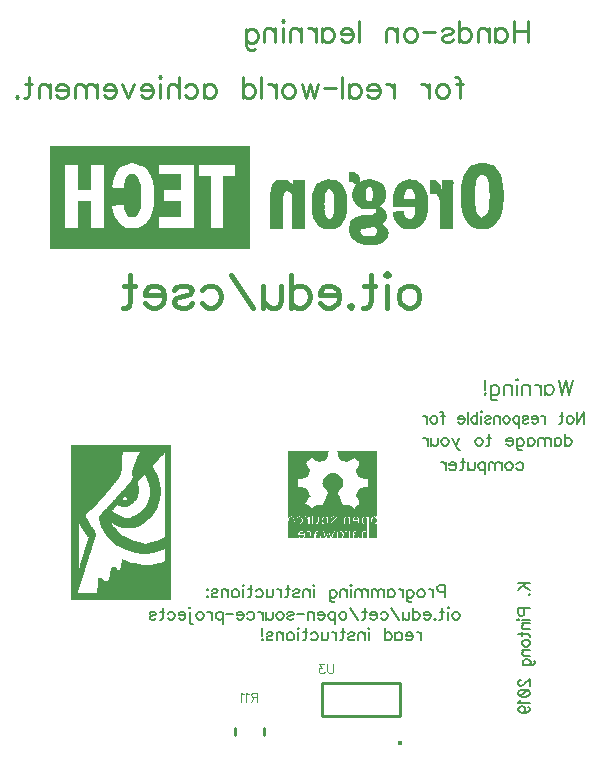
<source format=gbr>
G04 DipTrace 3.3.1.3*
G04 BottomSilk.gbr*
%MOIN*%
G04 #@! TF.FileFunction,Legend,Bot*
G04 #@! TF.Part,Single*
%ADD10C,0.009843*%
%ADD12C,0.003*%
%ADD31C,0.015403*%
%ADD77C,0.004632*%
%ADD79C,0.006176*%
%ADD82C,0.016983*%
%ADD83C,0.00772*%
%ADD84C,0.010807*%
%FSLAX26Y26*%
G04*
G70*
G90*
G75*
G01*
G04 BotSilk*
%LPD*%
X1399066Y880742D2*
D10*
Y904301D1*
X1300633Y880742D2*
Y904301D1*
D31*
X1850630Y857216D3*
X1851670Y946448D2*
D10*
X1591840D1*
X1851670Y1056696D2*
X1591840D1*
Y946448D2*
Y1056696D1*
X1851670Y946448D2*
Y1056696D1*
X1478196Y1830451D2*
D12*
X1610196D1*
X1643196D2*
X1772196D1*
X1478196Y1827451D2*
X1609170D1*
X1643660D2*
X1772196D1*
X1478196Y1824451D2*
X1608278D1*
X1644403D2*
X1772196D1*
X1478196Y1821451D2*
X1607709D1*
X1645180D2*
X1772196D1*
X1478196Y1818451D2*
X1607403D1*
X1645717D2*
X1772196D1*
X1478196Y1815451D2*
X1607165D1*
X1646102D2*
X1772196D1*
X1478196Y1812451D2*
X1606717D1*
X1646623D2*
X1772196D1*
X1478196Y1809451D2*
X1605837D1*
X1647535D2*
X1772196D1*
X1478196Y1806451D2*
X1550196D1*
X1562671D2*
X1604327D1*
X1649058D2*
X1691671D1*
X1703196D2*
X1772196D1*
X1478196Y1803451D2*
X1547196D1*
X1566530D2*
X1602209D1*
X1651182D2*
X1686530D1*
X1706196D2*
X1772196D1*
X1478196Y1800451D2*
X1544208D1*
X1570778D2*
X1597063D1*
X1656329D2*
X1681778D1*
X1709184D2*
X1772196D1*
X1478196Y1797451D2*
X1541325D1*
X1575374D2*
X1590489D1*
X1662903D2*
X1677374D1*
X1712055D2*
X1772196D1*
X1478196Y1794451D2*
X1538836D1*
X1580196D2*
X1583196D1*
X1670196D2*
X1673196D1*
X1714450D2*
X1772196D1*
X1478196Y1791451D2*
X1536807D1*
X1716268D2*
X1772196D1*
X1478196Y1788451D2*
X1536235D1*
X1716123D2*
X1772196D1*
X1478196Y1785451D2*
X1537269D1*
X1715275D2*
X1772196D1*
X1478196Y1782451D2*
X1539019D1*
X1713830D2*
X1772196D1*
X1478196Y1779451D2*
X1541083D1*
X1712026D2*
X1772196D1*
X1478196Y1776451D2*
X1543114D1*
X1710149D2*
X1772196D1*
X1478196Y1773451D2*
X1545122D1*
X1708205D2*
X1772196D1*
X1478196Y1770451D2*
X1546959D1*
X1706307D2*
X1772196D1*
X1478196Y1767451D2*
X1548422D1*
X1704649D2*
X1772196D1*
X1478196Y1764451D2*
X1548205D1*
X1704132D2*
X1772196D1*
X1478196Y1761451D2*
X1547420D1*
X1704762D2*
X1772196D1*
X1478196Y1758451D2*
X1546340D1*
X1705795D2*
X1772196D1*
X1478196Y1755451D2*
X1545260D1*
X1622196D2*
X1631196D1*
X1707081D2*
X1772196D1*
X1478196Y1752451D2*
X1544196D1*
X1615401D2*
X1637991D1*
X1708544D2*
X1772196D1*
X1478196Y1749451D2*
X1542974D1*
X1609785D2*
X1643596D1*
X1710502D2*
X1772196D1*
X1478196Y1746451D2*
X1540093D1*
X1605356D2*
X1647931D1*
X1713189D2*
X1772196D1*
X1478196Y1743451D2*
X1532217D1*
X1601792D2*
X1651218D1*
X1721125D2*
X1772196D1*
X1478196Y1740451D2*
X1521084D1*
X1599003D2*
X1653671D1*
X1732289D2*
X1772196D1*
X1478196Y1737451D2*
X1508196D1*
X1596795D2*
X1655516D1*
X1745196D2*
X1772196D1*
X1478196Y1734451D2*
X1508196D1*
X1595963D2*
X1656817D1*
X1745196D2*
X1772196D1*
X1478196Y1731451D2*
X1508196D1*
X1595402D2*
X1657566D1*
X1745196D2*
X1772196D1*
X1478196Y1728451D2*
X1508196D1*
X1594737D2*
X1657934D1*
X1745196D2*
X1772196D1*
X1478196Y1725451D2*
X1508196D1*
X1593626D2*
X1658094D1*
X1745196D2*
X1772196D1*
X1478196Y1722451D2*
X1508196D1*
X1592196D2*
X1658159D1*
X1745196D2*
X1772196D1*
X1478196Y1719451D2*
X1508196D1*
X1593593D2*
X1658171D1*
X1745196D2*
X1772196D1*
X1478196Y1716451D2*
X1508196D1*
X1594571D2*
X1658063D1*
X1745196D2*
X1772196D1*
X1478196Y1713451D2*
X1508196D1*
X1595495D2*
X1657566D1*
X1745196D2*
X1772196D1*
X1478196Y1710451D2*
X1508196D1*
X1596813D2*
X1656349D1*
X1745196D2*
X1772196D1*
X1478196Y1707451D2*
X1520723D1*
X1598601D2*
X1654362D1*
X1732669D2*
X1772196D1*
X1478196Y1704451D2*
X1530345D1*
X1600805D2*
X1651852D1*
X1723047D2*
X1772196D1*
X1478196Y1701451D2*
X1537484D1*
X1603554D2*
X1649075D1*
X1715908D2*
X1772196D1*
X1478196Y1698451D2*
X1540459D1*
X1606725D2*
X1646288D1*
X1712831D2*
X1772196D1*
X1478196Y1695451D2*
X1542487D1*
X1609969D2*
X1643925D1*
X1710512D2*
X1772196D1*
X1478196Y1692451D2*
X1543906D1*
X1613196D2*
X1642121D1*
X1708662D2*
X1772196D1*
X1478196Y1689451D2*
X1545216D1*
X1611348D2*
X1642256D1*
X1707045D2*
X1772196D1*
X1478196Y1686451D2*
X1546658D1*
X1609731D2*
X1643011D1*
X1705720D2*
X1772196D1*
X1478196Y1683451D2*
X1548333D1*
X1608412D2*
X1644167D1*
X1704717D2*
X1772196D1*
X1478196Y1680451D2*
X1550196D1*
X1607299D2*
X1645530D1*
X1705424D2*
X1772196D1*
X1478196Y1677451D2*
X1547660D1*
X1606118D2*
X1646974D1*
X1706756D2*
X1772196D1*
X1478196Y1674451D2*
X1545415D1*
X1604798D2*
X1648446D1*
X1708402D2*
X1772196D1*
X1478196Y1671451D2*
X1543297D1*
X1603387D2*
X1649843D1*
X1710259D2*
X1772196D1*
X1478196Y1668451D2*
X1541205D1*
X1601922D2*
X1651054D1*
X1712235D2*
X1772196D1*
X1478196Y1665451D2*
X1539203D1*
X1600439D2*
X1652121D1*
X1714070D2*
X1772196D1*
X1478196Y1662451D2*
X1537107D1*
X1598954D2*
X1653284D1*
X1715543D2*
X1772196D1*
X1478196Y1659451D2*
X1534730D1*
X1597563D2*
X1654588D1*
X1716638D2*
X1772196D1*
X1478196Y1656451D2*
X1532196D1*
X1596447D2*
X1655919D1*
X1716161D2*
X1772196D1*
X1478196Y1653451D2*
X1536222D1*
X1595722D2*
X1657129D1*
X1714212D2*
X1772196D1*
X1478196Y1650451D2*
X1540115D1*
X1577196D2*
X1583196D1*
X1595196D2*
X1658196D1*
X1670196D2*
X1676196D1*
X1711779D2*
X1772196D1*
X1478196Y1647451D2*
X1543686D1*
X1572249D2*
X1681047D1*
X1709033D2*
X1772196D1*
X1478196Y1644451D2*
X1546995D1*
X1567269D2*
X1685681D1*
X1706136D2*
X1772196D1*
X1478196Y1641451D2*
X1550196D1*
X1562196D2*
X1690039D1*
X1703176D2*
X1772196D1*
X1478196Y1638451D2*
X1694196D1*
X1700196D2*
X1772196D1*
X1478196Y1635451D2*
X1772196D1*
X1478196Y1632451D2*
X1772196D1*
X1478196Y1629451D2*
X1772196D1*
X1478196Y1626451D2*
X1772196D1*
X1478196Y1623451D2*
X1772196D1*
X1478196Y1620451D2*
X1772173D1*
X1478208Y1617451D2*
X1771944D1*
X1478313Y1614451D2*
X1771399D1*
X1478696Y1611451D2*
X1484196D1*
X1490196D2*
X1511196D1*
X1517196D2*
X1532196D1*
X1538196D2*
X1544196D1*
X1550196D2*
X1556196D1*
X1562196D2*
X1596261D1*
X1601208D2*
X1625196D1*
X1631196D2*
X1668375D1*
X1673322D2*
X1700196D1*
X1706196D2*
X1763184D1*
X1769196D2*
X1769061D1*
X1479415Y1608451D2*
X1478196D1*
X1484196D2*
X1490196D1*
X1496196D2*
X1505196D1*
X1511196D2*
X1517196D1*
X1523070D2*
X1538196D1*
X1550196D2*
X1556196D1*
X1562196D2*
X1574196D1*
X1580196D2*
X1592367D1*
X1598325D2*
X1601196D1*
X1610660D2*
X1619196D1*
X1625196D2*
X1634009D1*
X1640035D2*
X1664319D1*
X1670824D2*
X1675606D1*
X1685196D2*
X1694786D1*
X1700196D2*
X1706196D1*
X1711721D2*
X1724786D1*
X1730786D2*
X1735606D1*
X1748196D2*
X1753732D1*
X1763196D2*
X1766067D1*
X1482800Y1605451D2*
X1493196D1*
X1499196D2*
X1519595D1*
X1525557D2*
X1539581D1*
X1550196D2*
X1556196D1*
X1562196D2*
X1574196D1*
X1580196D2*
X1589639D1*
X1595824D2*
X1603606D1*
X1611403D2*
X1632696D1*
X1639645D2*
X1662720D1*
X1669042D2*
X1677361D1*
X1685196D2*
X1693031D1*
X1698602D2*
X1707790D1*
X1713848D2*
X1723031D1*
X1729031D2*
X1737361D1*
X1748196D2*
X1752988D1*
X1760785D2*
X1768568D1*
X1481873Y1602451D2*
X1521588D1*
X1527585D2*
X1540442D1*
X1550196D2*
X1556196D1*
X1562196D2*
X1574196D1*
X1580196D2*
X1587594D1*
X1594054D2*
X1605349D1*
X1612168D2*
X1628864D1*
X1637542D2*
X1661848D1*
X1668030D2*
X1678366D1*
X1685196D2*
X1692023D1*
X1697196D2*
X1709196D1*
X1715466D2*
X1722026D1*
X1728038D2*
X1738366D1*
X1748196D2*
X1752204D1*
X1759020D2*
X1770338D1*
X1502196Y1599451D2*
X1522205D1*
X1528204D2*
X1540879D1*
X1550196D2*
X1556196D1*
X1562196D2*
X1574149D1*
X1580184D2*
X1586990D1*
X1592871D2*
X1606522D1*
X1612577D2*
X1624581D1*
X1633002D2*
X1661452D1*
X1667540D2*
X1678853D1*
X1685196D2*
X1691513D1*
X1716666D2*
X1721551D1*
X1727692D2*
X1738853D1*
X1748196D2*
X1751633D1*
X1757946D2*
X1771521D1*
X1478196Y1596451D2*
X1496196D1*
X1502196D2*
X1521576D1*
X1527596D2*
X1541072D1*
X1550196D2*
X1556196D1*
X1562196D2*
X1574009D1*
X1580070D2*
X1586987D1*
X1592978D2*
X1606335D1*
X1612635D2*
X1621084D1*
X1628499D2*
X1661291D1*
X1667329D2*
X1679064D1*
X1685196D2*
X1709196D1*
X1716314D2*
X1721454D1*
X1727780D2*
X1739064D1*
X1748196D2*
X1751196D1*
X1757196D2*
X1771414D1*
X1478196Y1593451D2*
X1519058D1*
X1526501D2*
X1541150D1*
X1550196D2*
X1556196D1*
X1562196D2*
X1572602D1*
X1579606D2*
X1587555D1*
X1595033D2*
X1605475D1*
X1611346D2*
X1618529D1*
X1625006D2*
X1661230D1*
X1667245D2*
X1679148D1*
X1685196D2*
X1708645D1*
X1715373D2*
X1721834D1*
X1729581D2*
X1739148D1*
X1748196D2*
X1769359D1*
X1478196Y1590451D2*
X1493196D1*
X1499196D2*
X1512745D1*
X1524977D2*
X1541181D1*
X1550196D2*
X1556196D1*
X1562196D2*
X1567927D1*
X1578581D2*
X1588374D1*
X1600616D2*
X1604196D1*
X1609430D2*
X1618349D1*
X1622196D2*
X1661207D1*
X1667212D2*
X1679180D1*
X1685196D2*
X1707592D1*
X1713928D2*
X1722827D1*
X1734027D2*
X1739179D1*
X1748196D2*
X1755925D1*
X1760196D2*
X1763776D1*
X1478196Y1587451D2*
D3*
X1484196D2*
X1490196D1*
X1496196D2*
X1505196D1*
X1523196D2*
X1541196D1*
X1550196D2*
X1556196D1*
X1562196D2*
D3*
X1577196D2*
X1589196D1*
X1607196D2*
X1619196D1*
X1628196D2*
X1631196D1*
X1640196D2*
X1661196D1*
X1667196D2*
X1679196D1*
X1685196D2*
X1694196D1*
X1700196D2*
X1706196D1*
X1712196D2*
X1724196D1*
X1739196D2*
X1739190D1*
X1748196D2*
X1761398D1*
X1478196Y1584451D2*
X1739194D1*
X1748196D2*
X1766286D1*
X1478196Y1581451D2*
X1739195D1*
X1748196D2*
X1769978D1*
X1478196Y1578451D2*
X1739196D1*
X1748196D2*
X1771150D1*
X1478196Y1575451D2*
X1637196D1*
X1643196D2*
X1739196D1*
X1748196D2*
X1771763D1*
X1478196Y1572451D2*
X1637196D1*
X1643208D2*
X1739196D1*
X1748196D2*
X1772030D1*
X1478196Y1569451D2*
X1637196D1*
X1643322D2*
X1739196D1*
X1748196D2*
X1772136D1*
X1478196Y1566451D2*
X1637196D1*
X1643786D2*
X1739196D1*
X1748196D2*
X1772175D1*
X1478196Y1563451D2*
X1514671D1*
X1529070D2*
X1536891D1*
X1550196D2*
D3*
X1556196D2*
X1568671D1*
X1586196D2*
X1592310D1*
X1598310D2*
X1610196D1*
X1616196D2*
X1628774D1*
X1634774D2*
X1637196D1*
X1644811D2*
X1644542D1*
X1658070D2*
X1664196D1*
X1676196D2*
X1679196D1*
X1685196D2*
X1694786D1*
X1712196D2*
X1724786D1*
X1739196D2*
D3*
X1748196D2*
X1772189D1*
X1478196Y1560451D2*
X1512532D1*
X1517196D2*
X1526196D1*
X1531568D2*
X1542898D1*
X1556196D2*
X1566532D1*
X1571196D2*
X1592695D1*
X1598695D2*
X1607196D1*
X1616196D2*
X1626914D1*
X1632914D2*
X1637196D1*
X1646196D2*
X1650190D1*
X1660568D2*
X1676196D1*
X1685196D2*
X1693031D1*
X1697196D2*
X1723031D1*
X1730196D2*
X1739196D1*
X1748196D2*
X1772194D1*
X1478196Y1557451D2*
X1510808D1*
X1517196D2*
X1527790D1*
X1533350D2*
X1547376D1*
X1556196D2*
X1564809D1*
X1571196D2*
X1593414D1*
X1599414D2*
X1625527D1*
X1631527D2*
X1637196D1*
X1644823D2*
X1654467D1*
X1662350D2*
X1677581D1*
X1685196D2*
X1692026D1*
X1697196D2*
X1722026D1*
X1728811D2*
X1739196D1*
X1748196D2*
X1772195D1*
X1478196Y1554451D2*
X1509543D1*
X1517196D2*
X1529196D1*
X1534351D2*
X1548848D1*
X1556196D2*
X1563552D1*
X1571196D2*
X1594191D1*
X1600191D2*
X1613196D1*
X1619196D2*
X1624321D1*
X1630309D2*
X1637196D1*
X1644067D2*
X1656520D1*
X1663351D2*
X1678442D1*
X1685196D2*
X1691539D1*
X1697196D2*
X1721539D1*
X1727950D2*
X1739196D1*
X1748196D2*
X1772196D1*
X1478196Y1551451D2*
X1508756D1*
X1534726D2*
X1549630D1*
X1556196D2*
X1562818D1*
X1579147D2*
X1594760D1*
X1600760D2*
X1604196D1*
X1610196D2*
X1613196D1*
X1619196D2*
X1623333D1*
X1629215D2*
X1637196D1*
X1644015D2*
X1657196D1*
X1663726D2*
X1678879D1*
X1685196D2*
X1691328D1*
X1705779D2*
X1721328D1*
X1727514D2*
X1739196D1*
X1748196D2*
X1772196D1*
X1478196Y1548451D2*
X1529196D1*
X1534474D2*
X1549978D1*
X1556196D2*
X1562455D1*
X1571196D2*
X1583196D1*
X1585282D2*
X1595196D1*
X1601196D2*
X1622678D1*
X1628142D2*
X1637196D1*
X1644565D2*
X1656692D1*
X1663474D2*
X1679072D1*
X1685196D2*
X1691244D1*
X1697196D2*
X1709196D1*
X1712489D2*
X1721244D1*
X1727320D2*
X1739196D1*
X1748196D2*
X1772196D1*
X1478196Y1545451D2*
X1527790D1*
X1533535D2*
X1550120D1*
X1556196D2*
X1562291D1*
X1571196D2*
X1583196D1*
X1587506D2*
X1601196D1*
X1607196D2*
X1616196D1*
X1622196D2*
D3*
X1626790D2*
X1637196D1*
X1645378D2*
X1655955D1*
X1662535D2*
X1679153D1*
X1685196D2*
X1691212D1*
X1697196D2*
X1712196D1*
X1718196D2*
X1721212D1*
X1727239D2*
X1739196D1*
X1748196D2*
X1772196D1*
X1478196Y1542451D2*
X1511196D1*
X1517196D2*
X1526196D1*
X1532196D2*
X1550196D1*
X1556196D2*
X1562196D1*
X1571196D2*
X1583196D1*
X1589196D2*
X1598196D1*
X1607196D2*
X1616196D1*
X1625196D2*
X1637196D1*
X1646196D2*
X1655196D1*
X1661196D2*
X1679196D1*
X1685196D2*
X1691196D1*
X1697196D2*
X1709196D1*
X1715196D2*
X1721196D1*
X1727196D2*
X1739196D1*
X1748196D2*
X1772196D1*
X684170Y2846692D2*
X1347170D1*
X684170Y2843692D2*
X1347170D1*
X684170Y2840692D2*
X1347170D1*
X684170Y2837692D2*
X1347170D1*
X684170Y2834692D2*
X1347170D1*
X684170Y2831692D2*
X1347170D1*
X684170Y2828692D2*
X1347170D1*
X684170Y2825692D2*
X1347170D1*
X684170Y2822692D2*
X1347170D1*
X684170Y2819692D2*
X1347170D1*
X684170Y2816692D2*
X1347170D1*
X684170Y2813692D2*
X1347170D1*
X684170Y2810692D2*
X1347170D1*
X684170Y2807692D2*
X1347170D1*
X684170Y2804692D2*
X1347170D1*
X684170Y2801692D2*
X1347170D1*
X684170Y2798692D2*
X1347170D1*
X684170Y2795692D2*
X1347170D1*
X684170Y2792692D2*
X1347170D1*
X684170Y2789692D2*
X945308D1*
X969044D2*
X1347170D1*
X2115170D2*
X2133170D1*
X684170Y2786692D2*
X936926D1*
X977530D2*
X1347170D1*
X2104579D2*
X2143875D1*
X684170Y2783692D2*
X732170D1*
X777170D2*
X819170D1*
X864170D2*
X929644D1*
X985195D2*
X1044170D1*
X1164170D2*
X1179170D1*
X1302170D2*
X1347170D1*
X2096347D2*
X2152480D1*
X684170Y2780692D2*
X732170D1*
X777170D2*
X819170D1*
X864170D2*
X923850D1*
X991708D2*
X1044170D1*
X1164170D2*
X1179170D1*
X1302170D2*
X1347170D1*
X2090466D2*
X2158975D1*
X684170Y2777692D2*
X732170D1*
X777170D2*
X819170D1*
X864170D2*
X919347D1*
X996979D2*
X1044170D1*
X1164170D2*
X1179170D1*
X1302170D2*
X1347170D1*
X2086104D2*
X2163723D1*
X684170Y2774692D2*
X732170D1*
X777170D2*
X819170D1*
X864170D2*
X915647D1*
X1001204D2*
X1044170D1*
X1164170D2*
X1179170D1*
X1302170D2*
X1347170D1*
X2082538D2*
X2167094D1*
X684170Y2771692D2*
X732170D1*
X777170D2*
X819170D1*
X864170D2*
X912363D1*
X1004766D2*
X1044170D1*
X1164170D2*
X1179170D1*
X1302170D2*
X1347170D1*
X2079416D2*
X2169736D1*
X684170Y2768692D2*
X732170D1*
X777170D2*
X819170D1*
X864170D2*
X909353D1*
X1007903D2*
X1044170D1*
X1164170D2*
X1179170D1*
X1302170D2*
X1347170D1*
X2076726D2*
X2172136D1*
X684170Y2765692D2*
X732170D1*
X777170D2*
X819170D1*
X864170D2*
X906704D1*
X1010604D2*
X1044170D1*
X1164170D2*
X1179170D1*
X1302170D2*
X1347170D1*
X2074520D2*
X2174487D1*
X684170Y2762692D2*
X732170D1*
X777170D2*
X819170D1*
X864170D2*
X904524D1*
X1012816D2*
X1044170D1*
X1164170D2*
X1179170D1*
X1302170D2*
X1347170D1*
X2072673D2*
X2176852D1*
X684170Y2759692D2*
X732170D1*
X777170D2*
X819170D1*
X864170D2*
X902776D1*
X1014665D2*
X1044170D1*
X1164170D2*
X1179170D1*
X1302170D2*
X1347170D1*
X1683170D2*
X1695170D1*
X2071017D2*
X2178943D1*
X684170Y2756692D2*
X732170D1*
X777170D2*
X819170D1*
X864170D2*
X901410D1*
X1016310D2*
X1044170D1*
X1164170D2*
X1179170D1*
X1302170D2*
X1347170D1*
X1681785D2*
X1700568D1*
X2069446D2*
X2180579D1*
X684170Y2753692D2*
X732170D1*
X777170D2*
X819170D1*
X864170D2*
X900293D1*
X1017777D2*
X1044170D1*
X1164170D2*
X1179170D1*
X1302170D2*
X1347170D1*
X1680923D2*
X1705206D1*
X2067826D2*
X2182037D1*
X684170Y2750692D2*
X732170D1*
X777170D2*
X819170D1*
X864170D2*
X899200D1*
X948170D2*
X966170D1*
X1019026D2*
X1119170D1*
X1164170D2*
X1179170D1*
X1302170D2*
X1347170D1*
X1680487D2*
X1708723D1*
X2066043D2*
X2118759D1*
X2129568D2*
X2183472D1*
X684170Y2747692D2*
X732170D1*
X777170D2*
X819170D1*
X864170D2*
X898167D1*
X945182D2*
X969056D1*
X1020196D2*
X1119170D1*
X1164170D2*
X1179170D1*
X1302170D2*
X1347170D1*
X1680294D2*
X1711097D1*
X2064213D2*
X2114017D1*
X2134218D2*
X2184830D1*
X684170Y2744692D2*
X732170D1*
X777170D2*
X819170D1*
X864170D2*
X897185D1*
X942287D2*
X971659D1*
X1021639D2*
X1119170D1*
X1164170D2*
X1218170D1*
X1263170D2*
X1347170D1*
X1680216D2*
X1712703D1*
X2062758D2*
X2110129D1*
X2137828D2*
X2185933D1*
X684170Y2741692D2*
X732170D1*
X777170D2*
X819170D1*
X864170D2*
X896059D1*
X939681D2*
X973823D1*
X1023289D2*
X1119170D1*
X1164170D2*
X1218170D1*
X1263170D2*
X1347170D1*
X1680186D2*
X1713995D1*
X2061790D2*
X2107130D1*
X2140480D2*
X2186705D1*
X684170Y2738692D2*
X732170D1*
X777170D2*
X819170D1*
X864170D2*
X894772D1*
X937517D2*
X975566D1*
X1024749D2*
X1119170D1*
X1164170D2*
X1218170D1*
X1263170D2*
X1347170D1*
X1680175D2*
X1715007D1*
X2060979D2*
X2105031D1*
X2142434D2*
X2187424D1*
X684170Y2735692D2*
X732170D1*
X777170D2*
X819170D1*
X864170D2*
X893474D1*
X935785D2*
X976930D1*
X1025956D2*
X1119170D1*
X1164170D2*
X1218170D1*
X1263170D2*
X1347170D1*
X1614170D2*
D3*
X1680172D2*
X1715628D1*
X1746170D2*
X1749170D1*
X1884170D2*
D3*
X2060072D2*
X2103552D1*
X2143882D2*
X2188292D1*
X684170Y2732692D2*
X732170D1*
X777170D2*
X819170D1*
X864170D2*
X892406D1*
X934527D2*
X978059D1*
X1027088D2*
X1119170D1*
X1164170D2*
X1218170D1*
X1263170D2*
X1347170D1*
X1440170D2*
X1473170D1*
X1494170D2*
X1530170D1*
X1602283D2*
X1635170D1*
X1680170D2*
X1715958D1*
X1733795D2*
X1762071D1*
X1872295D2*
X1902170D1*
X1950170D2*
X1968170D1*
X1992170D2*
X2025170D1*
X2059227D2*
X2102313D1*
X2145030D2*
X2189121D1*
X684170Y2729692D2*
X732170D1*
X777170D2*
X819170D1*
X864170D2*
X891748D1*
X933792D2*
X979245D1*
X1028040D2*
X1119170D1*
X1164170D2*
X1218170D1*
X1263170D2*
X1347170D1*
X1436259D2*
X1477196D1*
X1494170D2*
X1531383D1*
X1592985D2*
X1640930D1*
X1680170D2*
X1686170D1*
X1691466D2*
X1716170D1*
X1722170D2*
X1772156D1*
X1863102D2*
X1907221D1*
X1951555D2*
X1971170D1*
X1992170D2*
X2026576D1*
X2058663D2*
X2101321D1*
X2146122D2*
X2189668D1*
X684170Y2726692D2*
X732170D1*
X777170D2*
X819170D1*
X864170D2*
X891414D1*
X933418D2*
X980555D1*
X1028637D2*
X1119170D1*
X1164170D2*
X1218170D1*
X1263170D2*
X1347170D1*
X1432762D2*
X1481096D1*
X1494170D2*
X1531282D1*
X1585873D2*
X1646043D1*
X1695834D2*
X1779466D1*
X1856373D2*
X1912007D1*
X1952416D2*
X1974158D1*
X1992170D2*
X2028170D1*
X2058269D2*
X2100710D1*
X2147054D2*
X2189966D1*
X684170Y2723692D2*
X732170D1*
X777170D2*
X819170D1*
X864170D2*
X891254D1*
X933154D2*
X981861D1*
X1028955D2*
X1119170D1*
X1164170D2*
X1218170D1*
X1263170D2*
X1347170D1*
X1430029D2*
X1484711D1*
X1494170D2*
X1530886D1*
X1580430D2*
X1650094D1*
X1699097D2*
X1784590D1*
X1851636D2*
X1916144D1*
X1952852D2*
X1977053D1*
X1992170D2*
X2026785D1*
X2057756D2*
X2100399D1*
X2147642D2*
X2190201D1*
X684170Y2720692D2*
X732170D1*
X777170D2*
X819170D1*
X864170D2*
X891079D1*
X932708D2*
X982932D1*
X1029198D2*
X1119170D1*
X1164170D2*
X1218170D1*
X1263170D2*
X1347170D1*
X1427993D2*
X1488170D1*
X1494170D2*
X1530541D1*
X1576275D2*
X1653232D1*
X1701715D2*
X1788490D1*
X1848145D2*
X1919720D1*
X1953046D2*
X1979659D1*
X1992170D2*
X2025923D1*
X2056984D2*
X2100260D1*
X2147945D2*
X2190637D1*
X684170Y2717692D2*
X732170D1*
X777170D2*
X819170D1*
X864170D2*
X890593D1*
X931965D2*
X983592D1*
X1029636D2*
X1119170D1*
X1164170D2*
X1218170D1*
X1263170D2*
X1347170D1*
X1426496D2*
X1530337D1*
X1573179D2*
X1655804D1*
X1704170D2*
X1791836D1*
X1845190D2*
X1922880D1*
X1953124D2*
X1981823D1*
X1992170D2*
X2025487D1*
X2056194D2*
X2100192D1*
X2148081D2*
X2191376D1*
X684170Y2714692D2*
X732170D1*
X777170D2*
X819170D1*
X864170D2*
X889559D1*
X931187D2*
X983925D1*
X1030376D2*
X1119170D1*
X1164170D2*
X1218170D1*
X1263170D2*
X1347170D1*
X1425325D2*
X1530238D1*
X1571036D2*
X1657913D1*
X1702310D2*
X1794479D1*
X1842607D2*
X1925594D1*
X1953154D2*
X1983555D1*
X1992170D2*
X2025294D1*
X2055663D2*
X2100065D1*
X2148137D2*
X2192153D1*
X684170Y2711692D2*
X732170D1*
X777170D2*
X819170D1*
X864170D2*
X888170D1*
X930659D2*
X984074D1*
X1031153D2*
X1119170D1*
X1164170D2*
X1218170D1*
X1263170D2*
X1347170D1*
X1424223D2*
X1530196D1*
X1569441D2*
X1659719D1*
X1700599D2*
X1796373D1*
X1840369D2*
X1927812D1*
X1953164D2*
X1984822D1*
X1992170D2*
X2025216D1*
X2055383D2*
X2099674D1*
X2148158D2*
X2192679D1*
X684170Y2708692D2*
X732170D1*
X777170D2*
X819170D1*
X864170D2*
X891170D1*
X930364D2*
X984134D1*
X1031679D2*
X1119170D1*
X1164170D2*
X1218170D1*
X1263170D2*
X1347170D1*
X1423288D2*
X1530179D1*
X1567815D2*
X1661444D1*
X1698992D2*
X1740296D1*
X1754694D2*
X1797844D1*
X1838273D2*
X1929664D1*
X1953168D2*
X1985610D1*
X1992170D2*
X2025186D1*
X2055254D2*
X2098953D1*
X2148166D2*
X2192958D1*
X684170Y2705692D2*
X732170D1*
X777170D2*
X819170D1*
X864170D2*
X984157D1*
X1031958D2*
X1119170D1*
X1164170D2*
X1218170D1*
X1263170D2*
X1347170D1*
X1422686D2*
X1530173D1*
X1566092D2*
X1663271D1*
X1697449D2*
X1737798D1*
X1756834D2*
X1798956D1*
X1836292D2*
X1931322D1*
X1953169D2*
X1986170D1*
X1992170D2*
X2025175D1*
X2055201D2*
X2098183D1*
X2148168D2*
X2193097D1*
X684170Y2702692D2*
X732170D1*
X777170D2*
X819170D1*
X864170D2*
X984166D1*
X1032086D2*
X1119170D1*
X1164170D2*
X1218170D1*
X1263170D2*
X1347170D1*
X1422278D2*
X1530171D1*
X1564606D2*
X1608284D1*
X1619105D2*
X1665117D1*
X1695941D2*
X1736016D1*
X1758557D2*
X1799728D1*
X1834686D2*
X1872284D1*
X1892694D2*
X1932882D1*
X1953170D2*
X2025172D1*
X2055181D2*
X2097660D1*
X2148181D2*
X2193255D1*
X684170Y2699692D2*
X732170D1*
X864170D2*
X984168D1*
X1032138D2*
X1062170D1*
X1164170D2*
X1218170D1*
X1263170D2*
X1347170D1*
X1421759D2*
X1470885D1*
X1474876D2*
X1530170D1*
X1563389D2*
X1605680D1*
X1622998D2*
X1666567D1*
X1694542D2*
X1735003D1*
X1759814D2*
X1800521D1*
X1833419D2*
X1869680D1*
X1894834D2*
X1934396D1*
X1953170D2*
X2025170D1*
X2055174D2*
X2097381D1*
X2148287D2*
X2193658D1*
X684170Y2696692D2*
X732170D1*
X864170D2*
X984169D1*
X1032159D2*
X1062170D1*
X1164170D2*
X1218170D1*
X1263170D2*
X1347170D1*
X1420985D2*
X1466633D1*
X1480989D2*
X1530170D1*
X1562253D2*
X1603517D1*
X1625727D2*
X1667444D1*
X1693431D2*
X1734514D1*
X1760548D2*
X1801698D1*
X1832264D2*
X1867517D1*
X1896557D2*
X1935797D1*
X1953170D2*
X2025170D1*
X2055171D2*
X2097254D1*
X2148669D2*
X2194384D1*
X684170Y2693692D2*
X732170D1*
X864170D2*
X984170D1*
X1032166D2*
X1062170D1*
X1164170D2*
X1218170D1*
X1263170D2*
X1347170D1*
X1420194D2*
X1463362D1*
X1485162D2*
X1530170D1*
X1561289D2*
X1601785D1*
X1627482D2*
X1667978D1*
X1692757D2*
X1734302D1*
X1760910D2*
X1803170D1*
X1831304D2*
X1865785D1*
X1897826D2*
X1936920D1*
X1953170D2*
X2025170D1*
X2055170D2*
X2097201D1*
X2149388D2*
X2195156D1*
X684170Y2690692D2*
X732170D1*
X864170D2*
X984170D1*
X1032169D2*
X1062170D1*
X1164170D2*
X1218170D1*
X1263170D2*
X1347170D1*
X1419663D2*
X1462214D1*
X1487868D2*
X1530170D1*
X1560586D2*
X1600527D1*
X1628533D2*
X1668549D1*
X1692417D2*
X1734218D1*
X1761069D2*
X1800170D1*
X1830692D2*
X1864527D1*
X1898665D2*
X1937700D1*
X1953170D2*
X2025170D1*
X2055170D2*
X2097181D1*
X2150157D2*
X2195680D1*
X684170Y2687692D2*
X732170D1*
X864170D2*
X984170D1*
X1032169D2*
X1062170D1*
X1164170D2*
X1218170D1*
X1263170D2*
X1347170D1*
X1419383D2*
X1461499D1*
X1489842D2*
X1530170D1*
X1559897D2*
X1599792D1*
X1629361D2*
X1669344D1*
X1692267D2*
X1734187D1*
X1761133D2*
X1801383D1*
X1830280D2*
X1863792D1*
X1899409D2*
X1938422D1*
X1971170D2*
X2025170D1*
X2055170D2*
X2097174D1*
X2150680D2*
X2195958D1*
X684170Y2684692D2*
X732170D1*
X864170D2*
X984170D1*
X1032170D2*
X1062170D1*
X1164170D2*
X1218170D1*
X1263170D2*
X1347170D1*
X1419254D2*
X1460844D1*
X1490524D2*
X1530170D1*
X1559041D2*
X1599430D1*
X1630270D2*
X1670141D1*
X1692206D2*
X1734176D1*
X1761157D2*
X1801282D1*
X1829760D2*
X1863430D1*
X1900287D2*
X1939291D1*
X1973696D2*
X2025170D1*
X2055170D2*
X2097171D1*
X2150958D2*
X2196086D1*
X684170Y2681692D2*
X732170D1*
X864170D2*
X984170D1*
X1032170D2*
X1062170D1*
X1164170D2*
X1218170D1*
X1263170D2*
X1347170D1*
X1419201D2*
X1460015D1*
X1490894D2*
X1530170D1*
X1558216D2*
X1599259D1*
X1631114D2*
X1670675D1*
X1692194D2*
X1734172D1*
X1761154D2*
X1800886D1*
X1828985D2*
X1863271D1*
X1901120D2*
X1940121D1*
X1976331D2*
X2025170D1*
X2055170D2*
X2097170D1*
X2151086D2*
X2196138D1*
X684170Y2678692D2*
X732170D1*
X864170D2*
X984170D1*
X1032170D2*
X1062170D1*
X1164170D2*
X1218170D1*
X1263170D2*
X1347170D1*
X1419181D2*
X1459205D1*
X1491062D2*
X1530170D1*
X1557671D2*
X1599090D1*
X1631665D2*
X1670957D1*
X1692291D2*
X1734182D1*
X1761051D2*
X1800541D1*
X1828194D2*
X1863207D1*
X1901669D2*
X1940668D1*
X1978628D2*
X2025170D1*
X2055170D2*
X2097170D1*
X2151127D2*
X2196147D1*
X684170Y2675692D2*
X732170D1*
X864170D2*
X984170D1*
X1032170D2*
X1062170D1*
X1164170D2*
X1218170D1*
X1263170D2*
X1347170D1*
X1419174D2*
X1458667D1*
X1491130D2*
X1530170D1*
X1557385D2*
X1598695D1*
X1631953D2*
X1671085D1*
X1692682D2*
X1734299D1*
X1760658D2*
X1800325D1*
X1827663D2*
X1863182D1*
X1901972D2*
X1940954D1*
X1980471D2*
X2025170D1*
X2055170D2*
X2097170D1*
X2151041D2*
X2196049D1*
X684170Y2672692D2*
X732170D1*
X864170D2*
X984170D1*
X1032170D2*
X1062170D1*
X1164170D2*
X1218170D1*
X1263170D2*
X1347170D1*
X1419171D2*
X1458384D1*
X1491156D2*
X1530170D1*
X1557255D2*
X1598082D1*
X1632084D2*
X1671138D1*
X1693505D2*
X1734798D1*
X1759825D2*
X1800121D1*
X1827383D2*
X1863170D1*
X1872170D2*
D3*
X1902170D2*
X1941084D1*
X1981890D2*
X2025170D1*
X2055170D2*
X2097170D1*
X2150666D2*
X2195669D1*
X684170Y2669692D2*
X732170D1*
X864170D2*
X984170D1*
X1032170D2*
X1062170D1*
X1164170D2*
X1218170D1*
X1263170D2*
X1347170D1*
X1419170D2*
X1458255D1*
X1491165D2*
X1530170D1*
X1557202D2*
X1597503D1*
X1632138D2*
X1671159D1*
X1694668D2*
X1736005D1*
X1758585D2*
X1799685D1*
X1827254D2*
X1941138D1*
X1983031D2*
X2025170D1*
X2055170D2*
X2097170D1*
X2149951D2*
X2194951D1*
X684170Y2666692D2*
X732170D1*
X864170D2*
X984170D1*
X1032170D2*
X1062170D1*
X1164170D2*
X1218170D1*
X1263170D2*
X1347170D1*
X1419170D2*
X1458202D1*
X1491168D2*
X1530170D1*
X1557181D2*
X1598156D1*
X1632158D2*
X1671166D1*
X1696015D2*
X1737923D1*
X1756991D2*
X1798832D1*
X1827201D2*
X1941158D1*
X1984122D2*
X2025170D1*
X2055170D2*
X2097182D1*
X2149182D2*
X2194182D1*
X684170Y2663692D2*
X732170D1*
X864170D2*
X984170D1*
X1032170D2*
X1119170D1*
X1164170D2*
X1218170D1*
X1263170D2*
X1347170D1*
X1419170D2*
X1458181D1*
X1491169D2*
X1530170D1*
X1557174D2*
X1599170D1*
X1632166D2*
X1671169D1*
X1697457D2*
X1740170D1*
X1755170D2*
X1797557D1*
X1827181D2*
X1941166D1*
X1985054D2*
X2025170D1*
X2055170D2*
X2097287D1*
X2148659D2*
X2193659D1*
X684170Y2660692D2*
X732170D1*
X777170D2*
X819170D1*
X864170D2*
X984170D1*
X1032170D2*
X1119170D1*
X1164170D2*
X1218170D1*
X1263170D2*
X1347170D1*
X1419170D2*
X1458174D1*
X1491170D2*
X1530170D1*
X1557171D2*
X1597785D1*
X1632169D2*
X1671169D1*
X1698955D2*
X1795814D1*
X1827174D2*
X1941169D1*
X1985642D2*
X2025170D1*
X2055170D2*
X2097669D1*
X2148381D2*
X2193381D1*
X684170Y2657692D2*
X732170D1*
X777170D2*
X819170D1*
X864170D2*
X984170D1*
X1032158D2*
X1119170D1*
X1164170D2*
X1218170D1*
X1263170D2*
X1347170D1*
X1419170D2*
X1458171D1*
X1491170D2*
X1530170D1*
X1557170D2*
X1596923D1*
X1632169D2*
X1671170D1*
X1700660D2*
X1793548D1*
X1827171D2*
X1941169D1*
X1985945D2*
X2025170D1*
X2055170D2*
X2098388D1*
X2148254D2*
X2193242D1*
X684170Y2654692D2*
X732170D1*
X777170D2*
X819170D1*
X864170D2*
X984170D1*
X1032053D2*
X1119170D1*
X1164170D2*
X1218170D1*
X1263170D2*
X1347170D1*
X1419170D2*
X1458170D1*
X1491170D2*
X1530170D1*
X1557170D2*
X1596499D1*
X1632170D2*
X1671170D1*
X1702931D2*
X1790910D1*
X1827170D2*
X1941170D1*
X1986081D2*
X2025170D1*
X2055170D2*
X2099157D1*
X2148201D2*
X2193084D1*
X684170Y2651692D2*
X732170D1*
X777170D2*
X819170D1*
X864170D2*
X915170D1*
X930284D2*
X984170D1*
X1031670D2*
X1119170D1*
X1164170D2*
X1218170D1*
X1263170D2*
X1347170D1*
X1419170D2*
X1458170D1*
X1491170D2*
X1530170D1*
X1557170D2*
X1596411D1*
X1632170D2*
X1671170D1*
X1705998D2*
X1788069D1*
X1827170D2*
X1941170D1*
X1986137D2*
X2025170D1*
X2055182D2*
X2099680D1*
X2148181D2*
X2192682D1*
X684170Y2648692D2*
X732170D1*
X777170D2*
X819170D1*
X864170D2*
X888170D1*
X930669D2*
X984170D1*
X1030952D2*
X1119170D1*
X1164170D2*
X1218170D1*
X1263170D2*
X1347170D1*
X1419170D2*
X1458170D1*
X1491170D2*
X1530170D1*
X1557170D2*
X1596704D1*
X1632170D2*
X1671170D1*
X1709656D2*
X1785135D1*
X1827170D2*
X1941170D1*
X1986158D2*
X2025170D1*
X2055287D2*
X2099958D1*
X2148174D2*
X2191956D1*
X684170Y2645692D2*
X732170D1*
X777170D2*
X819170D1*
X864170D2*
X888284D1*
X931388D2*
X984158D1*
X1030183D2*
X1119170D1*
X1164170D2*
X1218170D1*
X1263170D2*
X1347170D1*
X1419170D2*
X1458170D1*
X1491170D2*
X1530170D1*
X1557170D2*
X1597279D1*
X1632170D2*
X1671170D1*
X1713958D2*
X1782170D1*
X1827170D2*
X1941170D1*
X1986166D2*
X2025170D1*
X2055669D2*
X2100086D1*
X2148159D2*
X2191184D1*
X684170Y2642692D2*
X732170D1*
X777170D2*
X819170D1*
X864170D2*
X888669D1*
X932157D2*
X984053D1*
X1029648D2*
X1119170D1*
X1164170D2*
X1218170D1*
X1263170D2*
X1347170D1*
X1419170D2*
X1458170D1*
X1491170D2*
X1530170D1*
X1557170D2*
X1597840D1*
X1632170D2*
X1671170D1*
X1719241D2*
X1786555D1*
X1902170D2*
X1941170D1*
X1986168D2*
X2025170D1*
X2056388D2*
X2100150D1*
X2148053D2*
X2190660D1*
X684170Y2639692D2*
X732170D1*
X777170D2*
X819170D1*
X864170D2*
X889388D1*
X932692D2*
X983659D1*
X1029264D2*
X1119170D1*
X1164170D2*
X1218170D1*
X1263170D2*
X1347170D1*
X1419170D2*
X1458170D1*
X1491170D2*
X1530170D1*
X1557170D2*
X1597185D1*
X1632170D2*
X1671170D1*
X1725170D2*
X1790405D1*
X1902170D2*
X1941170D1*
X1986169D2*
X2025170D1*
X2057157D2*
X2100276D1*
X2147670D2*
X2190370D1*
X684170Y2636692D2*
X732170D1*
X777170D2*
X819170D1*
X864170D2*
X890157D1*
X933076D2*
X982835D1*
X1028754D2*
X1119170D1*
X1164170D2*
X1218170D1*
X1263170D2*
X1347170D1*
X1419170D2*
X1458170D1*
X1491170D2*
X1530170D1*
X1557170D2*
X1596170D1*
X1632170D2*
X1671170D1*
X1770633D2*
X1793735D1*
X1902170D2*
X1941170D1*
X1986170D2*
X2025170D1*
X2057680D2*
X2100665D1*
X2146952D2*
X2190137D1*
X684170Y2633692D2*
X732170D1*
X777170D2*
X819170D1*
X864170D2*
X890692D1*
X933597D2*
X981683D1*
X1027983D2*
X1119170D1*
X1164170D2*
X1218170D1*
X1263170D2*
X1347170D1*
X1419170D2*
X1458170D1*
X1491170D2*
X1530170D1*
X1557182D2*
X1597555D1*
X1632158D2*
X1671170D1*
X1771365D2*
X1796534D1*
X1902170D2*
X1941170D1*
X1986170D2*
X2025170D1*
X2057970D2*
X2101398D1*
X2146171D2*
X2189702D1*
X684170Y2630692D2*
X732170D1*
X777170D2*
X819170D1*
X864170D2*
X891076D1*
X934485D2*
X980430D1*
X1027182D2*
X1119170D1*
X1164170D2*
X1218170D1*
X1263170D2*
X1347170D1*
X1419170D2*
X1458170D1*
X1491170D2*
X1530170D1*
X1557287D2*
X1598416D1*
X1632053D2*
X1671170D1*
X1772013D2*
X1798777D1*
X1902158D2*
X1941158D1*
X1986170D2*
X2025170D1*
X2058203D2*
X2102274D1*
X2145542D2*
X2188963D1*
X684170Y2627692D2*
X732170D1*
X777170D2*
X819170D1*
X864170D2*
X891597D1*
X935762D2*
X979265D1*
X1026534D2*
X1119170D1*
X1164170D2*
X1218170D1*
X1263170D2*
X1347170D1*
X1419170D2*
X1458170D1*
X1491170D2*
X1530170D1*
X1557669D2*
X1598852D1*
X1631670D2*
X1671158D1*
X1772315D2*
X1800550D1*
X1845170D2*
X1860170D1*
X1902053D2*
X1941053D1*
X1986170D2*
X2025170D1*
X2058638D2*
X2103191D1*
X2144870D2*
X2188175D1*
X684170Y2624692D2*
X732170D1*
X777170D2*
X819170D1*
X864170D2*
X892474D1*
X937406D2*
X978115D1*
X1025766D2*
X1119170D1*
X1164170D2*
X1218170D1*
X1263170D2*
X1347170D1*
X1419170D2*
X1458170D1*
X1491170D2*
X1530170D1*
X1558388D2*
X1599057D1*
X1630952D2*
X1671053D1*
X1771044D2*
X1801925D1*
X1827170D2*
X1861207D1*
X1901670D2*
X1940670D1*
X1986170D2*
X2025170D1*
X2059388D2*
X2104317D1*
X2143895D2*
X2187544D1*
X684170Y2621692D2*
X732170D1*
X777170D2*
X819170D1*
X864170D2*
X893657D1*
X939289D2*
X976566D1*
X1024537D2*
X1119170D1*
X1164170D2*
X1218170D1*
X1263170D2*
X1347170D1*
X1419170D2*
X1458170D1*
X1491170D2*
X1530170D1*
X1559169D2*
X1599241D1*
X1630183D2*
X1670670D1*
X1767560D2*
X1803045D1*
X1827284D2*
X1862205D1*
X1900940D2*
X1939952D1*
X1986170D2*
X2025170D1*
X2060282D2*
X2105818D1*
X2142445D2*
X2186870D1*
X684170Y2618692D2*
X732170D1*
X777170D2*
X819170D1*
X864170D2*
X895012D1*
X941183D2*
X974435D1*
X1022985D2*
X1119170D1*
X1164170D2*
X1218170D1*
X1263170D2*
X1347170D1*
X1419170D2*
X1458170D1*
X1491170D2*
X1530170D1*
X1559797D2*
X1599665D1*
X1629648D2*
X1669952D1*
X1763104D2*
X1804116D1*
X1827669D2*
X1863168D1*
X1900054D2*
X1939171D1*
X1986170D2*
X2025170D1*
X2061296D2*
X2107997D1*
X2140551D2*
X2185919D1*
X684170Y2615692D2*
X732170D1*
X777170D2*
X819170D1*
X864170D2*
X896456D1*
X943126D2*
X971886D1*
X1021555D2*
X1119170D1*
X1164170D2*
X1218170D1*
X1263170D2*
X1347170D1*
X1419170D2*
X1458170D1*
X1491170D2*
X1530170D1*
X1560458D2*
X1600523D1*
X1629229D2*
X1669171D1*
X1725170D2*
X1804938D1*
X1828399D2*
X1864321D1*
X1899019D2*
X1938530D1*
X1986170D2*
X2025170D1*
X2062676D2*
X2111024D1*
X2136249D2*
X2184715D1*
X684170Y2612692D2*
X732170D1*
X777170D2*
X819170D1*
X864170D2*
X897931D1*
X945170D2*
X969170D1*
X1020258D2*
X1119170D1*
X1164170D2*
X1218170D1*
X1263170D2*
X1347170D1*
X1419170D2*
X1458170D1*
X1491170D2*
X1530170D1*
X1561315D2*
X1601909D1*
X1628719D2*
X1668530D1*
X1713397D2*
X1805389D1*
X1829274D2*
X1865950D1*
X1897409D2*
X1937765D1*
X1986170D2*
X2025170D1*
X2064302D2*
X2114544D1*
X2130593D2*
X2183441D1*
X684170Y2609692D2*
X732170D1*
X777170D2*
X819170D1*
X864170D2*
X899425D1*
X1018737D2*
X1044170D1*
X1164170D2*
X1218170D1*
X1263170D2*
X1347170D1*
X1419170D2*
X1458170D1*
X1491170D2*
X1530170D1*
X1562243D2*
X1604107D1*
X1626829D2*
X1667765D1*
X1704484D2*
X1804777D1*
X1830180D2*
X1868113D1*
X1894834D2*
X1936536D1*
X1986170D2*
X2025170D1*
X2065753D2*
X2118170D1*
X2124170D2*
X2182269D1*
X684170Y2606692D2*
X732170D1*
X777170D2*
X819170D1*
X864170D2*
X900932D1*
X1016963D2*
X1044170D1*
X1164170D2*
X1218170D1*
X1263170D2*
X1347170D1*
X1419170D2*
X1458170D1*
X1491170D2*
X1530170D1*
X1563180D2*
X1607345D1*
X1622357D2*
X1666525D1*
X1698103D2*
X1803992D1*
X1831200D2*
X1872812D1*
X1891267D2*
X1934984D1*
X1986170D2*
X2025170D1*
X2066969D2*
X2181116D1*
X684170Y2603692D2*
X732170D1*
X777170D2*
X819170D1*
X864170D2*
X902539D1*
X1015204D2*
X1044170D1*
X1164170D2*
X1218170D1*
X1263170D2*
X1347170D1*
X1419170D2*
X1458170D1*
X1491170D2*
X1530170D1*
X1564301D2*
X1611170D1*
X1617170D2*
X1664879D1*
X1693534D2*
X1803119D1*
X1832307D2*
X1878170D1*
X1887170D2*
X1933555D1*
X1986170D2*
X2025170D1*
X2068217D2*
X2179578D1*
X684170Y2600692D2*
X732170D1*
X777170D2*
X819170D1*
X864170D2*
X904430D1*
X1013527D2*
X1044170D1*
X1164170D2*
X1218170D1*
X1263170D2*
X1347170D1*
X1419170D2*
X1458170D1*
X1491170D2*
X1530170D1*
X1565688D2*
X1663172D1*
X1690274D2*
X1802012D1*
X1833659D2*
X1932258D1*
X1986170D2*
X2025170D1*
X2069657D2*
X2177549D1*
X684170Y2597692D2*
X732170D1*
X777170D2*
X819170D1*
X864170D2*
X906745D1*
X1011749D2*
X1044170D1*
X1164170D2*
X1218170D1*
X1263170D2*
X1347170D1*
X1419170D2*
X1458170D1*
X1491170D2*
X1530170D1*
X1567378D2*
X1661528D1*
X1688081D2*
X1800517D1*
X1835512D2*
X1930726D1*
X1986170D2*
X2025170D1*
X2071378D2*
X2175361D1*
X684170Y2594692D2*
X732170D1*
X777170D2*
X819170D1*
X864170D2*
X909300D1*
X1009548D2*
X1044170D1*
X1164170D2*
X1218170D1*
X1263170D2*
X1347170D1*
X1419170D2*
X1458170D1*
X1491170D2*
X1530170D1*
X1569281D2*
X1659863D1*
X1686569D2*
X1798342D1*
X1837673D2*
X1928846D1*
X1986170D2*
X2025170D1*
X2073394D2*
X2173268D1*
X684170Y2591692D2*
X732170D1*
X777170D2*
X819170D1*
X864170D2*
X911791D1*
X1006849D2*
X1044170D1*
X1164170D2*
X1218170D1*
X1263170D2*
X1347170D1*
X1419170D2*
X1458170D1*
X1491170D2*
X1530170D1*
X1571220D2*
X1658034D1*
X1685318D2*
X1795315D1*
X1839899D2*
X1926693D1*
X1986170D2*
X2025170D1*
X2075706D2*
X2171101D1*
X684170Y2588692D2*
X732170D1*
X777170D2*
X819170D1*
X864170D2*
X914222D1*
X1003922D2*
X1044170D1*
X1164170D2*
X1218170D1*
X1263170D2*
X1347170D1*
X1419170D2*
X1458170D1*
X1491170D2*
X1530170D1*
X1573400D2*
X1655961D1*
X1684323D2*
X1791796D1*
X1842198D2*
X1924192D1*
X1986170D2*
X2025170D1*
X2078524D2*
X2168536D1*
X684170Y2585692D2*
X732170D1*
X777170D2*
X819170D1*
X864170D2*
X917206D1*
X1000528D2*
X1044170D1*
X1164170D2*
X1218170D1*
X1263170D2*
X1347170D1*
X1419170D2*
X1458170D1*
X1491170D2*
X1530170D1*
X1576196D2*
X1653515D1*
X1683710D2*
X1788170D1*
X1844740D2*
X1921251D1*
X1986170D2*
X2025170D1*
X2081918D2*
X2165336D1*
X684170Y2582692D2*
X732170D1*
X777170D2*
X819170D1*
X864170D2*
X921229D1*
X996162D2*
X1044170D1*
X1164170D2*
X1218170D1*
X1263170D2*
X1347170D1*
X1419170D2*
X1458170D1*
X1491170D2*
X1530170D1*
X1579671D2*
X1650179D1*
X1683399D2*
X1793466D1*
X1848015D2*
X1917655D1*
X1986170D2*
X2025170D1*
X2085962D2*
X2161320D1*
X684170Y2579692D2*
X732170D1*
X777170D2*
X819170D1*
X864170D2*
X925985D1*
X990800D2*
X1044170D1*
X1164170D2*
X1218170D1*
X1263170D2*
X1347170D1*
X1419170D2*
X1458170D1*
X1491170D2*
X1530170D1*
X1583876D2*
X1645433D1*
X1683260D2*
X1763614D1*
X1766105D2*
X1797824D1*
X1852395D2*
X1913092D1*
X1986170D2*
X2025170D1*
X2091114D2*
X2156428D1*
X684170Y2576692D2*
X732170D1*
X777170D2*
X819170D1*
X864170D2*
X931115D1*
X984417D2*
X1044170D1*
X1164170D2*
X1218170D1*
X1263170D2*
X1347170D1*
X1419170D2*
X1458170D1*
X1491170D2*
X1530170D1*
X1589663D2*
X1638835D1*
X1683203D2*
X1742442D1*
X1769998D2*
X1801004D1*
X1858256D2*
X1907143D1*
X1986170D2*
X2025170D1*
X2098057D2*
X2150292D1*
X684170Y2573692D2*
X936566D1*
X977029D2*
X1347170D1*
X1419170D2*
X1458170D1*
X1491170D2*
X1530170D1*
X1598063D2*
X1630118D1*
X1683182D2*
X1729118D1*
X1772727D2*
X1803328D1*
X1866082D2*
X1899279D1*
X1986170D2*
X2025170D1*
X2107355D2*
X2142335D1*
X684170Y2570692D2*
X1347170D1*
X1608170D2*
X1620170D1*
X1683174D2*
X1720442D1*
X1774772D2*
X1805192D1*
X1875170D2*
X1890170D1*
X2118170D2*
X2127170D1*
X2133170D2*
D3*
X684170Y2567692D2*
X1347170D1*
X1683171D2*
X1717750D1*
X1775491D2*
X1806834D1*
X684170Y2564692D2*
X1347170D1*
X1683170D2*
X1716909D1*
X1775857D2*
X1808368D1*
X684170Y2561692D2*
X1347170D1*
X1683182D2*
X1716446D1*
X1775810D2*
X1809674D1*
X684170Y2558692D2*
X1347170D1*
X1683287D2*
X1717002D1*
X1775373D2*
X1810698D1*
X684170Y2555692D2*
X1347170D1*
X1683681D2*
X1719171D1*
X1773183D2*
X1810425D1*
X684170Y2552692D2*
X1347170D1*
X1684505D2*
X1721983D1*
X1770362D2*
X1809836D1*
X684170Y2549692D2*
X1347170D1*
X1685668D2*
X1725049D1*
X1767293D2*
X1809067D1*
X684170Y2546692D2*
X1347170D1*
X1687027D2*
X1808117D1*
X684170Y2543692D2*
X1347170D1*
X1688586D2*
X1807125D1*
X684170Y2540692D2*
X1347170D1*
X1690560D2*
X1806058D1*
X684170Y2537692D2*
X1347170D1*
X1693272D2*
X1804533D1*
X684170Y2534692D2*
X1347170D1*
X1696754D2*
X1802307D1*
X684170Y2531692D2*
X1347170D1*
X1700812D2*
X1799312D1*
X684170Y2528692D2*
X1347170D1*
X1705565D2*
X1795326D1*
X684170Y2525692D2*
X1347170D1*
X1711915D2*
X1789772D1*
X684170Y2522692D2*
X1347170D1*
X1720736D2*
X1782130D1*
X684170Y2519692D2*
X1347170D1*
X1731170D2*
X1773170D1*
X684170Y2516692D2*
X1347170D1*
X684170Y2513692D2*
X1347170D1*
X684170Y2510692D2*
X1347170D1*
X684170Y2507692D2*
X1347170D1*
X684170Y2504692D2*
X1347170D1*
X756399Y1850140D2*
X1083399D1*
X756399Y1847140D2*
X1084784D1*
X756399Y1844140D2*
X1085646D1*
X756399Y1841140D2*
X1086082D1*
X756399Y1838140D2*
X1086275D1*
X756399Y1835140D2*
X1086354D1*
X756399Y1832140D2*
X1086383D1*
X756399Y1829140D2*
X1086394D1*
X756399Y1826140D2*
X924388D1*
X984875D2*
X1086398D1*
X756399Y1823140D2*
X924282D1*
X982724D2*
X1062749D1*
X1068399D2*
X1086399D1*
X756399Y1820140D2*
X923900D1*
X980895D2*
X1060108D1*
X1068399D2*
X1086399D1*
X756399Y1817140D2*
X923181D1*
X979244D2*
X1057166D1*
X1068399D2*
X1086399D1*
X756399Y1814140D2*
X922412D1*
X977686D2*
X1053934D1*
X1068399D2*
X1086399D1*
X756399Y1811140D2*
X921889D1*
X976173D2*
X1050795D1*
X1068399D2*
X1086399D1*
X756399Y1808140D2*
X921611D1*
X974772D2*
X1048026D1*
X1068399D2*
X1086399D1*
X756399Y1805140D2*
X921484D1*
X973649D2*
X1045670D1*
X1068399D2*
X1086399D1*
X756399Y1802140D2*
X921431D1*
X972869D2*
X1043407D1*
X1068399D2*
X1086399D1*
X756399Y1799140D2*
X921411D1*
X972136D2*
X1040917D1*
X1068399D2*
X1086399D1*
X756399Y1796140D2*
X921403D1*
X971161D2*
X1038191D1*
X1068399D2*
X1086399D1*
X756399Y1793140D2*
X921401D1*
X969937D2*
X1035316D1*
X1068399D2*
X1086399D1*
X756399Y1790140D2*
X921400D1*
X968567D2*
X1032380D1*
X1068399D2*
X1086399D1*
X756399Y1787140D2*
X921400D1*
X967128D2*
X1029529D1*
X1068399D2*
X1086399D1*
X756399Y1784140D2*
X921400D1*
X965745D2*
X1027141D1*
X1068399D2*
X1086399D1*
X756399Y1781140D2*
X921399D1*
X964538D2*
X1025327D1*
X1068399D2*
X1086399D1*
X756399Y1778140D2*
X921399D1*
X963485D2*
X1025472D1*
X1068399D2*
X1086399D1*
X756399Y1775140D2*
X921388D1*
X962417D2*
X1026320D1*
X1068399D2*
X1086399D1*
X756399Y1772140D2*
X921282D1*
X961392D2*
X1027765D1*
X1068399D2*
X1086399D1*
X756399Y1769140D2*
X920900D1*
X960425D2*
X1029557D1*
X1068399D2*
X1086399D1*
X756399Y1766140D2*
X920181D1*
X959406D2*
X1031341D1*
X1068399D2*
X1086399D1*
X756399Y1763140D2*
X919412D1*
X958512D2*
X1033008D1*
X1068399D2*
X1086399D1*
X756399Y1760140D2*
X918877D1*
X958039D2*
X1034593D1*
X1068399D2*
X1086399D1*
X756399Y1757140D2*
X918494D1*
X958122D2*
X1036126D1*
X1068399D2*
X1086399D1*
X756399Y1754140D2*
X917972D1*
X958706D2*
X1037643D1*
X1068399D2*
X1086399D1*
X756399Y1751140D2*
X917084D1*
X959420D2*
X1039145D1*
X1068399D2*
X1086399D1*
X756399Y1748140D2*
X915807D1*
X959922D2*
X993399D1*
X1002977D2*
X1040638D1*
X1068399D2*
X1086399D1*
X756399Y1745140D2*
X914164D1*
X960180D2*
X990399D1*
X1004106D2*
X1042031D1*
X1068399D2*
X1086399D1*
X756399Y1742140D2*
X912278D1*
X960188D2*
X987399D1*
X1005613D2*
X1043151D1*
X1068399D2*
X1086399D1*
X756399Y1739140D2*
X910358D1*
X959740D2*
X984399D1*
X1007013D2*
X1043930D1*
X1068399D2*
X1086399D1*
X756399Y1736140D2*
X908286D1*
X958554D2*
X981411D1*
X1008209D2*
X1044652D1*
X1068399D2*
X1086399D1*
X756399Y1733140D2*
X905884D1*
X956679D2*
X978540D1*
X1009439D2*
X1045521D1*
X1068399D2*
X1086399D1*
X756399Y1730140D2*
X903292D1*
X954554D2*
X976145D1*
X1010771D2*
X1046351D1*
X1068399D2*
X1086399D1*
X756399Y1727140D2*
X900810D1*
X952484D2*
X974327D1*
X1012085D2*
X1046909D1*
X1068399D2*
X1086399D1*
X756399Y1724140D2*
X898585D1*
X950338D2*
X974358D1*
X1013172D2*
X1047301D1*
X1068399D2*
X1086399D1*
X756399Y1721140D2*
X896375D1*
X947893D2*
X974822D1*
X1013938D2*
X1047813D1*
X1068399D2*
X1086399D1*
X756399Y1718140D2*
X893918D1*
X945182D2*
X975536D1*
X1014654D2*
X1048586D1*
X1068399D2*
X1086399D1*
X756399Y1715140D2*
X891304D1*
X942325D2*
X976453D1*
X1015522D2*
X1049375D1*
X1068399D2*
X1086399D1*
X756399Y1712140D2*
X888814D1*
X939473D2*
X977319D1*
X1016351D2*
X1049906D1*
X1068399D2*
X1086399D1*
X756399Y1709140D2*
X886586D1*
X936770D2*
X977884D1*
X1016897D2*
X1050187D1*
X1068399D2*
X1086399D1*
X756399Y1706140D2*
X884375D1*
X934114D2*
X978179D1*
X1017184D2*
X1050315D1*
X1068399D2*
X1086399D1*
X756399Y1703140D2*
X881906D1*
X931179D2*
X978312D1*
X1017314D2*
X1050368D1*
X1068399D2*
X1086399D1*
X756399Y1700140D2*
X879199D1*
X928039D2*
X978367D1*
X1017368D2*
X1050388D1*
X1068399D2*
X1086399D1*
X756399Y1697140D2*
X876432D1*
X925177D2*
X978376D1*
X1017388D2*
X1050396D1*
X1068399D2*
X1086399D1*
X756399Y1694140D2*
X873867D1*
X922745D2*
X978278D1*
X1017396D2*
X1050398D1*
X1068399D2*
X1086399D1*
X756399Y1691140D2*
X871606D1*
X920439D2*
X977899D1*
X1017398D2*
X1050399D1*
X1068399D2*
X1086399D1*
X756399Y1688140D2*
X869383D1*
X917930D2*
X977169D1*
X1017399D2*
X1050399D1*
X1068399D2*
X1086399D1*
X756399Y1685140D2*
X866909D1*
X915195D2*
X976295D1*
X1017388D2*
X1050388D1*
X1068399D2*
X1086399D1*
X756399Y1682140D2*
X864188D1*
X912318D2*
X975389D1*
X1017282D2*
X1050282D1*
X1068399D2*
X1086399D1*
X756399Y1679140D2*
X861315D1*
X909369D2*
X931590D1*
X936262D2*
X974381D1*
X1016900D2*
X1049900D1*
X1068399D2*
X1086399D1*
X756399Y1676140D2*
X858368D1*
X906400D2*
X927569D1*
X938647D2*
X973367D1*
X1016170D2*
X1049181D1*
X1068399D2*
X1086399D1*
X756399Y1673140D2*
X855400D1*
X903513D2*
X926052D1*
X940440D2*
X972292D1*
X1015295D2*
X1048401D1*
X1068399D2*
X1086399D1*
X756399Y1670140D2*
X852513D1*
X900898D2*
X926500D1*
X940147D2*
X970776D1*
X1014390D2*
X1047772D1*
X1068399D2*
X1086399D1*
X756399Y1667140D2*
X849898D1*
X898617D2*
X927399D1*
X939399D2*
X968654D1*
X1013381D2*
X1047111D1*
X1068399D2*
X1086399D1*
X756399Y1664140D2*
X847617D1*
X896387D2*
X966088D1*
X1012379D2*
X1046266D1*
X1068399D2*
X1086399D1*
X756399Y1661140D2*
X845387D1*
X893910D2*
X963255D1*
X1011409D2*
X1045432D1*
X1068399D2*
X1086399D1*
X756399Y1658140D2*
X842910D1*
X891188D2*
X960109D1*
X1010287D2*
X1044783D1*
X1068399D2*
X1086399D1*
X756399Y1655140D2*
X840188D1*
X888315D2*
X956254D1*
X1008989D2*
X1044115D1*
X1068399D2*
X1086399D1*
X756399Y1652140D2*
X837315D1*
X885368D2*
X951314D1*
X1007575D2*
X1043255D1*
X1068399D2*
X1086399D1*
X756399Y1649140D2*
X834368D1*
X882388D2*
X903514D1*
X915399D2*
X945506D1*
X1006007D2*
X1042327D1*
X1068399D2*
X1086399D1*
X756399Y1646140D2*
X831388D1*
X879396D2*
X900898D1*
X924399D2*
X939399D1*
X1004142D2*
X1041389D1*
X1068399D2*
X1086399D1*
X756399Y1643140D2*
X828396D1*
X876398D2*
X898617D1*
X1001927D2*
X1040268D1*
X1068399D2*
X1086399D1*
X756399Y1640140D2*
X825386D1*
X873399D2*
X896387D1*
X999651D2*
X1038881D1*
X1068399D2*
X1086399D1*
X756399Y1637140D2*
X822294D1*
X870399D2*
X893912D1*
X997509D2*
X1037203D1*
X1068399D2*
X1086399D1*
X756399Y1634140D2*
X819005D1*
X867411D2*
X891206D1*
X995234D2*
X1035405D1*
X1068399D2*
X1086399D1*
X756399Y1631140D2*
X815564D1*
X864517D2*
X888399D1*
X992398D2*
X1033861D1*
X1068399D2*
X1086399D1*
X756399Y1628140D2*
X812131D1*
X861899D2*
X891525D1*
X988954D2*
X1032505D1*
X1068399D2*
X1086399D1*
X756399Y1625140D2*
X808670D1*
X859617D2*
X895027D1*
X985198D2*
X1030860D1*
X1068399D2*
X1086399D1*
X756399Y1622140D2*
X805275D1*
X857387D2*
X899269D1*
X981205D2*
X1028697D1*
X1068399D2*
X1086399D1*
X756399Y1619140D2*
X802519D1*
X854922D2*
X904485D1*
X976501D2*
X1026217D1*
X1068399D2*
X1086399D1*
X756399Y1616140D2*
X800490D1*
X852317D2*
X910922D1*
X970470D2*
X1023782D1*
X1068399D2*
X1086399D1*
X756399Y1613140D2*
X800634D1*
X849955D2*
X918754D1*
X962880D2*
X1021563D1*
X1068399D2*
X1086399D1*
X756399Y1610140D2*
X802360D1*
X847993D2*
X927399D1*
X954399D2*
X1019254D1*
X1068399D2*
X1086399D1*
X756399Y1607140D2*
X804343D1*
X847385D2*
X1016405D1*
X1068399D2*
X1086399D1*
X756399Y1604140D2*
X806241D1*
X847885D2*
X1012957D1*
X1068399D2*
X1086399D1*
X756399Y1601140D2*
X807966D1*
X848614D2*
X1009210D1*
X1068399D2*
X1086399D1*
X756399Y1598140D2*
X809577D1*
X849452D2*
X1005358D1*
X1068399D2*
X1086399D1*
X756399Y1595140D2*
X811132D1*
X850422D2*
X1001370D1*
X1068399D2*
X1086399D1*
X756399Y1592140D2*
X812746D1*
X851320D2*
X885989D1*
X890936D2*
X997364D1*
X1068399D2*
X1086399D1*
X756399Y1589140D2*
X814539D1*
X851997D2*
X887223D1*
X896216D2*
X993267D1*
X1068399D2*
X1086399D1*
X756399Y1586140D2*
X777399D1*
X783977D2*
X816473D1*
X852689D2*
X889113D1*
X901667D2*
X988523D1*
X1068399D2*
X1086399D1*
X756399Y1583140D2*
X777399D1*
X785117D2*
X818311D1*
X853647D2*
X891243D1*
X908067D2*
X982478D1*
X1068399D2*
X1086399D1*
X756399Y1580140D2*
X777399D1*
X786730D2*
X820009D1*
X854865D2*
X893314D1*
X915823D2*
X974882D1*
X1068399D2*
X1086399D1*
X756399Y1577140D2*
X777399D1*
X788513D2*
X821707D1*
X856233D2*
X895461D1*
X924399D2*
X966399D1*
X1068399D2*
X1086399D1*
X756399Y1574140D2*
X777399D1*
X790428D2*
X823625D1*
X857683D2*
X897906D1*
X1068399D2*
X1086399D1*
X756399Y1571140D2*
X777399D1*
X792438D2*
X825860D1*
X859171D2*
X900605D1*
X1068399D2*
X1086399D1*
X756399Y1568140D2*
X777399D1*
X794398D2*
X828133D1*
X860760D2*
X903380D1*
X1068399D2*
X1086399D1*
X756399Y1565140D2*
X777399D1*
X796385D2*
X830148D1*
X862544D2*
X906049D1*
X1068399D2*
X1086399D1*
X756399Y1562140D2*
X777399D1*
X798423D2*
X831819D1*
X864487D2*
X908692D1*
X1068399D2*
X1086399D1*
X756399Y1559140D2*
X777399D1*
X800405D2*
X833055D1*
X866417D2*
X911646D1*
X1068399D2*
X1086399D1*
X756399Y1556140D2*
X777399D1*
X802489D2*
X833782D1*
X868392D2*
X914995D1*
X1068399D2*
X1086399D1*
X756399Y1553140D2*
X777399D1*
X804805D2*
X834129D1*
X870425D2*
X918621D1*
X1068399D2*
X1086399D1*
X756399Y1550140D2*
X777399D1*
X807121D2*
X834182D1*
X872406D2*
X922502D1*
X1068376D2*
X1086399D1*
X756399Y1547140D2*
X777399D1*
X809242D2*
X833863D1*
X874501D2*
X926463D1*
X1068142D2*
X1086399D1*
X756399Y1544140D2*
X777399D1*
X811292D2*
X833157D1*
X876922D2*
X930530D1*
X1067579D2*
X1086399D1*
X756399Y1541140D2*
X777399D1*
X813399D2*
X832291D1*
X879623D2*
X935144D1*
X1064804D2*
X1086399D1*
X756399Y1538140D2*
X777399D1*
X812003D2*
X831388D1*
X882488D2*
X940669D1*
X1060631D2*
X1086399D1*
X756399Y1535140D2*
X777399D1*
X811036D2*
X830381D1*
X885432D2*
X947222D1*
X1055031D2*
X1086399D1*
X756399Y1532140D2*
X777399D1*
X810218D2*
X829379D1*
X888423D2*
X955141D1*
X1047660D2*
X1086399D1*
X756399Y1529140D2*
X777399D1*
X809294D2*
X828421D1*
X891521D2*
X965396D1*
X1037525D2*
X1086399D1*
X756399Y1526140D2*
X777399D1*
X808341D2*
X827392D1*
X894912D2*
X978574D1*
X1023974D2*
X1086399D1*
X756399Y1523140D2*
X777399D1*
X807406D2*
X826383D1*
X898747D2*
X993399D1*
X1008399D2*
X1086399D1*
X756399Y1520140D2*
X777399D1*
X806387D2*
X825422D1*
X903004D2*
X1086399D1*
X756399Y1517140D2*
X777399D1*
X805381D2*
X824405D1*
X907651D2*
X1086399D1*
X756399Y1514140D2*
X777399D1*
X804422D2*
X823489D1*
X912639D2*
X1086399D1*
X756399Y1511140D2*
X777399D1*
X803393D2*
X822805D1*
X917953D2*
X1086399D1*
X756399Y1508140D2*
X777399D1*
X802383D2*
X822123D1*
X923860D2*
X1086399D1*
X756399Y1505140D2*
X777399D1*
X801422D2*
X821258D1*
X930554D2*
X1086399D1*
X756399Y1502140D2*
X777399D1*
X800405D2*
X820328D1*
X938145D2*
X1059238D1*
X1068399D2*
X1086399D1*
X756399Y1499140D2*
X777399D1*
X799489D2*
X819390D1*
X947116D2*
X1049395D1*
X1068399D2*
X1086399D1*
X756399Y1496140D2*
X777399D1*
X798805D2*
X818280D1*
X958295D2*
X1037796D1*
X1068399D2*
X1086399D1*
X756399Y1493140D2*
X777399D1*
X798123D2*
X816998D1*
X972104D2*
X1023800D1*
X1068399D2*
X1086399D1*
X756399Y1490140D2*
X777399D1*
X797258D2*
X815691D1*
X987399D2*
X1008399D1*
X1068399D2*
X1086399D1*
X756399Y1487140D2*
X777399D1*
X796328D2*
X814518D1*
X1068399D2*
X1086399D1*
X756399Y1484140D2*
X777399D1*
X795401D2*
X813478D1*
X1068399D2*
X1086399D1*
X756399Y1481140D2*
X777399D1*
X794385D2*
X812426D1*
X1068399D2*
X1086399D1*
X756399Y1478140D2*
X777399D1*
X793381D2*
X811508D1*
X1068399D2*
X1086399D1*
X756399Y1475140D2*
X777399D1*
X792421D2*
X810913D1*
X1068399D2*
X1086399D1*
X756399Y1472140D2*
X777399D1*
X791393D2*
X810506D1*
X1068388D2*
X1086399D1*
X756399Y1469140D2*
X777399D1*
X790383D2*
X809977D1*
X924399D2*
D3*
X1068271D2*
X1086399D1*
X756399Y1466140D2*
X777399D1*
X789422D2*
X809097D1*
X924388D2*
X933399D1*
X1067736D2*
X1086399D1*
X756399Y1463140D2*
X777399D1*
X788393D2*
X807924D1*
X924282D2*
X939549D1*
X1066694D2*
X1086399D1*
X756399Y1460140D2*
X777399D1*
X787383D2*
X806663D1*
X923900D2*
X946285D1*
X1062687D2*
X1086399D1*
X756399Y1457140D2*
X777399D1*
X786422D2*
X805508D1*
X923181D2*
X954501D1*
X1055923D2*
X1086399D1*
X756399Y1454140D2*
X777399D1*
X785405D2*
X804474D1*
X922412D2*
X964900D1*
X1045949D2*
X1086399D1*
X756399Y1451140D2*
X777399D1*
X784500D2*
X803413D1*
X921877D2*
X977224D1*
X1033649D2*
X1086399D1*
X756399Y1448140D2*
X777399D1*
X783920D2*
X802391D1*
X921494D2*
X1086399D1*
X756399Y1445140D2*
X777399D1*
X783604D2*
X801425D1*
X920982D2*
X1086399D1*
X756399Y1442140D2*
X777399D1*
X783399D2*
X800405D1*
X891399D2*
X900399D1*
X920185D2*
X1086399D1*
X756399Y1439140D2*
X799489D1*
X889900D2*
X903399D1*
X919272D2*
X1086399D1*
X756399Y1436140D2*
X798805D1*
X888654D2*
X906399D1*
X918399D2*
X1086399D1*
X756399Y1433140D2*
X798123D1*
X887499D2*
X1086399D1*
X756399Y1430140D2*
X797258D1*
X886537D2*
X1086399D1*
X756399Y1427140D2*
X796328D1*
X885935D2*
X1086399D1*
X756399Y1424140D2*
X795401D1*
X885627D2*
X1086399D1*
X756399Y1421140D2*
X794385D1*
X885477D2*
X1086399D1*
X756399Y1418140D2*
X793381D1*
X885316D2*
X1086399D1*
X756399Y1415140D2*
X792421D1*
X884912D2*
X1086399D1*
X756399Y1412140D2*
X791393D1*
X884174D2*
X1086399D1*
X756399Y1409140D2*
X790383D1*
X883296D2*
X1086399D1*
X756399Y1406140D2*
X789422D1*
X846399D2*
X855399D1*
X882378D2*
X1086399D1*
X756399Y1403140D2*
X788393D1*
X845936D2*
X858523D1*
X881266D2*
X1086399D1*
X756399Y1400140D2*
X787383D1*
X845192D2*
X861988D1*
X879899D2*
X1086399D1*
X756399Y1397140D2*
X786422D1*
X844415D2*
X866014D1*
X878250D2*
X1086399D1*
X756399Y1394140D2*
X785405D1*
X843890D2*
X870399D1*
X876399D2*
X1086399D1*
X756399Y1391140D2*
X784489D1*
X843611D2*
X1086399D1*
X756399Y1388140D2*
X783805D1*
X843484D2*
X1086399D1*
X756399Y1385140D2*
X783111D1*
X843431D2*
X1086399D1*
X756399Y1382140D2*
X782152D1*
X843411D2*
X1086399D1*
X756399Y1379140D2*
X780946D1*
X843403D2*
X1086399D1*
X756399Y1376140D2*
X779671D1*
X843389D2*
X1086399D1*
X756399Y1373140D2*
X778510D1*
X843283D2*
X1086399D1*
X756399Y1370140D2*
X777475D1*
X842900D2*
X1086399D1*
X756399Y1367140D2*
X776425D1*
X842181D2*
X1086399D1*
X756399Y1364140D2*
X775508D1*
X841412D2*
X1086399D1*
X756399Y1361140D2*
X774922D1*
X840887D2*
X1086399D1*
X756399Y1358140D2*
X774605D1*
X840593D2*
X1086399D1*
X756399Y1355140D2*
X1086399D1*
X756399Y1352140D2*
X1086399D1*
X756399Y1349140D2*
X1086399D1*
X756399Y1346140D2*
X1086399D1*
X756399Y1343140D2*
X1086399D1*
X756399Y1340140D2*
X1086399D1*
X756399Y1337140D2*
X1086399D1*
X756399Y1334140D2*
X1086399D1*
X1478196Y1830451D2*
Y1827451D1*
Y1824451D1*
Y1821451D1*
Y1818451D1*
Y1815451D1*
Y1812451D1*
Y1809451D1*
Y1806451D1*
Y1803451D1*
Y1800451D1*
Y1797451D1*
Y1794451D1*
Y1791451D1*
Y1788451D1*
Y1785451D1*
Y1782451D1*
Y1779451D1*
Y1776451D1*
Y1773451D1*
Y1770451D1*
Y1767451D1*
Y1764451D1*
Y1761451D1*
Y1758451D1*
Y1755451D1*
Y1752451D1*
Y1749451D1*
Y1746451D1*
Y1743451D1*
Y1740451D1*
Y1737451D1*
Y1734451D1*
Y1731451D1*
Y1728451D1*
Y1725451D1*
Y1722451D1*
Y1719451D1*
Y1716451D1*
Y1713451D1*
Y1710451D1*
Y1707451D1*
Y1704451D1*
Y1701451D1*
Y1698451D1*
Y1695451D1*
Y1692451D1*
Y1689451D1*
Y1686451D1*
Y1683451D1*
Y1680451D1*
Y1677451D1*
Y1674451D1*
Y1671451D1*
Y1668451D1*
Y1665451D1*
Y1662451D1*
Y1659451D1*
Y1656451D1*
Y1653451D1*
Y1650451D1*
Y1647451D1*
Y1644451D1*
Y1641451D1*
Y1638451D1*
Y1635451D1*
Y1632451D1*
Y1629451D1*
Y1626451D1*
Y1623451D1*
Y1620451D1*
X1478208Y1617451D1*
X1478313Y1614451D1*
X1478696Y1611451D1*
X1479415Y1608451D1*
X1480191Y1605451D1*
X1480760Y1602451D1*
X1481196Y1599451D1*
X1502196D1*
Y1596451D1*
X1610196Y1830451D2*
X1609170Y1827451D1*
X1608278Y1824451D1*
X1607709Y1821451D1*
X1607403Y1818451D1*
X1607165Y1815451D1*
X1606717Y1812451D1*
X1605837Y1809451D1*
X1604327Y1806451D1*
X1602209Y1803451D1*
X1597063Y1800451D1*
X1590489Y1797451D1*
X1583196Y1794451D1*
X1643196Y1830451D2*
X1643660Y1827451D1*
X1644403Y1824451D1*
X1645180Y1821451D1*
X1645717Y1818451D1*
X1646102Y1815451D1*
X1646623Y1812451D1*
X1647535Y1809451D1*
X1649058Y1806451D1*
X1651182Y1803451D1*
X1656329Y1800451D1*
X1662903Y1797451D1*
X1670196Y1794451D1*
X1772196Y1830451D2*
Y1827451D1*
Y1824451D1*
Y1821451D1*
Y1818451D1*
Y1815451D1*
Y1812451D1*
Y1809451D1*
Y1806451D1*
Y1803451D1*
Y1800451D1*
Y1797451D1*
Y1794451D1*
Y1791451D1*
Y1788451D1*
Y1785451D1*
Y1782451D1*
Y1779451D1*
Y1776451D1*
Y1773451D1*
Y1770451D1*
Y1767451D1*
Y1764451D1*
Y1761451D1*
Y1758451D1*
Y1755451D1*
Y1752451D1*
Y1749451D1*
Y1746451D1*
Y1743451D1*
Y1740451D1*
Y1737451D1*
Y1734451D1*
Y1731451D1*
Y1728451D1*
Y1725451D1*
Y1722451D1*
Y1719451D1*
Y1716451D1*
Y1713451D1*
Y1710451D1*
Y1707451D1*
Y1704451D1*
Y1701451D1*
Y1698451D1*
Y1695451D1*
Y1692451D1*
Y1689451D1*
Y1686451D1*
Y1683451D1*
Y1680451D1*
Y1677451D1*
Y1674451D1*
Y1671451D1*
Y1668451D1*
Y1665451D1*
Y1662451D1*
Y1659451D1*
Y1656451D1*
Y1653451D1*
Y1650451D1*
Y1647451D1*
Y1644451D1*
Y1641451D1*
Y1638451D1*
Y1635451D1*
Y1632451D1*
Y1629451D1*
Y1626451D1*
Y1623451D1*
X1772173Y1620451D1*
X1771944Y1617451D1*
X1771399Y1614451D1*
X1769061Y1611451D1*
X1766196Y1608451D1*
X1768606Y1605451D1*
X1770349Y1602451D1*
X1771522Y1599451D1*
X1771414Y1596451D1*
X1769359Y1593451D1*
X1763776Y1590451D1*
X1757196Y1587451D1*
X1772196Y1584451D1*
Y1581451D1*
Y1578451D1*
Y1575451D1*
Y1572451D1*
Y1569451D1*
Y1566451D1*
Y1563451D1*
Y1560451D1*
Y1557451D1*
Y1554451D1*
Y1551451D1*
Y1548451D1*
Y1545451D1*
Y1542451D1*
X1553196Y1809451D2*
X1550196Y1806451D1*
X1547196Y1803451D1*
X1544208Y1800451D1*
X1541325Y1797451D1*
X1538836Y1794451D1*
X1536807Y1791451D1*
X1536235Y1788451D1*
X1537269Y1785451D1*
X1539019Y1782451D1*
X1541083Y1779451D1*
X1543114Y1776451D1*
X1545122Y1773451D1*
X1546959Y1770451D1*
X1548422Y1767451D1*
X1548205Y1764451D1*
X1547420Y1761451D1*
X1546340Y1758451D1*
X1545260Y1755451D1*
X1544196Y1752451D1*
X1542974Y1749451D1*
X1540093Y1746451D1*
X1532217Y1743451D1*
X1521084Y1740451D1*
X1508196Y1737451D1*
Y1734451D1*
Y1731451D1*
Y1728451D1*
Y1725451D1*
Y1722451D1*
Y1719451D1*
Y1716451D1*
Y1713451D1*
Y1710451D1*
X1520723Y1707451D1*
X1530345Y1704451D1*
X1537484Y1701451D1*
X1540459Y1698451D1*
X1542487Y1695451D1*
X1543906Y1692451D1*
X1545216Y1689451D1*
X1546658Y1686451D1*
X1548333Y1683451D1*
X1550196Y1680451D1*
X1547660Y1677451D1*
X1545415Y1674451D1*
X1543297Y1671451D1*
X1541205Y1668451D1*
X1539203Y1665451D1*
X1537107Y1662451D1*
X1534730Y1659451D1*
X1532196Y1656451D1*
X1536222Y1653451D1*
X1540115Y1650451D1*
X1543686Y1647451D1*
X1546995Y1644451D1*
X1550196Y1641451D1*
X1559196Y1809451D2*
X1562671Y1806451D1*
X1566530Y1803451D1*
X1570778Y1800451D1*
X1575374Y1797451D1*
X1580196Y1794451D1*
X1697196Y1809451D2*
X1691671Y1806451D1*
X1686530Y1803451D1*
X1681778Y1800451D1*
X1677374Y1797451D1*
X1673196Y1794451D1*
X1700196Y1809451D2*
X1703196Y1806451D1*
X1706196Y1803451D1*
X1709184Y1800451D1*
X1712055Y1797451D1*
X1714450Y1794451D1*
X1716268Y1791451D1*
X1716123Y1788451D1*
X1715275Y1785451D1*
X1713830Y1782451D1*
X1712026Y1779451D1*
X1710149Y1776451D1*
X1708205Y1773451D1*
X1706307Y1770451D1*
X1704649Y1767451D1*
X1704132Y1764451D1*
X1704762Y1761451D1*
X1705795Y1758451D1*
X1707081Y1755451D1*
X1708544Y1752451D1*
X1710502Y1749451D1*
X1713189Y1746451D1*
X1721125Y1743451D1*
X1732289Y1740451D1*
X1745196Y1737451D1*
Y1734451D1*
Y1731451D1*
Y1728451D1*
Y1725451D1*
Y1722451D1*
Y1719451D1*
Y1716451D1*
Y1713451D1*
Y1710451D1*
X1732669Y1707451D1*
X1723047Y1704451D1*
X1715908Y1701451D1*
X1712831Y1698451D1*
X1710512Y1695451D1*
X1708662Y1692451D1*
X1707045Y1689451D1*
X1705720Y1686451D1*
X1704717Y1683451D1*
X1705424Y1680451D1*
X1706756Y1677451D1*
X1708402Y1674451D1*
X1710259Y1671451D1*
X1712235Y1668451D1*
X1714070Y1665451D1*
X1715543Y1662451D1*
X1716638Y1659451D1*
X1716161Y1656451D1*
X1714212Y1653451D1*
X1711779Y1650451D1*
X1709033Y1647451D1*
X1706136Y1644451D1*
X1703176Y1641451D1*
X1700196Y1638451D1*
X1622196Y1755451D2*
X1615401Y1752451D1*
X1609785Y1749451D1*
X1605356Y1746451D1*
X1601792Y1743451D1*
X1599003Y1740451D1*
X1596795Y1737451D1*
X1595963Y1734451D1*
X1595402Y1731451D1*
X1594737Y1728451D1*
X1593626Y1725451D1*
X1592196Y1722451D1*
X1593593Y1719451D1*
X1594571Y1716451D1*
X1595495Y1713451D1*
X1596813Y1710451D1*
X1598601Y1707451D1*
X1600805Y1704451D1*
X1603554Y1701451D1*
X1606725Y1698451D1*
X1609969Y1695451D1*
X1613196Y1692451D1*
X1611348Y1689451D1*
X1609731Y1686451D1*
X1608412Y1683451D1*
X1607299Y1680451D1*
X1606118Y1677451D1*
X1604798Y1674451D1*
X1603387Y1671451D1*
X1601922Y1668451D1*
X1600439Y1665451D1*
X1598954Y1662451D1*
X1597563Y1659451D1*
X1596447Y1656451D1*
X1595722Y1653451D1*
X1595196Y1650451D1*
X1631196Y1755451D2*
X1637991Y1752451D1*
X1643596Y1749451D1*
X1647931Y1746451D1*
X1651218Y1743451D1*
X1653671Y1740451D1*
X1655516Y1737451D1*
X1656817Y1734451D1*
X1657566Y1731451D1*
X1657934Y1728451D1*
X1658094Y1725451D1*
X1658159Y1722451D1*
X1658171Y1719451D1*
X1658063Y1716451D1*
X1657566Y1713451D1*
X1656349Y1710451D1*
X1654362Y1707451D1*
X1651852Y1704451D1*
X1649075Y1701451D1*
X1646288Y1698451D1*
X1643925Y1695451D1*
X1642121Y1692451D1*
X1642256Y1689451D1*
X1643011Y1686451D1*
X1644167Y1683451D1*
X1645530Y1680451D1*
X1646974Y1677451D1*
X1648446Y1674451D1*
X1649843Y1671451D1*
X1651054Y1668451D1*
X1652121Y1665451D1*
X1653284Y1662451D1*
X1654588Y1659451D1*
X1655919Y1656451D1*
X1657129Y1653451D1*
X1658196Y1650451D1*
X1577196D2*
X1572249Y1647451D1*
X1567269Y1644451D1*
X1562196Y1641451D1*
X1583196Y1650451D2*
X1670196D2*
X1676196D2*
X1681047Y1647451D1*
X1685681Y1644451D1*
X1690039Y1641451D1*
X1694196Y1638451D1*
X1487196Y1614451D2*
X1484196Y1611451D1*
X1487196Y1614451D2*
X1490196Y1611451D1*
X1514196Y1614451D2*
X1511196Y1611451D1*
X1514196Y1614451D2*
X1517196Y1611451D1*
X1535196Y1614451D2*
X1532196Y1611451D1*
X1535196Y1614451D2*
X1538196Y1611451D1*
X1550196Y1614451D2*
X1544196Y1611451D1*
X1538196Y1608451D1*
X1539581Y1605451D1*
X1540442Y1602451D1*
X1540879Y1599451D1*
X1541072Y1596451D1*
X1541150Y1593451D1*
X1541181Y1590451D1*
X1541196Y1587451D1*
X1550196Y1614451D2*
Y1611451D1*
Y1608451D1*
Y1605451D1*
Y1602451D1*
Y1599451D1*
Y1596451D1*
Y1593451D1*
Y1590451D1*
Y1587451D1*
X1556196Y1614451D2*
Y1611451D1*
Y1608451D1*
Y1605451D1*
Y1602451D1*
Y1599451D1*
Y1596451D1*
Y1593451D1*
Y1590451D1*
Y1587451D1*
X1562196Y1614451D2*
Y1611451D1*
Y1608451D1*
Y1605451D1*
Y1602451D1*
Y1599451D1*
Y1596451D1*
Y1593451D1*
Y1590451D1*
Y1587451D1*
X1601196Y1614451D2*
X1596261Y1611451D1*
X1592367Y1608451D1*
X1589639Y1605451D1*
X1587594Y1602451D1*
X1586990Y1599451D1*
X1586987Y1596451D1*
X1587555Y1593451D1*
X1588374Y1590451D1*
X1589196Y1587451D1*
X1604196Y1614451D2*
X1601208Y1611451D1*
X1598325Y1608451D1*
X1595824Y1605451D1*
X1594054Y1602451D1*
X1592871Y1599451D1*
X1592978Y1596451D1*
X1595033Y1593451D1*
X1600616Y1590451D1*
X1607196Y1587451D1*
X1628196Y1614451D2*
X1625196Y1611451D1*
X1628196Y1614451D2*
X1631196Y1611451D1*
X1673196Y1614451D2*
X1668375Y1611451D1*
X1664319Y1608451D1*
X1662720Y1605451D1*
X1661848Y1602451D1*
X1661452Y1599451D1*
X1661291Y1596451D1*
X1661230Y1593451D1*
X1661207Y1590451D1*
X1661196Y1587451D1*
X1676196Y1614451D2*
X1673322Y1611451D1*
X1670824Y1608451D1*
X1669042Y1605451D1*
X1668030Y1602451D1*
X1667540Y1599451D1*
X1667329Y1596451D1*
X1667245Y1593451D1*
X1667212Y1590451D1*
X1667196Y1587451D1*
X1703196Y1614451D2*
X1700196Y1611451D1*
X1703196Y1614451D2*
X1706196Y1611451D1*
X1760196Y1614451D2*
X1763184Y1611451D1*
X1766067Y1608451D1*
X1768568Y1605451D1*
X1770338Y1602451D1*
X1771521Y1599451D1*
X1771414Y1596451D1*
X1769359Y1593451D1*
X1763776Y1590451D1*
X1757196Y1587451D1*
X1772196Y1584451D1*
Y1581451D1*
Y1578451D1*
Y1575451D1*
Y1572451D1*
Y1569451D1*
Y1566451D1*
Y1563451D1*
Y1560451D1*
Y1557451D1*
Y1554451D1*
Y1551451D1*
Y1548451D1*
Y1545451D1*
Y1542451D1*
X1766196Y1614451D2*
X1769196Y1611451D1*
X1484196Y1608451D2*
X1482800Y1605451D1*
X1481873Y1602451D1*
X1481196Y1599451D1*
X1502196D1*
Y1596451D1*
X1490196Y1608451D2*
X1493196Y1605451D1*
Y1611451D2*
X1496196Y1608451D1*
X1499196Y1605451D1*
X1508196Y1611451D2*
X1505196Y1608451D1*
X1511196D2*
X1517196D2*
X1519595Y1605451D1*
X1521588Y1602451D1*
X1522205Y1599451D1*
X1521576Y1596451D1*
X1519058Y1593451D1*
X1512745Y1590451D1*
X1505196Y1587451D1*
X1520196Y1611451D2*
X1523070Y1608451D1*
X1525557Y1605451D1*
X1527585Y1602451D1*
X1528204Y1599451D1*
X1527596Y1596451D1*
X1526501Y1593451D1*
X1524977Y1590451D1*
X1523196Y1587451D1*
X1574196Y1611451D2*
Y1608451D1*
Y1605451D1*
Y1602451D1*
X1574149Y1599451D1*
X1574009Y1596451D1*
X1572602Y1593451D1*
X1567927Y1590451D1*
X1562196Y1587451D1*
X1580196Y1611451D2*
Y1608451D1*
Y1605451D1*
Y1602451D1*
X1580184Y1599451D1*
X1580070Y1596451D1*
X1579606Y1593451D1*
X1578581Y1590451D1*
X1577196Y1587451D1*
X1601196Y1608451D2*
X1603606Y1605451D1*
X1605349Y1602451D1*
X1606522Y1599451D1*
X1606335Y1596451D1*
X1605475Y1593451D1*
X1604196Y1590451D1*
X1610196Y1611451D2*
X1610660Y1608451D1*
X1611403Y1605451D1*
X1612168Y1602451D1*
X1612577Y1599451D1*
X1612635Y1596451D1*
X1611346Y1593451D1*
X1609430Y1590451D1*
X1607196Y1587451D1*
X1622196Y1611451D2*
X1619196Y1608451D1*
X1625196D2*
X1634196Y1611451D2*
X1634009Y1608451D1*
X1632696Y1605451D1*
X1628864Y1602451D1*
X1624581Y1599451D1*
X1621084Y1596451D1*
X1618529Y1593451D1*
X1618349Y1590451D1*
X1619196Y1587451D1*
X1640196Y1611451D2*
X1640035Y1608451D1*
X1639645Y1605451D1*
X1637542Y1602451D1*
X1633002Y1599451D1*
X1628499Y1596451D1*
X1625006Y1593451D1*
X1622196Y1590451D1*
X1628196Y1587451D1*
X1673196Y1611451D2*
X1675606Y1608451D1*
X1677361Y1605451D1*
X1678366Y1602451D1*
X1678853Y1599451D1*
X1679064Y1596451D1*
X1679148Y1593451D1*
X1679180Y1590451D1*
X1679196Y1587451D1*
X1685196Y1611451D2*
Y1608451D1*
Y1605451D1*
Y1602451D1*
Y1599451D1*
Y1596451D1*
Y1593451D1*
Y1590451D1*
Y1587451D1*
X1697196Y1611451D2*
X1694786Y1608451D1*
X1693031Y1605451D1*
X1692023Y1602451D1*
X1691513Y1599451D1*
X1691196Y1596451D1*
X1709196D1*
X1708645Y1593451D1*
X1707592Y1590451D1*
X1706196Y1587451D1*
X1700196Y1608451D2*
X1698602Y1605451D1*
X1697196Y1602451D1*
X1706196Y1608451D2*
X1707790Y1605451D1*
X1709196Y1602451D1*
Y1611451D2*
X1711721Y1608451D1*
X1713848Y1605451D1*
X1715466Y1602451D1*
X1716666Y1599451D1*
X1716314Y1596451D1*
X1715373Y1593451D1*
X1713928Y1590451D1*
X1712196Y1587451D1*
X1727196Y1611451D2*
X1724786Y1608451D1*
X1723031Y1605451D1*
X1722026Y1602451D1*
X1721551Y1599451D1*
X1721454Y1596451D1*
X1721834Y1593451D1*
X1722827Y1590451D1*
X1724196Y1587451D1*
X1733196Y1611451D2*
X1730786Y1608451D1*
X1729031Y1605451D1*
X1728038Y1602451D1*
X1727692Y1599451D1*
X1727780Y1596451D1*
X1729581Y1593451D1*
X1734027Y1590451D1*
X1739196Y1587451D1*
X1733196Y1611451D2*
X1735606Y1608451D1*
X1737361Y1605451D1*
X1738366Y1602451D1*
X1738853Y1599451D1*
X1739064Y1596451D1*
X1739148Y1593451D1*
X1739179Y1590451D1*
X1739190Y1587451D1*
X1739194Y1584451D1*
X1739195Y1581451D1*
X1739196Y1578451D1*
Y1575451D1*
Y1572451D1*
Y1569451D1*
Y1566451D1*
Y1563451D1*
Y1560451D1*
Y1557451D1*
Y1554451D1*
Y1551451D1*
Y1548451D1*
Y1545451D1*
Y1542451D1*
X1748196Y1611451D2*
Y1608451D1*
Y1605451D1*
Y1602451D1*
Y1599451D1*
Y1596451D1*
Y1593451D1*
Y1590451D1*
Y1587451D1*
Y1584451D1*
Y1581451D1*
Y1578451D1*
Y1575451D1*
Y1572451D1*
Y1569451D1*
Y1566451D1*
Y1563451D1*
Y1560451D1*
Y1557451D1*
Y1554451D1*
Y1551451D1*
Y1548451D1*
Y1545451D1*
Y1542451D1*
X1754196Y1611451D2*
X1753732Y1608451D1*
X1752988Y1605451D1*
X1752204Y1602451D1*
X1751633Y1599451D1*
X1751196Y1596451D1*
X1763196Y1608451D2*
X1760785Y1605451D1*
X1759020Y1602451D1*
X1757946Y1599451D1*
X1757196Y1596451D1*
X1478196D2*
Y1593451D1*
Y1590451D1*
Y1587451D1*
Y1584451D1*
Y1581451D1*
Y1578451D1*
Y1575451D1*
Y1572451D1*
Y1569451D1*
Y1566451D1*
Y1563451D1*
Y1560451D1*
Y1557451D1*
Y1554451D1*
Y1551451D1*
Y1548451D1*
Y1545451D1*
Y1542451D1*
X1496196Y1596451D2*
Y1593451D2*
X1493196Y1590451D1*
X1490196Y1587451D1*
X1502196Y1593451D2*
X1499196Y1590451D1*
X1496196Y1587451D1*
X1751196Y1593451D2*
X1755925Y1590451D1*
X1761398Y1587451D1*
X1766286Y1584451D1*
X1769978Y1581451D1*
X1771150Y1578451D1*
X1771763Y1575451D1*
X1772030Y1572451D1*
X1772136Y1569451D1*
X1772175Y1566451D1*
X1772189Y1563451D1*
X1772194Y1560451D1*
X1772195Y1557451D1*
X1772196Y1554451D1*
Y1551451D1*
Y1548451D1*
Y1545451D1*
Y1542451D1*
X1757196Y1593451D2*
X1760196Y1590451D1*
X1481196D2*
X1484196Y1587451D1*
X1634196Y1590451D2*
X1631196Y1587451D1*
X1637196Y1590451D2*
X1640196Y1587451D1*
X1697196Y1590451D2*
X1694196Y1587451D1*
X1697196Y1590451D2*
X1700196Y1587451D1*
X1637196Y1578451D2*
Y1575451D1*
Y1572451D1*
Y1569451D1*
Y1566451D1*
Y1563451D1*
Y1560451D1*
Y1557451D1*
Y1554451D1*
Y1551451D1*
Y1548451D1*
Y1545451D1*
Y1542451D1*
X1643196Y1578451D2*
Y1575451D1*
X1643208Y1572451D1*
X1643322Y1569451D1*
X1643786Y1566451D1*
X1644811Y1563451D1*
X1646196Y1560451D1*
X1644823Y1557451D1*
X1644067Y1554451D1*
X1644015Y1551451D1*
X1644565Y1548451D1*
X1645378Y1545451D1*
X1646196Y1542451D1*
X1517196Y1566451D2*
X1514671Y1563451D1*
X1512532Y1560451D1*
X1510808Y1557451D1*
X1509543Y1554451D1*
X1508756Y1551451D1*
X1508196Y1548451D1*
X1529196D1*
X1527790Y1545451D1*
X1526196Y1542451D1*
Y1566451D2*
X1529070Y1563451D1*
X1531568Y1560451D1*
X1533350Y1557451D1*
X1534351Y1554451D1*
X1534726Y1551451D1*
X1534474Y1548451D1*
X1533535Y1545451D1*
X1532196Y1542451D1*
X1529196Y1566451D2*
X1536891Y1563451D1*
X1542898Y1560451D1*
X1547376Y1557451D1*
X1548848Y1554451D1*
X1549630Y1551451D1*
X1549978Y1548451D1*
X1550120Y1545451D1*
X1550196Y1542451D1*
X1547196Y1566451D2*
X1550196Y1563451D1*
X1556196Y1566451D2*
Y1563451D1*
Y1560451D1*
Y1557451D1*
Y1554451D1*
Y1551451D1*
Y1548451D1*
Y1545451D1*
Y1542451D1*
X1571196Y1566451D2*
X1568671Y1563451D1*
X1566532Y1560451D1*
X1564809Y1557451D1*
X1563552Y1554451D1*
X1562818Y1551451D1*
X1562455Y1548451D1*
X1562291Y1545451D1*
X1562196Y1542451D1*
X1601196Y1566451D2*
X1586196Y1563451D1*
X1571196Y1560451D1*
Y1557451D1*
Y1554451D1*
X1579147Y1551451D1*
X1585282Y1548451D1*
X1587506Y1545451D1*
X1589196Y1542451D1*
X1592196Y1566451D2*
X1592310Y1563451D1*
X1592695Y1560451D1*
X1593414Y1557451D1*
X1594191Y1554451D1*
X1594760Y1551451D1*
X1595196Y1548451D1*
X1598196Y1566451D2*
X1598310Y1563451D1*
X1598695Y1560451D1*
X1599414Y1557451D1*
X1600191Y1554451D1*
X1600760Y1551451D1*
X1601196Y1548451D1*
X1613196Y1566451D2*
X1610196Y1563451D1*
X1607196Y1560451D1*
X1616196Y1566451D2*
Y1563451D1*
Y1560451D1*
X1631196Y1566451D2*
X1628774Y1563451D1*
X1626914Y1560451D1*
X1625527Y1557451D1*
X1624321Y1554451D1*
X1623333Y1551451D1*
X1622678Y1548451D1*
X1622196Y1545451D1*
X1637196Y1566451D2*
X1634774Y1563451D1*
X1632914Y1560451D1*
X1631527Y1557451D1*
X1630309Y1554451D1*
X1629215Y1551451D1*
X1628142Y1548451D1*
X1626790Y1545451D1*
X1625196Y1542451D1*
X1637196Y1566451D2*
X1644542Y1563451D1*
X1650190Y1560451D1*
X1654467Y1557451D1*
X1656520Y1554451D1*
X1657196Y1551451D1*
X1656692Y1548451D1*
X1655955Y1545451D1*
X1655196Y1542451D1*
Y1566451D2*
X1658070Y1563451D1*
X1660568Y1560451D1*
X1662350Y1557451D1*
X1663351Y1554451D1*
X1663726Y1551451D1*
X1663474Y1548451D1*
X1662535Y1545451D1*
X1661196Y1542451D1*
X1667196Y1566451D2*
X1664196Y1563451D1*
X1673196Y1566451D2*
X1676196Y1563451D1*
X1682196Y1566451D2*
X1679196Y1563451D1*
X1676196Y1560451D1*
X1677581Y1557451D1*
X1678442Y1554451D1*
X1678879Y1551451D1*
X1679072Y1548451D1*
X1679153Y1545451D1*
X1679196Y1542451D1*
X1685196Y1566451D2*
Y1563451D1*
Y1560451D1*
Y1557451D1*
Y1554451D1*
Y1551451D1*
Y1548451D1*
Y1545451D1*
Y1542451D1*
X1697196Y1566451D2*
X1694786Y1563451D1*
X1693031Y1560451D1*
X1692026Y1557451D1*
X1691539Y1554451D1*
X1691328Y1551451D1*
X1691244Y1548451D1*
X1691212Y1545451D1*
X1691196Y1542451D1*
X1727196Y1566451D2*
X1712196Y1563451D1*
X1697196Y1560451D1*
Y1557451D1*
Y1554451D1*
X1705779Y1551451D1*
X1712489Y1548451D1*
X1718196Y1545451D1*
X1715196Y1542451D1*
X1727196Y1566451D2*
X1724786Y1563451D1*
X1723031Y1560451D1*
X1722026Y1557451D1*
X1721539Y1554451D1*
X1721328Y1551451D1*
X1721244Y1548451D1*
X1721212Y1545451D1*
X1721196Y1542451D1*
X1517196Y1560451D2*
Y1557451D1*
Y1554451D1*
X1526196Y1560451D2*
X1527790Y1557451D1*
X1529196Y1554451D1*
X1730196Y1560451D2*
X1728811Y1557451D1*
X1727950Y1554451D1*
X1727514Y1551451D1*
X1727320Y1548451D1*
X1727239Y1545451D1*
X1727196Y1542451D1*
X1613196Y1557451D2*
Y1554451D1*
Y1551451D1*
X1619196Y1557451D2*
Y1554451D1*
Y1551451D1*
X1607196Y1554451D2*
X1604196Y1551451D1*
X1607196Y1554451D2*
X1610196Y1551451D1*
X1571196Y1548451D2*
Y1545451D1*
Y1542451D1*
X1583196Y1548451D2*
Y1545451D1*
Y1542451D1*
X1697196Y1548451D2*
Y1545451D1*
Y1542451D1*
X1709196Y1548451D2*
X1712196Y1545451D1*
X1709196Y1542451D1*
X1601196Y1545451D2*
X1598196Y1542451D1*
X1607196Y1548451D2*
Y1545451D1*
Y1542451D1*
X1616196Y1548451D2*
Y1545451D1*
Y1542451D1*
X1514196Y1545451D2*
X1511196Y1542451D1*
X1514196Y1545451D2*
X1517196Y1542451D1*
X684170Y2846692D2*
Y2843692D1*
Y2840692D1*
Y2837692D1*
Y2834692D1*
Y2831692D1*
Y2828692D1*
Y2825692D1*
Y2822692D1*
Y2819692D1*
Y2816692D1*
Y2813692D1*
Y2810692D1*
Y2807692D1*
Y2804692D1*
Y2801692D1*
Y2798692D1*
Y2795692D1*
Y2792692D1*
Y2789692D1*
Y2786692D1*
Y2783692D1*
Y2780692D1*
Y2777692D1*
Y2774692D1*
Y2771692D1*
Y2768692D1*
Y2765692D1*
Y2762692D1*
Y2759692D1*
Y2756692D1*
Y2753692D1*
Y2750692D1*
Y2747692D1*
Y2744692D1*
Y2741692D1*
Y2738692D1*
Y2735692D1*
Y2732692D1*
Y2729692D1*
Y2726692D1*
Y2723692D1*
Y2720692D1*
Y2717692D1*
Y2714692D1*
Y2711692D1*
Y2708692D1*
Y2705692D1*
Y2702692D1*
Y2699692D1*
Y2696692D1*
Y2693692D1*
Y2690692D1*
Y2687692D1*
Y2684692D1*
Y2681692D1*
Y2678692D1*
Y2675692D1*
Y2672692D1*
Y2669692D1*
Y2666692D1*
Y2663692D1*
Y2660692D1*
Y2657692D1*
Y2654692D1*
Y2651692D1*
Y2648692D1*
Y2645692D1*
Y2642692D1*
Y2639692D1*
Y2636692D1*
Y2633692D1*
Y2630692D1*
Y2627692D1*
Y2624692D1*
Y2621692D1*
Y2618692D1*
Y2615692D1*
Y2612692D1*
Y2609692D1*
Y2606692D1*
Y2603692D1*
Y2600692D1*
Y2597692D1*
Y2594692D1*
Y2591692D1*
Y2588692D1*
Y2585692D1*
Y2582692D1*
Y2579692D1*
Y2576692D1*
Y2573692D1*
Y2570692D1*
Y2567692D1*
Y2564692D1*
Y2561692D1*
Y2558692D1*
Y2555692D1*
Y2552692D1*
Y2549692D1*
Y2546692D1*
Y2543692D1*
Y2540692D1*
Y2537692D1*
Y2534692D1*
Y2531692D1*
Y2528692D1*
Y2525692D1*
Y2522692D1*
Y2519692D1*
Y2516692D1*
Y2513692D1*
Y2510692D1*
Y2507692D1*
Y2504692D1*
X1347170Y2846692D2*
Y2843692D1*
Y2840692D1*
Y2837692D1*
Y2834692D1*
Y2831692D1*
Y2828692D1*
Y2825692D1*
Y2822692D1*
Y2819692D1*
Y2816692D1*
Y2813692D1*
Y2810692D1*
Y2807692D1*
Y2804692D1*
Y2801692D1*
Y2798692D1*
Y2795692D1*
Y2792692D1*
Y2789692D1*
Y2786692D1*
Y2783692D1*
Y2780692D1*
Y2777692D1*
Y2774692D1*
Y2771692D1*
Y2768692D1*
Y2765692D1*
Y2762692D1*
Y2759692D1*
Y2756692D1*
Y2753692D1*
Y2750692D1*
Y2747692D1*
Y2744692D1*
Y2741692D1*
Y2738692D1*
Y2735692D1*
Y2732692D1*
Y2729692D1*
Y2726692D1*
Y2723692D1*
Y2720692D1*
Y2717692D1*
Y2714692D1*
Y2711692D1*
Y2708692D1*
Y2705692D1*
Y2702692D1*
Y2699692D1*
Y2696692D1*
Y2693692D1*
Y2690692D1*
Y2687692D1*
Y2684692D1*
Y2681692D1*
Y2678692D1*
Y2675692D1*
Y2672692D1*
Y2669692D1*
Y2666692D1*
Y2663692D1*
Y2660692D1*
Y2657692D1*
Y2654692D1*
Y2651692D1*
Y2648692D1*
Y2645692D1*
Y2642692D1*
Y2639692D1*
Y2636692D1*
Y2633692D1*
Y2630692D1*
Y2627692D1*
Y2624692D1*
Y2621692D1*
Y2618692D1*
Y2615692D1*
Y2612692D1*
Y2609692D1*
Y2606692D1*
Y2603692D1*
Y2600692D1*
Y2597692D1*
Y2594692D1*
Y2591692D1*
Y2588692D1*
Y2585692D1*
Y2582692D1*
Y2579692D1*
Y2576692D1*
Y2573692D1*
Y2570692D1*
Y2567692D1*
Y2564692D1*
Y2561692D1*
Y2558692D1*
Y2555692D1*
Y2552692D1*
Y2549692D1*
Y2546692D1*
Y2543692D1*
Y2540692D1*
Y2537692D1*
Y2534692D1*
Y2531692D1*
Y2528692D1*
Y2525692D1*
Y2522692D1*
Y2519692D1*
Y2516692D1*
Y2513692D1*
Y2510692D1*
Y2507692D1*
Y2504692D1*
X954170Y2792692D2*
X945308Y2789692D1*
X936926Y2786692D1*
X929644Y2783692D1*
X923850Y2780692D1*
X919347Y2777692D1*
X915647Y2774692D1*
X912363Y2771692D1*
X909353Y2768692D1*
X906704Y2765692D1*
X904524Y2762692D1*
X902776Y2759692D1*
X901410Y2756692D1*
X900293Y2753692D1*
X899200Y2750692D1*
X898167Y2747692D1*
X897185Y2744692D1*
X896059Y2741692D1*
X894772Y2738692D1*
X893474Y2735692D1*
X892406Y2732692D1*
X891748Y2729692D1*
X891414Y2726692D1*
X891254Y2723692D1*
X891079Y2720692D1*
X890593Y2717692D1*
X889559Y2714692D1*
X888170Y2711692D1*
X891170Y2708692D1*
X894170Y2705692D1*
X960170Y2792692D2*
X969044Y2789692D1*
X977530Y2786692D1*
X985195Y2783692D1*
X991708Y2780692D1*
X996979Y2777692D1*
X1001204Y2774692D1*
X1004766Y2771692D1*
X1007903Y2768692D1*
X1010604Y2765692D1*
X1012816Y2762692D1*
X1014665Y2759692D1*
X1016310Y2756692D1*
X1017777Y2753692D1*
X1019026Y2750692D1*
X1020196Y2747692D1*
X1021639Y2744692D1*
X1023289Y2741692D1*
X1024749Y2738692D1*
X1025956Y2735692D1*
X1027088Y2732692D1*
X1028040Y2729692D1*
X1028637Y2726692D1*
X1028955Y2723692D1*
X1029198Y2720692D1*
X1029636Y2717692D1*
X1030376Y2714692D1*
X1031153Y2711692D1*
X1031679Y2708692D1*
X1031958Y2705692D1*
X1032086Y2702692D1*
X1032138Y2699692D1*
X1032159Y2696692D1*
X1032166Y2693692D1*
X1032169Y2690692D1*
Y2687692D1*
X1032170Y2684692D1*
Y2681692D1*
Y2678692D1*
Y2675692D1*
Y2672692D1*
Y2669692D1*
Y2666692D1*
Y2663692D1*
Y2660692D1*
X1032158Y2657692D1*
X1032053Y2654692D1*
X1031670Y2651692D1*
X1030952Y2648692D1*
X1030183Y2645692D1*
X1029648Y2642692D1*
X1029264Y2639692D1*
X1028754Y2636692D1*
X1027983Y2633692D1*
X1027182Y2630692D1*
X1026534Y2627692D1*
X1025766Y2624692D1*
X1024537Y2621692D1*
X1022985Y2618692D1*
X1021555Y2615692D1*
X1020258Y2612692D1*
X1018737Y2609692D1*
X1016963Y2606692D1*
X1015204Y2603692D1*
X1013527Y2600692D1*
X1011749Y2597692D1*
X1009548Y2594692D1*
X1006849Y2591692D1*
X1003922Y2588692D1*
X1000528Y2585692D1*
X996162Y2582692D1*
X990800Y2579692D1*
X984417Y2576692D1*
X977029Y2573692D1*
X969170Y2570692D1*
X2115170Y2789692D2*
X2104579Y2786692D1*
X2096347Y2783692D1*
X2090466Y2780692D1*
X2086104Y2777692D1*
X2082538Y2774692D1*
X2079416Y2771692D1*
X2076726Y2768692D1*
X2074520Y2765692D1*
X2072673Y2762692D1*
X2071017Y2759692D1*
X2069446Y2756692D1*
X2067826Y2753692D1*
X2066043Y2750692D1*
X2064213Y2747692D1*
X2062758Y2744692D1*
X2061790Y2741692D1*
X2060979Y2738692D1*
X2060072Y2735692D1*
X2059227Y2732692D1*
X2058663Y2729692D1*
X2058269Y2726692D1*
X2057756Y2723692D1*
X2056984Y2720692D1*
X2056194Y2717692D1*
X2055663Y2714692D1*
X2055383Y2711692D1*
X2055254Y2708692D1*
X2055201Y2705692D1*
X2055181Y2702692D1*
X2055174Y2699692D1*
X2055171Y2696692D1*
X2055170Y2693692D1*
Y2690692D1*
Y2687692D1*
Y2684692D1*
Y2681692D1*
Y2678692D1*
Y2675692D1*
Y2672692D1*
Y2669692D1*
Y2666692D1*
Y2663692D1*
Y2660692D1*
Y2657692D1*
Y2654692D1*
X2055182Y2651692D1*
X2055287Y2648692D1*
X2055669Y2645692D1*
X2056388Y2642692D1*
X2057157Y2639692D1*
X2057680Y2636692D1*
X2057970Y2633692D1*
X2058203Y2630692D1*
X2058638Y2627692D1*
X2059388Y2624692D1*
X2060282Y2621692D1*
X2061296Y2618692D1*
X2062676Y2615692D1*
X2064302Y2612692D1*
X2065753Y2609692D1*
X2066969Y2606692D1*
X2068217Y2603692D1*
X2069657Y2600692D1*
X2071378Y2597692D1*
X2073394Y2594692D1*
X2075706Y2591692D1*
X2078524Y2588692D1*
X2081918Y2585692D1*
X2085962Y2582692D1*
X2091114Y2579692D1*
X2098057Y2576692D1*
X2107355Y2573692D1*
X2118170Y2570692D1*
X2133170Y2789692D2*
X2143875Y2786692D1*
X2152480Y2783692D1*
X2158975Y2780692D1*
X2163723Y2777692D1*
X2167094Y2774692D1*
X2169736Y2771692D1*
X2172136Y2768692D1*
X2174487Y2765692D1*
X2176852Y2762692D1*
X2178943Y2759692D1*
X2180579Y2756692D1*
X2182037Y2753692D1*
X2183472Y2750692D1*
X2184830Y2747692D1*
X2185933Y2744692D1*
X2186705Y2741692D1*
X2187424Y2738692D1*
X2188292Y2735692D1*
X2189121Y2732692D1*
X2189668Y2729692D1*
X2189966Y2726692D1*
X2190201Y2723692D1*
X2190637Y2720692D1*
X2191376Y2717692D1*
X2192153Y2714692D1*
X2192679Y2711692D1*
X2192958Y2708692D1*
X2193097Y2705692D1*
X2193255Y2702692D1*
X2193658Y2699692D1*
X2194384Y2696692D1*
X2195156Y2693692D1*
X2195680Y2690692D1*
X2195958Y2687692D1*
X2196086Y2684692D1*
X2196138Y2681692D1*
X2196147Y2678692D1*
X2196049Y2675692D1*
X2195669Y2672692D1*
X2194951Y2669692D1*
X2194182Y2666692D1*
X2193659Y2663692D1*
X2193381Y2660692D1*
X2193242Y2657692D1*
X2193084Y2654692D1*
X2192682Y2651692D1*
X2191956Y2648692D1*
X2191184Y2645692D1*
X2190660Y2642692D1*
X2190370Y2639692D1*
X2190137Y2636692D1*
X2189702Y2633692D1*
X2188963Y2630692D1*
X2188175Y2627692D1*
X2187544Y2624692D1*
X2186870Y2621692D1*
X2185919Y2618692D1*
X2184715Y2615692D1*
X2183441Y2612692D1*
X2182269Y2609692D1*
X2181116Y2606692D1*
X2179578Y2603692D1*
X2177549Y2600692D1*
X2175361Y2597692D1*
X2173268Y2594692D1*
X2171101Y2591692D1*
X2168536Y2588692D1*
X2165336Y2585692D1*
X2161320Y2582692D1*
X2156428Y2579692D1*
X2150292Y2576692D1*
X2142335Y2573692D1*
X2133170Y2570692D1*
X732170Y2786692D2*
Y2783692D1*
Y2780692D1*
Y2777692D1*
Y2774692D1*
Y2771692D1*
Y2768692D1*
Y2765692D1*
Y2762692D1*
Y2759692D1*
Y2756692D1*
Y2753692D1*
Y2750692D1*
Y2747692D1*
Y2744692D1*
Y2741692D1*
Y2738692D1*
Y2735692D1*
Y2732692D1*
Y2729692D1*
Y2726692D1*
Y2723692D1*
Y2720692D1*
Y2717692D1*
Y2714692D1*
Y2711692D1*
Y2708692D1*
Y2705692D1*
Y2702692D1*
Y2699692D1*
Y2696692D1*
Y2693692D1*
Y2690692D1*
Y2687692D1*
Y2684692D1*
Y2681692D1*
Y2678692D1*
Y2675692D1*
Y2672692D1*
Y2669692D1*
Y2666692D1*
Y2663692D1*
Y2660692D1*
Y2657692D1*
Y2654692D1*
Y2651692D1*
Y2648692D1*
Y2645692D1*
Y2642692D1*
Y2639692D1*
Y2636692D1*
Y2633692D1*
Y2630692D1*
Y2627692D1*
Y2624692D1*
Y2621692D1*
Y2618692D1*
Y2615692D1*
Y2612692D1*
Y2609692D1*
Y2606692D1*
Y2603692D1*
Y2600692D1*
Y2597692D1*
Y2594692D1*
Y2591692D1*
Y2588692D1*
Y2585692D1*
Y2582692D1*
Y2579692D1*
Y2576692D1*
Y2573692D1*
X777170Y2786692D2*
Y2783692D1*
Y2780692D1*
Y2777692D1*
Y2774692D1*
Y2771692D1*
Y2768692D1*
Y2765692D1*
Y2762692D1*
Y2759692D1*
Y2756692D1*
Y2753692D1*
Y2750692D1*
Y2747692D1*
Y2744692D1*
Y2741692D1*
Y2738692D1*
Y2735692D1*
Y2732692D1*
Y2729692D1*
Y2726692D1*
Y2723692D1*
Y2720692D1*
Y2717692D1*
Y2714692D1*
Y2711692D1*
Y2708692D1*
Y2705692D1*
Y2702692D1*
X819170Y2786692D2*
Y2783692D1*
Y2780692D1*
Y2777692D1*
Y2774692D1*
Y2771692D1*
Y2768692D1*
Y2765692D1*
Y2762692D1*
Y2759692D1*
Y2756692D1*
Y2753692D1*
Y2750692D1*
Y2747692D1*
Y2744692D1*
Y2741692D1*
Y2738692D1*
Y2735692D1*
Y2732692D1*
Y2729692D1*
Y2726692D1*
Y2723692D1*
Y2720692D1*
Y2717692D1*
Y2714692D1*
Y2711692D1*
Y2708692D1*
Y2705692D1*
Y2702692D1*
X864170Y2786692D2*
Y2783692D1*
Y2780692D1*
Y2777692D1*
Y2774692D1*
Y2771692D1*
Y2768692D1*
Y2765692D1*
Y2762692D1*
Y2759692D1*
Y2756692D1*
Y2753692D1*
Y2750692D1*
Y2747692D1*
Y2744692D1*
Y2741692D1*
Y2738692D1*
Y2735692D1*
Y2732692D1*
Y2729692D1*
Y2726692D1*
Y2723692D1*
Y2720692D1*
Y2717692D1*
Y2714692D1*
Y2711692D1*
Y2708692D1*
Y2705692D1*
Y2702692D1*
Y2699692D1*
Y2696692D1*
Y2693692D1*
Y2690692D1*
Y2687692D1*
Y2684692D1*
Y2681692D1*
Y2678692D1*
Y2675692D1*
Y2672692D1*
Y2669692D1*
Y2666692D1*
Y2663692D1*
Y2660692D1*
Y2657692D1*
Y2654692D1*
Y2651692D1*
Y2648692D1*
Y2645692D1*
Y2642692D1*
Y2639692D1*
Y2636692D1*
Y2633692D1*
Y2630692D1*
Y2627692D1*
Y2624692D1*
Y2621692D1*
Y2618692D1*
Y2615692D1*
Y2612692D1*
Y2609692D1*
Y2606692D1*
Y2603692D1*
Y2600692D1*
Y2597692D1*
Y2594692D1*
Y2591692D1*
Y2588692D1*
Y2585692D1*
Y2582692D1*
Y2579692D1*
Y2576692D1*
Y2573692D1*
X1044170Y2786692D2*
Y2783692D1*
Y2780692D1*
Y2777692D1*
Y2774692D1*
Y2771692D1*
Y2768692D1*
Y2765692D1*
Y2762692D1*
Y2759692D1*
Y2756692D1*
Y2753692D1*
Y2750692D1*
X1164170Y2786692D2*
Y2783692D1*
Y2780692D1*
Y2777692D1*
Y2774692D1*
Y2771692D1*
Y2768692D1*
Y2765692D1*
Y2762692D1*
Y2759692D1*
Y2756692D1*
Y2753692D1*
Y2750692D1*
Y2747692D1*
Y2744692D1*
Y2741692D1*
Y2738692D1*
Y2735692D1*
Y2732692D1*
Y2729692D1*
Y2726692D1*
Y2723692D1*
Y2720692D1*
Y2717692D1*
Y2714692D1*
Y2711692D1*
Y2708692D1*
Y2705692D1*
Y2702692D1*
Y2699692D1*
Y2696692D1*
Y2693692D1*
Y2690692D1*
Y2687692D1*
Y2684692D1*
Y2681692D1*
Y2678692D1*
Y2675692D1*
Y2672692D1*
Y2669692D1*
Y2666692D1*
Y2663692D1*
Y2660692D1*
Y2657692D1*
Y2654692D1*
Y2651692D1*
Y2648692D1*
Y2645692D1*
Y2642692D1*
Y2639692D1*
Y2636692D1*
Y2633692D1*
Y2630692D1*
Y2627692D1*
Y2624692D1*
Y2621692D1*
Y2618692D1*
Y2615692D1*
Y2612692D1*
Y2609692D1*
Y2606692D1*
Y2603692D1*
Y2600692D1*
Y2597692D1*
Y2594692D1*
Y2591692D1*
Y2588692D1*
Y2585692D1*
Y2582692D1*
Y2579692D1*
Y2576692D1*
Y2573692D1*
X1179170Y2786692D2*
Y2783692D1*
Y2780692D1*
Y2777692D1*
Y2774692D1*
Y2771692D1*
Y2768692D1*
Y2765692D1*
Y2762692D1*
Y2759692D1*
Y2756692D1*
Y2753692D1*
Y2750692D1*
Y2747692D1*
Y2744692D1*
X1302170Y2786692D2*
Y2783692D1*
Y2780692D1*
Y2777692D1*
Y2774692D1*
Y2771692D1*
Y2768692D1*
Y2765692D1*
Y2762692D1*
Y2759692D1*
Y2756692D1*
Y2753692D1*
Y2750692D1*
Y2747692D1*
Y2744692D1*
X1683170Y2759692D2*
X1681785Y2756692D1*
X1680923Y2753692D1*
X1680487Y2750692D1*
X1680294Y2747692D1*
X1680216Y2744692D1*
X1680186Y2741692D1*
X1680175Y2738692D1*
X1680172Y2735692D1*
X1680170Y2732692D1*
Y2729692D1*
X1695170Y2759692D2*
X1700568Y2756692D1*
X1705206Y2753692D1*
X1708723Y2750692D1*
X1711097Y2747692D1*
X1712703Y2744692D1*
X1713995Y2741692D1*
X1715007Y2738692D1*
X1715628Y2735692D1*
X1715958Y2732692D1*
X1716170Y2729692D1*
X948170Y2750692D2*
X945182Y2747692D1*
X942287Y2744692D1*
X939681Y2741692D1*
X937517Y2738692D1*
X935785Y2735692D1*
X934527Y2732692D1*
X933792Y2729692D1*
X933418Y2726692D1*
X933154Y2723692D1*
X932708Y2720692D1*
X931965Y2717692D1*
X931187Y2714692D1*
X930659Y2711692D1*
X930364Y2708692D1*
X930170Y2705692D1*
X966170Y2750692D2*
X969056Y2747692D1*
X971659Y2744692D1*
X973823Y2741692D1*
X975566Y2738692D1*
X976930Y2735692D1*
X978059Y2732692D1*
X979245Y2729692D1*
X980555Y2726692D1*
X981861Y2723692D1*
X982932Y2720692D1*
X983592Y2717692D1*
X983925Y2714692D1*
X984074Y2711692D1*
X984134Y2708692D1*
X984157Y2705692D1*
X984166Y2702692D1*
X984168Y2699692D1*
X984169Y2696692D1*
X984170Y2693692D1*
Y2690692D1*
Y2687692D1*
Y2684692D1*
Y2681692D1*
Y2678692D1*
Y2675692D1*
Y2672692D1*
Y2669692D1*
Y2666692D1*
Y2663692D1*
Y2660692D1*
Y2657692D1*
Y2654692D1*
Y2651692D1*
Y2648692D1*
X984158Y2645692D1*
X984053Y2642692D1*
X983659Y2639692D1*
X982835Y2636692D1*
X981683Y2633692D1*
X980430Y2630692D1*
X979265Y2627692D1*
X978115Y2624692D1*
X976566Y2621692D1*
X974435Y2618692D1*
X971886Y2615692D1*
X969170Y2612692D1*
X1119170Y2750692D2*
Y2747692D1*
Y2744692D1*
Y2741692D1*
Y2738692D1*
Y2735692D1*
Y2732692D1*
Y2729692D1*
Y2726692D1*
Y2723692D1*
Y2720692D1*
Y2717692D1*
Y2714692D1*
Y2711692D1*
Y2708692D1*
Y2705692D1*
Y2702692D1*
X2124170Y2753692D2*
X2118759Y2750692D1*
X2114017Y2747692D1*
X2110129Y2744692D1*
X2107130Y2741692D1*
X2105031Y2738692D1*
X2103552Y2735692D1*
X2102313Y2732692D1*
X2101321Y2729692D1*
X2100710Y2726692D1*
X2100399Y2723692D1*
X2100260Y2720692D1*
X2100192Y2717692D1*
X2100065Y2714692D1*
X2099674Y2711692D1*
X2098953Y2708692D1*
X2098183Y2705692D1*
X2097660Y2702692D1*
X2097381Y2699692D1*
X2097254Y2696692D1*
X2097201Y2693692D1*
X2097181Y2690692D1*
X2097174Y2687692D1*
X2097171Y2684692D1*
X2097170Y2681692D1*
Y2678692D1*
Y2675692D1*
Y2672692D1*
Y2669692D1*
X2097182Y2666692D1*
X2097287Y2663692D1*
X2097669Y2660692D1*
X2098388Y2657692D1*
X2099157Y2654692D1*
X2099680Y2651692D1*
X2099958Y2648692D1*
X2100086Y2645692D1*
X2100150Y2642692D1*
X2100276Y2639692D1*
X2100665Y2636692D1*
X2101398Y2633692D1*
X2102274Y2630692D1*
X2103191Y2627692D1*
X2104317Y2624692D1*
X2105818Y2621692D1*
X2107997Y2618692D1*
X2111024Y2615692D1*
X2114544Y2612692D1*
X2118170Y2609692D1*
X2124170Y2753692D2*
X2129568Y2750692D1*
X2134218Y2747692D1*
X2137828Y2744692D1*
X2140480Y2741692D1*
X2142434Y2738692D1*
X2143882Y2735692D1*
X2145030Y2732692D1*
X2146122Y2729692D1*
X2147054Y2726692D1*
X2147642Y2723692D1*
X2147945Y2720692D1*
X2148081Y2717692D1*
X2148137Y2714692D1*
X2148158Y2711692D1*
X2148166Y2708692D1*
X2148168Y2705692D1*
X2148181Y2702692D1*
X2148287Y2699692D1*
X2148669Y2696692D1*
X2149388Y2693692D1*
X2150157Y2690692D1*
X2150680Y2687692D1*
X2150958Y2684692D1*
X2151086Y2681692D1*
X2151127Y2678692D1*
X2151041Y2675692D1*
X2150666Y2672692D1*
X2149951Y2669692D1*
X2149182Y2666692D1*
X2148659Y2663692D1*
X2148381Y2660692D1*
X2148254Y2657692D1*
X2148201Y2654692D1*
X2148181Y2651692D1*
X2148174Y2648692D1*
X2148159Y2645692D1*
X2148053Y2642692D1*
X2147670Y2639692D1*
X2146952Y2636692D1*
X2146171Y2633692D1*
X2145542Y2630692D1*
X2144870Y2627692D1*
X2143895Y2624692D1*
X2142445Y2621692D1*
X2140551Y2618692D1*
X2136249Y2615692D1*
X2130593Y2612692D1*
X2124170Y2609692D1*
X1218170Y2744692D2*
Y2741692D1*
Y2738692D1*
Y2735692D1*
Y2732692D1*
Y2729692D1*
Y2726692D1*
Y2723692D1*
Y2720692D1*
Y2717692D1*
Y2714692D1*
Y2711692D1*
Y2708692D1*
Y2705692D1*
Y2702692D1*
Y2699692D1*
Y2696692D1*
Y2693692D1*
Y2690692D1*
Y2687692D1*
Y2684692D1*
Y2681692D1*
Y2678692D1*
Y2675692D1*
Y2672692D1*
Y2669692D1*
Y2666692D1*
Y2663692D1*
Y2660692D1*
Y2657692D1*
Y2654692D1*
Y2651692D1*
Y2648692D1*
Y2645692D1*
Y2642692D1*
Y2639692D1*
Y2636692D1*
Y2633692D1*
Y2630692D1*
Y2627692D1*
Y2624692D1*
Y2621692D1*
Y2618692D1*
Y2615692D1*
Y2612692D1*
Y2609692D1*
Y2606692D1*
Y2603692D1*
Y2600692D1*
Y2597692D1*
Y2594692D1*
Y2591692D1*
Y2588692D1*
Y2585692D1*
Y2582692D1*
Y2579692D1*
Y2576692D1*
Y2573692D1*
X1263170Y2744692D2*
Y2741692D1*
Y2738692D1*
Y2735692D1*
Y2732692D1*
Y2729692D1*
Y2726692D1*
Y2723692D1*
Y2720692D1*
Y2717692D1*
Y2714692D1*
Y2711692D1*
Y2708692D1*
Y2705692D1*
Y2702692D1*
Y2699692D1*
Y2696692D1*
Y2693692D1*
Y2690692D1*
Y2687692D1*
Y2684692D1*
Y2681692D1*
Y2678692D1*
Y2675692D1*
Y2672692D1*
Y2669692D1*
Y2666692D1*
Y2663692D1*
Y2660692D1*
Y2657692D1*
Y2654692D1*
Y2651692D1*
Y2648692D1*
Y2645692D1*
Y2642692D1*
Y2639692D1*
Y2636692D1*
Y2633692D1*
Y2630692D1*
Y2627692D1*
Y2624692D1*
Y2621692D1*
Y2618692D1*
Y2615692D1*
Y2612692D1*
Y2609692D1*
Y2606692D1*
Y2603692D1*
Y2600692D1*
Y2597692D1*
Y2594692D1*
Y2591692D1*
Y2588692D1*
Y2585692D1*
Y2582692D1*
Y2579692D1*
Y2576692D1*
Y2573692D1*
X1614170Y2735692D2*
X1602283Y2732692D1*
X1592985Y2729692D1*
X1585873Y2726692D1*
X1580430Y2723692D1*
X1576275Y2720692D1*
X1573179Y2717692D1*
X1571036Y2714692D1*
X1569441Y2711692D1*
X1567815Y2708692D1*
X1566092Y2705692D1*
X1564606Y2702692D1*
X1563389Y2699692D1*
X1562253Y2696692D1*
X1561289Y2693692D1*
X1560586Y2690692D1*
X1559897Y2687692D1*
X1559041Y2684692D1*
X1558216Y2681692D1*
X1557671Y2678692D1*
X1557385Y2675692D1*
X1557255Y2672692D1*
X1557202Y2669692D1*
X1557181Y2666692D1*
X1557174Y2663692D1*
X1557171Y2660692D1*
X1557170Y2657692D1*
Y2654692D1*
Y2651692D1*
Y2648692D1*
Y2645692D1*
Y2642692D1*
Y2639692D1*
Y2636692D1*
X1557182Y2633692D1*
X1557287Y2630692D1*
X1557669Y2627692D1*
X1558388Y2624692D1*
X1559169Y2621692D1*
X1559797Y2618692D1*
X1560458Y2615692D1*
X1561315Y2612692D1*
X1562243Y2609692D1*
X1563180Y2606692D1*
X1564301Y2603692D1*
X1565688Y2600692D1*
X1567378Y2597692D1*
X1569281Y2594692D1*
X1571220Y2591692D1*
X1573400Y2588692D1*
X1576196Y2585692D1*
X1579671Y2582692D1*
X1583876Y2579692D1*
X1589663Y2576692D1*
X1598063Y2573692D1*
X1608170Y2570692D1*
X1746170Y2735692D2*
X1733795Y2732692D1*
X1722170Y2729692D1*
X1749170Y2735692D2*
X1762071Y2732692D1*
X1772156Y2729692D1*
X1779466Y2726692D1*
X1784590Y2723692D1*
X1788490Y2720692D1*
X1791836Y2717692D1*
X1794479Y2714692D1*
X1796373Y2711692D1*
X1797844Y2708692D1*
X1798956Y2705692D1*
X1799728Y2702692D1*
X1800521Y2699692D1*
X1801698Y2696692D1*
X1803170Y2693692D1*
X1800170Y2690692D1*
X1801383Y2687692D1*
X1801282Y2684692D1*
X1800886Y2681692D1*
X1800541Y2678692D1*
X1800325Y2675692D1*
X1800121Y2672692D1*
X1799685Y2669692D1*
X1798832Y2666692D1*
X1797557Y2663692D1*
X1795814Y2660692D1*
X1793548Y2657692D1*
X1790910Y2654692D1*
X1788069Y2651692D1*
X1785135Y2648692D1*
X1782170Y2645692D1*
X1786555Y2642692D1*
X1790405Y2639692D1*
X1793735Y2636692D1*
X1796534Y2633692D1*
X1798777Y2630692D1*
X1800550Y2627692D1*
X1801925Y2624692D1*
X1803045Y2621692D1*
X1804116Y2618692D1*
X1804938Y2615692D1*
X1805389Y2612692D1*
X1804777Y2609692D1*
X1803992Y2606692D1*
X1803119Y2603692D1*
X1802012Y2600692D1*
X1800517Y2597692D1*
X1798342Y2594692D1*
X1795315Y2591692D1*
X1791796Y2588692D1*
X1788170Y2585692D1*
X1793466Y2582692D1*
X1797824Y2579692D1*
X1801004Y2576692D1*
X1803328Y2573692D1*
X1805192Y2570692D1*
X1806834Y2567692D1*
X1808368Y2564692D1*
X1809674Y2561692D1*
X1810698Y2558692D1*
X1810425Y2555692D1*
X1809836Y2552692D1*
X1809067Y2549692D1*
X1808117Y2546692D1*
X1807125Y2543692D1*
X1806058Y2540692D1*
X1804533Y2537692D1*
X1802307Y2534692D1*
X1799312Y2531692D1*
X1795326Y2528692D1*
X1789772Y2525692D1*
X1782130Y2522692D1*
X1773170Y2519692D1*
X1884170Y2735692D2*
X1872295Y2732692D1*
X1863102Y2729692D1*
X1856373Y2726692D1*
X1851636Y2723692D1*
X1848145Y2720692D1*
X1845190Y2717692D1*
X1842607Y2714692D1*
X1840369Y2711692D1*
X1838273Y2708692D1*
X1836292Y2705692D1*
X1834686Y2702692D1*
X1833419Y2699692D1*
X1832264Y2696692D1*
X1831304Y2693692D1*
X1830692Y2690692D1*
X1830280Y2687692D1*
X1829760Y2684692D1*
X1828985Y2681692D1*
X1828194Y2678692D1*
X1827663Y2675692D1*
X1827383Y2672692D1*
X1827254Y2669692D1*
X1827201Y2666692D1*
X1827181Y2663692D1*
X1827174Y2660692D1*
X1827171Y2657692D1*
X1827170Y2654692D1*
Y2651692D1*
Y2648692D1*
Y2645692D1*
X1440170Y2732692D2*
X1436259Y2729692D1*
X1432762Y2726692D1*
X1430029Y2723692D1*
X1427993Y2720692D1*
X1426496Y2717692D1*
X1425325Y2714692D1*
X1424223Y2711692D1*
X1423288Y2708692D1*
X1422686Y2705692D1*
X1422278Y2702692D1*
X1421759Y2699692D1*
X1420985Y2696692D1*
X1420194Y2693692D1*
X1419663Y2690692D1*
X1419383Y2687692D1*
X1419254Y2684692D1*
X1419201Y2681692D1*
X1419181Y2678692D1*
X1419174Y2675692D1*
X1419171Y2672692D1*
X1419170Y2669692D1*
Y2666692D1*
Y2663692D1*
Y2660692D1*
Y2657692D1*
Y2654692D1*
Y2651692D1*
Y2648692D1*
Y2645692D1*
Y2642692D1*
Y2639692D1*
Y2636692D1*
Y2633692D1*
Y2630692D1*
Y2627692D1*
Y2624692D1*
Y2621692D1*
Y2618692D1*
Y2615692D1*
Y2612692D1*
Y2609692D1*
Y2606692D1*
Y2603692D1*
Y2600692D1*
Y2597692D1*
Y2594692D1*
Y2591692D1*
Y2588692D1*
Y2585692D1*
Y2582692D1*
Y2579692D1*
Y2576692D1*
Y2573692D1*
X1473170Y2732692D2*
X1477196Y2729692D1*
X1481096Y2726692D1*
X1484711Y2723692D1*
X1488170Y2720692D1*
X1494170Y2732692D2*
Y2729692D1*
Y2726692D1*
Y2723692D1*
Y2720692D1*
X1530170Y2732692D2*
X1531383Y2729692D1*
X1531282Y2726692D1*
X1530886Y2723692D1*
X1530541Y2720692D1*
X1530337Y2717692D1*
X1530238Y2714692D1*
X1530196Y2711692D1*
X1530179Y2708692D1*
X1530173Y2705692D1*
X1530171Y2702692D1*
X1530170Y2699692D1*
Y2696692D1*
Y2693692D1*
Y2690692D1*
Y2687692D1*
Y2684692D1*
Y2681692D1*
Y2678692D1*
Y2675692D1*
Y2672692D1*
Y2669692D1*
Y2666692D1*
Y2663692D1*
Y2660692D1*
Y2657692D1*
Y2654692D1*
Y2651692D1*
Y2648692D1*
Y2645692D1*
Y2642692D1*
Y2639692D1*
Y2636692D1*
Y2633692D1*
Y2630692D1*
Y2627692D1*
Y2624692D1*
Y2621692D1*
Y2618692D1*
Y2615692D1*
Y2612692D1*
Y2609692D1*
Y2606692D1*
Y2603692D1*
Y2600692D1*
Y2597692D1*
Y2594692D1*
Y2591692D1*
Y2588692D1*
Y2585692D1*
Y2582692D1*
Y2579692D1*
Y2576692D1*
Y2573692D1*
X1635170Y2732692D2*
X1640930Y2729692D1*
X1646043Y2726692D1*
X1650094Y2723692D1*
X1653232Y2720692D1*
X1655804Y2717692D1*
X1657913Y2714692D1*
X1659719Y2711692D1*
X1661444Y2708692D1*
X1663271Y2705692D1*
X1665117Y2702692D1*
X1666567Y2699692D1*
X1667444Y2696692D1*
X1667978Y2693692D1*
X1668549Y2690692D1*
X1669344Y2687692D1*
X1670141Y2684692D1*
X1670675Y2681692D1*
X1670957Y2678692D1*
X1671085Y2675692D1*
X1671138Y2672692D1*
X1671159Y2669692D1*
X1671166Y2666692D1*
X1671169Y2663692D1*
Y2660692D1*
X1671170Y2657692D1*
Y2654692D1*
Y2651692D1*
Y2648692D1*
Y2645692D1*
Y2642692D1*
Y2639692D1*
Y2636692D1*
Y2633692D1*
Y2630692D1*
X1671158Y2627692D1*
X1671053Y2624692D1*
X1670670Y2621692D1*
X1669952Y2618692D1*
X1669171Y2615692D1*
X1668530Y2612692D1*
X1667765Y2609692D1*
X1666525Y2606692D1*
X1664879Y2603692D1*
X1663172Y2600692D1*
X1661528Y2597692D1*
X1659863Y2594692D1*
X1658034Y2591692D1*
X1655961Y2588692D1*
X1653515Y2585692D1*
X1650179Y2582692D1*
X1645433Y2579692D1*
X1638835Y2576692D1*
X1630118Y2573692D1*
X1620170Y2570692D1*
X1902170Y2732692D2*
X1907221Y2729692D1*
X1912007Y2726692D1*
X1916144Y2723692D1*
X1919720Y2720692D1*
X1922880Y2717692D1*
X1925594Y2714692D1*
X1927812Y2711692D1*
X1929664Y2708692D1*
X1931322Y2705692D1*
X1932882Y2702692D1*
X1934396Y2699692D1*
X1935797Y2696692D1*
X1936920Y2693692D1*
X1937700Y2690692D1*
X1938422Y2687692D1*
X1939291Y2684692D1*
X1940121Y2681692D1*
X1940668Y2678692D1*
X1940954Y2675692D1*
X1941084Y2672692D1*
X1941138Y2669692D1*
X1941158Y2666692D1*
X1941166Y2663692D1*
X1941169Y2660692D1*
Y2657692D1*
X1941170Y2654692D1*
Y2651692D1*
Y2648692D1*
Y2645692D1*
Y2642692D1*
Y2639692D1*
Y2636692D1*
Y2633692D1*
X1941158Y2630692D1*
X1941053Y2627692D1*
X1940670Y2624692D1*
X1939952Y2621692D1*
X1939171Y2618692D1*
X1938530Y2615692D1*
X1937765Y2612692D1*
X1936536Y2609692D1*
X1934984Y2606692D1*
X1933555Y2603692D1*
X1932258Y2600692D1*
X1930726Y2597692D1*
X1928846Y2594692D1*
X1926693Y2591692D1*
X1924192Y2588692D1*
X1921251Y2585692D1*
X1917655Y2582692D1*
X1913092Y2579692D1*
X1907143Y2576692D1*
X1899279Y2573692D1*
X1890170Y2570692D1*
X1950170Y2732692D2*
X1951555Y2729692D1*
X1952416Y2726692D1*
X1952852Y2723692D1*
X1953046Y2720692D1*
X1953124Y2717692D1*
X1953154Y2714692D1*
X1953164Y2711692D1*
X1953168Y2708692D1*
X1953169Y2705692D1*
X1953170Y2702692D1*
Y2699692D1*
Y2696692D1*
Y2693692D1*
Y2690692D1*
Y2687692D1*
X1971170D1*
X1973696Y2684692D1*
X1976331Y2681692D1*
X1978628Y2678692D1*
X1980471Y2675692D1*
X1981890Y2672692D1*
X1983031Y2669692D1*
X1984122Y2666692D1*
X1985054Y2663692D1*
X1985642Y2660692D1*
X1985945Y2657692D1*
X1986081Y2654692D1*
X1986137Y2651692D1*
X1986158Y2648692D1*
X1986166Y2645692D1*
X1986168Y2642692D1*
X1986169Y2639692D1*
X1986170Y2636692D1*
Y2633692D1*
Y2630692D1*
Y2627692D1*
Y2624692D1*
Y2621692D1*
Y2618692D1*
Y2615692D1*
Y2612692D1*
Y2609692D1*
Y2606692D1*
Y2603692D1*
Y2600692D1*
Y2597692D1*
Y2594692D1*
Y2591692D1*
Y2588692D1*
Y2585692D1*
Y2582692D1*
Y2579692D1*
Y2576692D1*
Y2573692D1*
X1968170Y2732692D2*
X1971170Y2729692D1*
X1974158Y2726692D1*
X1977053Y2723692D1*
X1979659Y2720692D1*
X1981823Y2717692D1*
X1983555Y2714692D1*
X1984822Y2711692D1*
X1985610Y2708692D1*
X1986170Y2705692D1*
X1992170Y2732692D2*
Y2729692D1*
Y2726692D1*
Y2723692D1*
Y2720692D1*
Y2717692D1*
Y2714692D1*
Y2711692D1*
Y2708692D1*
Y2705692D1*
X2025170Y2732692D2*
X2026576Y2729692D1*
X2028170Y2726692D1*
X2026785Y2723692D1*
X2025923Y2720692D1*
X2025487Y2717692D1*
X2025294Y2714692D1*
X2025216Y2711692D1*
X2025186Y2708692D1*
X2025175Y2705692D1*
X2025172Y2702692D1*
X2025170Y2699692D1*
Y2696692D1*
Y2693692D1*
Y2690692D1*
Y2687692D1*
Y2684692D1*
Y2681692D1*
Y2678692D1*
Y2675692D1*
Y2672692D1*
Y2669692D1*
Y2666692D1*
Y2663692D1*
Y2660692D1*
Y2657692D1*
Y2654692D1*
Y2651692D1*
Y2648692D1*
Y2645692D1*
Y2642692D1*
Y2639692D1*
Y2636692D1*
Y2633692D1*
Y2630692D1*
Y2627692D1*
Y2624692D1*
Y2621692D1*
Y2618692D1*
Y2615692D1*
Y2612692D1*
Y2609692D1*
Y2606692D1*
Y2603692D1*
Y2600692D1*
Y2597692D1*
Y2594692D1*
Y2591692D1*
Y2588692D1*
Y2585692D1*
Y2582692D1*
Y2579692D1*
Y2576692D1*
Y2573692D1*
X1689170Y2732692D2*
X1686170Y2729692D1*
Y2732692D2*
X1691466Y2729692D1*
X1695834Y2726692D1*
X1699097Y2723692D1*
X1701715Y2720692D1*
X1704170Y2717692D1*
X1702310Y2714692D1*
X1700599Y2711692D1*
X1698992Y2708692D1*
X1697449Y2705692D1*
X1695941Y2702692D1*
X1694542Y2699692D1*
X1693431Y2696692D1*
X1692757Y2693692D1*
X1692417Y2690692D1*
X1692267Y2687692D1*
X1692206Y2684692D1*
X1692194Y2681692D1*
X1692291Y2678692D1*
X1692682Y2675692D1*
X1693505Y2672692D1*
X1694668Y2669692D1*
X1696015Y2666692D1*
X1697457Y2663692D1*
X1698955Y2660692D1*
X1700660Y2657692D1*
X1702931Y2654692D1*
X1705998Y2651692D1*
X1709656Y2648692D1*
X1713958Y2645692D1*
X1719241Y2642692D1*
X1725170Y2639692D1*
X1743170Y2711692D2*
X1740296Y2708692D1*
X1737798Y2705692D1*
X1736016Y2702692D1*
X1735003Y2699692D1*
X1734514Y2696692D1*
X1734302Y2693692D1*
X1734218Y2690692D1*
X1734187Y2687692D1*
X1734176Y2684692D1*
X1734172Y2681692D1*
X1734182Y2678692D1*
X1734299Y2675692D1*
X1734798Y2672692D1*
X1736005Y2669692D1*
X1737923Y2666692D1*
X1740170Y2663692D1*
X1752170Y2711692D2*
X1754694Y2708692D1*
X1756834Y2705692D1*
X1758557Y2702692D1*
X1759814Y2699692D1*
X1760548Y2696692D1*
X1760910Y2693692D1*
X1761069Y2690692D1*
X1761133Y2687692D1*
X1761157Y2684692D1*
X1761154Y2681692D1*
X1761051Y2678692D1*
X1760658Y2675692D1*
X1759825Y2672692D1*
X1758585Y2669692D1*
X1756991Y2666692D1*
X1755170Y2663692D1*
X1611170Y2705692D2*
X1608284Y2702692D1*
X1605680Y2699692D1*
X1603517Y2696692D1*
X1601785Y2693692D1*
X1600527Y2690692D1*
X1599792Y2687692D1*
X1599430Y2684692D1*
X1599259Y2681692D1*
X1599090Y2678692D1*
X1598695Y2675692D1*
X1598082Y2672692D1*
X1597503Y2669692D1*
X1598156Y2666692D1*
X1599170Y2663692D1*
X1597785Y2660692D1*
X1596923Y2657692D1*
X1596499Y2654692D1*
X1596411Y2651692D1*
X1596704Y2648692D1*
X1597279Y2645692D1*
X1597840Y2642692D1*
X1597185Y2639692D1*
X1596170Y2636692D1*
X1597555Y2633692D1*
X1598416Y2630692D1*
X1598852Y2627692D1*
X1599057Y2624692D1*
X1599241Y2621692D1*
X1599665Y2618692D1*
X1600523Y2615692D1*
X1601909Y2612692D1*
X1604107Y2609692D1*
X1607345Y2606692D1*
X1611170Y2603692D1*
X1614170Y2705692D2*
X1619105Y2702692D1*
X1622998Y2699692D1*
X1625727Y2696692D1*
X1627482Y2693692D1*
X1628533Y2690692D1*
X1629361Y2687692D1*
X1630270Y2684692D1*
X1631114Y2681692D1*
X1631665Y2678692D1*
X1631953Y2675692D1*
X1632084Y2672692D1*
X1632138Y2669692D1*
X1632158Y2666692D1*
X1632166Y2663692D1*
X1632169Y2660692D1*
Y2657692D1*
X1632170Y2654692D1*
Y2651692D1*
Y2648692D1*
Y2645692D1*
Y2642692D1*
Y2639692D1*
Y2636692D1*
X1632158Y2633692D1*
X1632053Y2630692D1*
X1631670Y2627692D1*
X1630952Y2624692D1*
X1630183Y2621692D1*
X1629648Y2618692D1*
X1629229Y2615692D1*
X1628719Y2612692D1*
X1626829Y2609692D1*
X1622357Y2606692D1*
X1617170Y2603692D1*
X1875170Y2705692D2*
X1872284Y2702692D1*
X1869680Y2699692D1*
X1867517Y2696692D1*
X1865785Y2693692D1*
X1864527Y2690692D1*
X1863792Y2687692D1*
X1863430Y2684692D1*
X1863271Y2681692D1*
X1863207Y2678692D1*
X1863182Y2675692D1*
X1863170Y2672692D1*
X1890170Y2705692D2*
X1892694Y2702692D1*
X1894834Y2699692D1*
X1896557Y2696692D1*
X1897826Y2693692D1*
X1898665Y2690692D1*
X1899409Y2687692D1*
X1900287Y2684692D1*
X1901120Y2681692D1*
X1901669Y2678692D1*
X1901972Y2675692D1*
X1902170Y2672692D1*
X1062170Y2702692D2*
Y2699692D1*
Y2696692D1*
Y2693692D1*
Y2690692D1*
Y2687692D1*
Y2684692D1*
Y2681692D1*
Y2678692D1*
Y2675692D1*
Y2672692D1*
Y2669692D1*
Y2666692D1*
Y2663692D1*
X1476170Y2702692D2*
X1470885Y2699692D1*
X1466633Y2696692D1*
X1463362Y2693692D1*
X1462214Y2690692D1*
X1461499Y2687692D1*
X1460844Y2684692D1*
X1460015Y2681692D1*
X1459205Y2678692D1*
X1458667Y2675692D1*
X1458384Y2672692D1*
X1458255Y2669692D1*
X1458202Y2666692D1*
X1458181Y2663692D1*
X1458174Y2660692D1*
X1458171Y2657692D1*
X1458170Y2654692D1*
Y2651692D1*
Y2648692D1*
Y2645692D1*
Y2642692D1*
Y2639692D1*
Y2636692D1*
Y2633692D1*
Y2630692D1*
Y2627692D1*
Y2624692D1*
Y2621692D1*
Y2618692D1*
Y2615692D1*
Y2612692D1*
Y2609692D1*
Y2606692D1*
Y2603692D1*
Y2600692D1*
Y2597692D1*
Y2594692D1*
Y2591692D1*
Y2588692D1*
Y2585692D1*
Y2582692D1*
Y2579692D1*
Y2576692D1*
Y2573692D1*
X1467170Y2702692D2*
X1474876Y2699692D1*
X1480989Y2696692D1*
X1485162Y2693692D1*
X1487868Y2690692D1*
X1489842Y2687692D1*
X1490524Y2684692D1*
X1490894Y2681692D1*
X1491062Y2678692D1*
X1491130Y2675692D1*
X1491156Y2672692D1*
X1491165Y2669692D1*
X1491168Y2666692D1*
X1491169Y2663692D1*
X1491170Y2660692D1*
Y2657692D1*
Y2654692D1*
Y2651692D1*
Y2648692D1*
Y2645692D1*
Y2642692D1*
Y2639692D1*
Y2636692D1*
Y2633692D1*
Y2630692D1*
Y2627692D1*
Y2624692D1*
Y2621692D1*
Y2618692D1*
Y2615692D1*
Y2612692D1*
Y2609692D1*
Y2606692D1*
Y2603692D1*
Y2600692D1*
Y2597692D1*
Y2594692D1*
Y2591692D1*
Y2588692D1*
Y2585692D1*
Y2582692D1*
Y2579692D1*
Y2576692D1*
Y2573692D1*
X1872170Y2672692D2*
X1119170Y2663692D2*
Y2660692D1*
Y2657692D1*
Y2654692D1*
Y2651692D1*
Y2648692D1*
Y2645692D1*
Y2642692D1*
Y2639692D1*
Y2636692D1*
Y2633692D1*
Y2630692D1*
Y2627692D1*
Y2624692D1*
Y2621692D1*
Y2618692D1*
Y2615692D1*
Y2612692D1*
X777170Y2660692D2*
Y2657692D1*
Y2654692D1*
Y2651692D1*
Y2648692D1*
Y2645692D1*
Y2642692D1*
Y2639692D1*
Y2636692D1*
Y2633692D1*
Y2630692D1*
Y2627692D1*
Y2624692D1*
Y2621692D1*
Y2618692D1*
Y2615692D1*
Y2612692D1*
Y2609692D1*
Y2606692D1*
Y2603692D1*
Y2600692D1*
Y2597692D1*
Y2594692D1*
Y2591692D1*
Y2588692D1*
Y2585692D1*
Y2582692D1*
Y2579692D1*
Y2576692D1*
Y2573692D1*
X819170Y2660692D2*
Y2657692D1*
Y2654692D1*
Y2651692D1*
Y2648692D1*
Y2645692D1*
Y2642692D1*
Y2639692D1*
Y2636692D1*
Y2633692D1*
Y2630692D1*
Y2627692D1*
Y2624692D1*
Y2621692D1*
Y2618692D1*
Y2615692D1*
Y2612692D1*
Y2609692D1*
Y2606692D1*
Y2603692D1*
Y2600692D1*
Y2597692D1*
Y2594692D1*
Y2591692D1*
Y2588692D1*
Y2585692D1*
Y2582692D1*
Y2579692D1*
Y2576692D1*
Y2573692D1*
X942170Y2654692D2*
X915170Y2651692D1*
X888170Y2648692D1*
X888284Y2645692D1*
X888669Y2642692D1*
X889388Y2639692D1*
X890157Y2636692D1*
X890692Y2633692D1*
X891076Y2630692D1*
X891597Y2627692D1*
X892474Y2624692D1*
X893657Y2621692D1*
X895012Y2618692D1*
X896456Y2615692D1*
X897931Y2612692D1*
X899425Y2609692D1*
X900932Y2606692D1*
X902539Y2603692D1*
X904430Y2600692D1*
X906745Y2597692D1*
X909300Y2594692D1*
X911791Y2591692D1*
X914222Y2588692D1*
X917206Y2585692D1*
X921229Y2582692D1*
X925985Y2579692D1*
X931115Y2576692D1*
X936566Y2573692D1*
X942170Y2570692D1*
X930170Y2654692D2*
X930284Y2651692D1*
X930669Y2648692D1*
X931388Y2645692D1*
X932157Y2642692D1*
X932692Y2639692D1*
X933076Y2636692D1*
X933597Y2633692D1*
X934485Y2630692D1*
X935762Y2627692D1*
X937406Y2624692D1*
X939289Y2621692D1*
X941183Y2618692D1*
X943126Y2615692D1*
X945170Y2612692D1*
X1902170Y2645692D2*
Y2642692D1*
Y2639692D1*
Y2636692D1*
Y2633692D1*
X1902158Y2630692D1*
X1902053Y2627692D1*
X1901670Y2624692D1*
X1900940Y2621692D1*
X1900054Y2618692D1*
X1899019Y2615692D1*
X1897409Y2612692D1*
X1894834Y2609692D1*
X1891267Y2606692D1*
X1887170Y2603692D1*
X1770170Y2639692D2*
X1770633Y2636692D1*
X1771365Y2633692D1*
X1772013Y2630692D1*
X1772315Y2627692D1*
X1771044Y2624692D1*
X1767560Y2621692D1*
X1763104Y2618692D1*
X1758170Y2615692D1*
X1845170Y2627692D2*
X1827170Y2624692D1*
X1827284Y2621692D1*
X1827669Y2618692D1*
X1828399Y2615692D1*
X1829274Y2612692D1*
X1830180Y2609692D1*
X1831200Y2606692D1*
X1832307Y2603692D1*
X1833659Y2600692D1*
X1835512Y2597692D1*
X1837673Y2594692D1*
X1839899Y2591692D1*
X1842198Y2588692D1*
X1844740Y2585692D1*
X1848015Y2582692D1*
X1852395Y2579692D1*
X1858256Y2576692D1*
X1866082Y2573692D1*
X1875170Y2570692D1*
X1860170Y2627692D2*
X1861207Y2624692D1*
X1862205Y2621692D1*
X1863168Y2618692D1*
X1864321Y2615692D1*
X1865950Y2612692D1*
X1868113Y2609692D1*
X1872812Y2606692D1*
X1878170Y2603692D1*
X1725170Y2615692D2*
X1713397Y2612692D1*
X1704484Y2609692D1*
X1698103Y2606692D1*
X1693534Y2603692D1*
X1690274Y2600692D1*
X1688081Y2597692D1*
X1686569Y2594692D1*
X1685318Y2591692D1*
X1684323Y2588692D1*
X1683710Y2585692D1*
X1683399Y2582692D1*
X1683260Y2579692D1*
X1683203Y2576692D1*
X1683182Y2573692D1*
X1683174Y2570692D1*
X1683171Y2567692D1*
X1683170Y2564692D1*
X1683182Y2561692D1*
X1683287Y2558692D1*
X1683681Y2555692D1*
X1684505Y2552692D1*
X1685668Y2549692D1*
X1687027Y2546692D1*
X1688586Y2543692D1*
X1690560Y2540692D1*
X1693272Y2537692D1*
X1696754Y2534692D1*
X1700812Y2531692D1*
X1705565Y2528692D1*
X1711915Y2525692D1*
X1720736Y2522692D1*
X1731170Y2519692D1*
X1044170Y2612692D2*
Y2609692D1*
Y2606692D1*
Y2603692D1*
Y2600692D1*
Y2597692D1*
Y2594692D1*
Y2591692D1*
Y2588692D1*
Y2585692D1*
Y2582692D1*
Y2579692D1*
Y2576692D1*
Y2573692D1*
X1791170Y2582692D2*
X1763614Y2579692D1*
X1742442Y2576692D1*
X1729118Y2573692D1*
X1720442Y2570692D1*
X1717750Y2567692D1*
X1716909Y2564692D1*
X1716446Y2561692D1*
X1717002Y2558692D1*
X1719171Y2555692D1*
X1721983Y2552692D1*
X1725049Y2549692D1*
X1728170Y2546692D1*
X1761170Y2582692D2*
X1766105Y2579692D1*
X1769998Y2576692D1*
X1772727Y2573692D1*
X1774772Y2570692D1*
X1775491Y2567692D1*
X1775857Y2564692D1*
X1775810Y2561692D1*
X1775373Y2558692D1*
X1773183Y2555692D1*
X1770362Y2552692D1*
X1767293Y2549692D1*
X1764170Y2546692D1*
X2130170Y2573692D2*
X2127170Y2570692D1*
X756399Y1850140D2*
Y1847140D1*
Y1844140D1*
Y1841140D1*
Y1838140D1*
Y1835140D1*
Y1832140D1*
Y1829140D1*
Y1826140D1*
Y1823140D1*
Y1820140D1*
Y1817140D1*
Y1814140D1*
Y1811140D1*
Y1808140D1*
Y1805140D1*
Y1802140D1*
Y1799140D1*
Y1796140D1*
Y1793140D1*
Y1790140D1*
Y1787140D1*
Y1784140D1*
Y1781140D1*
Y1778140D1*
Y1775140D1*
Y1772140D1*
Y1769140D1*
Y1766140D1*
Y1763140D1*
Y1760140D1*
Y1757140D1*
Y1754140D1*
Y1751140D1*
Y1748140D1*
Y1745140D1*
Y1742140D1*
Y1739140D1*
Y1736140D1*
Y1733140D1*
Y1730140D1*
Y1727140D1*
Y1724140D1*
Y1721140D1*
Y1718140D1*
Y1715140D1*
Y1712140D1*
Y1709140D1*
Y1706140D1*
Y1703140D1*
Y1700140D1*
Y1697140D1*
Y1694140D1*
Y1691140D1*
Y1688140D1*
Y1685140D1*
Y1682140D1*
Y1679140D1*
Y1676140D1*
Y1673140D1*
Y1670140D1*
Y1667140D1*
Y1664140D1*
Y1661140D1*
Y1658140D1*
Y1655140D1*
Y1652140D1*
Y1649140D1*
Y1646140D1*
Y1643140D1*
Y1640140D1*
Y1637140D1*
Y1634140D1*
Y1631140D1*
Y1628140D1*
Y1625140D1*
Y1622140D1*
Y1619140D1*
Y1616140D1*
Y1613140D1*
Y1610140D1*
Y1607140D1*
Y1604140D1*
Y1601140D1*
Y1598140D1*
Y1595140D1*
Y1592140D1*
Y1589140D1*
Y1586140D1*
Y1583140D1*
Y1580140D1*
Y1577140D1*
Y1574140D1*
Y1571140D1*
Y1568140D1*
Y1565140D1*
Y1562140D1*
Y1559140D1*
Y1556140D1*
Y1553140D1*
Y1550140D1*
Y1547140D1*
Y1544140D1*
Y1541140D1*
Y1538140D1*
Y1535140D1*
Y1532140D1*
Y1529140D1*
Y1526140D1*
Y1523140D1*
Y1520140D1*
Y1517140D1*
Y1514140D1*
Y1511140D1*
Y1508140D1*
Y1505140D1*
Y1502140D1*
Y1499140D1*
Y1496140D1*
Y1493140D1*
Y1490140D1*
Y1487140D1*
Y1484140D1*
Y1481140D1*
Y1478140D1*
Y1475140D1*
Y1472140D1*
Y1469140D1*
Y1466140D1*
Y1463140D1*
Y1460140D1*
Y1457140D1*
Y1454140D1*
Y1451140D1*
Y1448140D1*
Y1445140D1*
Y1442140D1*
Y1439140D1*
Y1436140D1*
Y1433140D1*
Y1430140D1*
Y1427140D1*
Y1424140D1*
Y1421140D1*
Y1418140D1*
Y1415140D1*
Y1412140D1*
Y1409140D1*
Y1406140D1*
Y1403140D1*
Y1400140D1*
Y1397140D1*
Y1394140D1*
Y1391140D1*
Y1388140D1*
Y1385140D1*
Y1382140D1*
Y1379140D1*
Y1376140D1*
Y1373140D1*
Y1370140D1*
Y1367140D1*
Y1364140D1*
Y1361140D1*
Y1358140D1*
Y1355140D1*
Y1352140D1*
Y1349140D1*
Y1346140D1*
Y1343140D1*
Y1340140D1*
Y1337140D1*
Y1334140D1*
X1083399Y1850140D2*
X1084784Y1847140D1*
X1085646Y1844140D1*
X1086082Y1841140D1*
X1086275Y1838140D1*
X1086354Y1835140D1*
X1086383Y1832140D1*
X1086394Y1829140D1*
X1086398Y1826140D1*
X1086399Y1823140D1*
Y1820140D1*
Y1817140D1*
Y1814140D1*
Y1811140D1*
Y1808140D1*
Y1805140D1*
Y1802140D1*
Y1799140D1*
Y1796140D1*
Y1793140D1*
Y1790140D1*
Y1787140D1*
Y1784140D1*
Y1781140D1*
Y1778140D1*
Y1775140D1*
Y1772140D1*
Y1769140D1*
Y1766140D1*
Y1763140D1*
Y1760140D1*
Y1757140D1*
Y1754140D1*
Y1751140D1*
Y1748140D1*
Y1745140D1*
Y1742140D1*
Y1739140D1*
Y1736140D1*
Y1733140D1*
Y1730140D1*
Y1727140D1*
Y1724140D1*
Y1721140D1*
Y1718140D1*
Y1715140D1*
Y1712140D1*
Y1709140D1*
Y1706140D1*
Y1703140D1*
Y1700140D1*
Y1697140D1*
Y1694140D1*
Y1691140D1*
Y1688140D1*
Y1685140D1*
Y1682140D1*
Y1679140D1*
Y1676140D1*
Y1673140D1*
Y1670140D1*
Y1667140D1*
Y1664140D1*
Y1661140D1*
Y1658140D1*
Y1655140D1*
Y1652140D1*
Y1649140D1*
Y1646140D1*
Y1643140D1*
Y1640140D1*
Y1637140D1*
Y1634140D1*
Y1631140D1*
Y1628140D1*
Y1625140D1*
Y1622140D1*
Y1619140D1*
Y1616140D1*
Y1613140D1*
Y1610140D1*
Y1607140D1*
Y1604140D1*
Y1601140D1*
Y1598140D1*
Y1595140D1*
Y1592140D1*
Y1589140D1*
Y1586140D1*
Y1583140D1*
Y1580140D1*
Y1577140D1*
Y1574140D1*
Y1571140D1*
Y1568140D1*
Y1565140D1*
Y1562140D1*
Y1559140D1*
Y1556140D1*
Y1553140D1*
Y1550140D1*
Y1547140D1*
Y1544140D1*
Y1541140D1*
Y1538140D1*
Y1535140D1*
Y1532140D1*
Y1529140D1*
Y1526140D1*
Y1523140D1*
Y1520140D1*
Y1517140D1*
Y1514140D1*
Y1511140D1*
Y1508140D1*
Y1505140D1*
Y1502140D1*
Y1499140D1*
Y1496140D1*
Y1493140D1*
Y1490140D1*
Y1487140D1*
Y1484140D1*
Y1481140D1*
Y1478140D1*
Y1475140D1*
Y1472140D1*
Y1469140D1*
Y1466140D1*
Y1463140D1*
Y1460140D1*
Y1457140D1*
Y1454140D1*
Y1451140D1*
Y1448140D1*
Y1445140D1*
Y1442140D1*
Y1439140D1*
Y1436140D1*
Y1433140D1*
Y1430140D1*
Y1427140D1*
Y1424140D1*
Y1421140D1*
Y1418140D1*
Y1415140D1*
Y1412140D1*
Y1409140D1*
Y1406140D1*
Y1403140D1*
Y1400140D1*
Y1397140D1*
Y1394140D1*
Y1391140D1*
Y1388140D1*
Y1385140D1*
Y1382140D1*
Y1379140D1*
Y1376140D1*
Y1373140D1*
Y1370140D1*
Y1367140D1*
Y1364140D1*
Y1361140D1*
Y1358140D1*
Y1355140D1*
Y1352140D1*
Y1349140D1*
Y1346140D1*
Y1343140D1*
Y1340140D1*
Y1337140D1*
Y1334140D1*
X924399Y1829140D2*
X924388Y1826140D1*
X924282Y1823140D1*
X923900Y1820140D1*
X923181Y1817140D1*
X922412Y1814140D1*
X921889Y1811140D1*
X921611Y1808140D1*
X921484Y1805140D1*
X921431Y1802140D1*
X921411Y1799140D1*
X921403Y1796140D1*
X921401Y1793140D1*
X921400Y1790140D1*
Y1787140D1*
Y1784140D1*
X921399Y1781140D1*
Y1778140D1*
X921388Y1775140D1*
X921282Y1772140D1*
X920900Y1769140D1*
X920181Y1766140D1*
X919412Y1763140D1*
X918877Y1760140D1*
X918494Y1757140D1*
X917972Y1754140D1*
X917084Y1751140D1*
X915807Y1748140D1*
X914164Y1745140D1*
X912278Y1742140D1*
X910358Y1739140D1*
X908286Y1736140D1*
X905884Y1733140D1*
X903292Y1730140D1*
X900810Y1727140D1*
X898585Y1724140D1*
X896375Y1721140D1*
X893918Y1718140D1*
X891304Y1715140D1*
X888814Y1712140D1*
X886586Y1709140D1*
X884375Y1706140D1*
X881906Y1703140D1*
X879199Y1700140D1*
X876432Y1697140D1*
X873867Y1694140D1*
X871606Y1691140D1*
X869383Y1688140D1*
X866909Y1685140D1*
X864188Y1682140D1*
X861315Y1679140D1*
X858368Y1676140D1*
X855400Y1673140D1*
X852513Y1670140D1*
X849898Y1667140D1*
X847617Y1664140D1*
X845387Y1661140D1*
X842910Y1658140D1*
X840188Y1655140D1*
X837315Y1652140D1*
X834368Y1649140D1*
X831388Y1646140D1*
X828396Y1643140D1*
X825386Y1640140D1*
X822294Y1637140D1*
X819005Y1634140D1*
X815564Y1631140D1*
X812131Y1628140D1*
X808670Y1625140D1*
X805275Y1622140D1*
X802519Y1619140D1*
X800490Y1616140D1*
X800634Y1613140D1*
X802360Y1610140D1*
X804343Y1607140D1*
X806241Y1604140D1*
X807966Y1601140D1*
X809577Y1598140D1*
X811132Y1595140D1*
X812746Y1592140D1*
X814539Y1589140D1*
X816473Y1586140D1*
X818311Y1583140D1*
X820009Y1580140D1*
X821707Y1577140D1*
X823625Y1574140D1*
X825860Y1571140D1*
X828133Y1568140D1*
X830148Y1565140D1*
X831819Y1562140D1*
X833055Y1559140D1*
X833782Y1556140D1*
X834129Y1553140D1*
X834182Y1550140D1*
X833863Y1547140D1*
X833157Y1544140D1*
X832291Y1541140D1*
X831388Y1538140D1*
X830381Y1535140D1*
X829379Y1532140D1*
X828421Y1529140D1*
X827392Y1526140D1*
X826383Y1523140D1*
X825422Y1520140D1*
X824405Y1517140D1*
X823489Y1514140D1*
X822805Y1511140D1*
X822123Y1508140D1*
X821258Y1505140D1*
X820328Y1502140D1*
X819390Y1499140D1*
X818280Y1496140D1*
X816998Y1493140D1*
X815691Y1490140D1*
X814518Y1487140D1*
X813478Y1484140D1*
X812426Y1481140D1*
X811508Y1478140D1*
X810913Y1475140D1*
X810506Y1472140D1*
X809977Y1469140D1*
X809097Y1466140D1*
X807924Y1463140D1*
X806663Y1460140D1*
X805508Y1457140D1*
X804474Y1454140D1*
X803413Y1451140D1*
X802391Y1448140D1*
X801425Y1445140D1*
X800405Y1442140D1*
X799489Y1439140D1*
X798805Y1436140D1*
X798123Y1433140D1*
X797258Y1430140D1*
X796328Y1427140D1*
X795401Y1424140D1*
X794385Y1421140D1*
X793381Y1418140D1*
X792421Y1415140D1*
X791393Y1412140D1*
X790383Y1409140D1*
X789422Y1406140D1*
X788393Y1403140D1*
X787383Y1400140D1*
X786422Y1397140D1*
X785405Y1394140D1*
X784489Y1391140D1*
X783805Y1388140D1*
X783111Y1385140D1*
X782152Y1382140D1*
X780946Y1379140D1*
X779671Y1376140D1*
X778510Y1373140D1*
X777475Y1370140D1*
X776425Y1367140D1*
X775508Y1364140D1*
X774922Y1361140D1*
X774605Y1358140D1*
X774399Y1355140D1*
X987399Y1829140D2*
X984875Y1826140D1*
X982724Y1823140D1*
X980895Y1820140D1*
X979244Y1817140D1*
X977686Y1814140D1*
X976173Y1811140D1*
X974772Y1808140D1*
X973649Y1805140D1*
X972869Y1802140D1*
X972136Y1799140D1*
X971161Y1796140D1*
X969937Y1793140D1*
X968567Y1790140D1*
X967128Y1787140D1*
X965745Y1784140D1*
X964538Y1781140D1*
X963485Y1778140D1*
X962417Y1775140D1*
X961392Y1772140D1*
X960425Y1769140D1*
X959406Y1766140D1*
X958512Y1763140D1*
X958039Y1760140D1*
X958122Y1757140D1*
X958706Y1754140D1*
X959420Y1751140D1*
X959922Y1748140D1*
X960180Y1745140D1*
X960188Y1742140D1*
X959740Y1739140D1*
X958554Y1736140D1*
X956679Y1733140D1*
X954554Y1730140D1*
X952484Y1727140D1*
X950338Y1724140D1*
X947893Y1721140D1*
X945182Y1718140D1*
X942325Y1715140D1*
X939473Y1712140D1*
X936770Y1709140D1*
X934114Y1706140D1*
X931179Y1703140D1*
X928039Y1700140D1*
X925177Y1697140D1*
X922745Y1694140D1*
X920439Y1691140D1*
X917930Y1688140D1*
X915195Y1685140D1*
X912318Y1682140D1*
X909369Y1679140D1*
X906400Y1676140D1*
X903513Y1673140D1*
X900898Y1670140D1*
X898617Y1667140D1*
X896387Y1664140D1*
X893910Y1661140D1*
X891188Y1658140D1*
X888315Y1655140D1*
X885368Y1652140D1*
X882388Y1649140D1*
X879396Y1646140D1*
X876398Y1643140D1*
X873399Y1640140D1*
X870399Y1637140D1*
X867411Y1634140D1*
X864517Y1631140D1*
X861899Y1628140D1*
X859617Y1625140D1*
X857387Y1622140D1*
X854922Y1619140D1*
X852317Y1616140D1*
X849955Y1613140D1*
X847993Y1610140D1*
X847385Y1607140D1*
X847885Y1604140D1*
X848614Y1601140D1*
X849452Y1598140D1*
X850422Y1595140D1*
X851320Y1592140D1*
X851997Y1589140D1*
X852689Y1586140D1*
X853647Y1583140D1*
X854865Y1580140D1*
X856233Y1577140D1*
X857683Y1574140D1*
X859171Y1571140D1*
X860760Y1568140D1*
X862544Y1565140D1*
X864487Y1562140D1*
X866417Y1559140D1*
X868392Y1556140D1*
X870425Y1553140D1*
X872406Y1550140D1*
X874501Y1547140D1*
X876922Y1544140D1*
X879623Y1541140D1*
X882488Y1538140D1*
X885432Y1535140D1*
X888423Y1532140D1*
X891521Y1529140D1*
X894912Y1526140D1*
X898747Y1523140D1*
X903004Y1520140D1*
X907651Y1517140D1*
X912639Y1514140D1*
X917953Y1511140D1*
X923860Y1508140D1*
X930554Y1505140D1*
X938145Y1502140D1*
X947116Y1499140D1*
X958295Y1496140D1*
X972104Y1493140D1*
X987399Y1490140D1*
X1065399Y1826140D2*
X1062749Y1823140D1*
X1060108Y1820140D1*
X1057166Y1817140D1*
X1053934Y1814140D1*
X1050795Y1811140D1*
X1048026Y1808140D1*
X1045670Y1805140D1*
X1043407Y1802140D1*
X1040917Y1799140D1*
X1038191Y1796140D1*
X1035316Y1793140D1*
X1032380Y1790140D1*
X1029529Y1787140D1*
X1027141Y1784140D1*
X1025327Y1781140D1*
X1025472Y1778140D1*
X1026320Y1775140D1*
X1027765Y1772140D1*
X1029557Y1769140D1*
X1031341Y1766140D1*
X1033008Y1763140D1*
X1034593Y1760140D1*
X1036126Y1757140D1*
X1037643Y1754140D1*
X1039145Y1751140D1*
X1040638Y1748140D1*
X1042031Y1745140D1*
X1043151Y1742140D1*
X1043930Y1739140D1*
X1044652Y1736140D1*
X1045521Y1733140D1*
X1046351Y1730140D1*
X1046909Y1727140D1*
X1047301Y1724140D1*
X1047813Y1721140D1*
X1048586Y1718140D1*
X1049375Y1715140D1*
X1049906Y1712140D1*
X1050187Y1709140D1*
X1050315Y1706140D1*
X1050368Y1703140D1*
X1050388Y1700140D1*
X1050396Y1697140D1*
X1050398Y1694140D1*
X1050399Y1691140D1*
Y1688140D1*
X1050388Y1685140D1*
X1050282Y1682140D1*
X1049900Y1679140D1*
X1049181Y1676140D1*
X1048401Y1673140D1*
X1047772Y1670140D1*
X1047111Y1667140D1*
X1046266Y1664140D1*
X1045432Y1661140D1*
X1044783Y1658140D1*
X1044115Y1655140D1*
X1043255Y1652140D1*
X1042327Y1649140D1*
X1041389Y1646140D1*
X1040268Y1643140D1*
X1038881Y1640140D1*
X1037203Y1637140D1*
X1035405Y1634140D1*
X1033861Y1631140D1*
X1032505Y1628140D1*
X1030860Y1625140D1*
X1028697Y1622140D1*
X1026217Y1619140D1*
X1023782Y1616140D1*
X1021563Y1613140D1*
X1019254Y1610140D1*
X1016405Y1607140D1*
X1012957Y1604140D1*
X1009210Y1601140D1*
X1005358Y1598140D1*
X1001370Y1595140D1*
X997364Y1592140D1*
X993267Y1589140D1*
X988523Y1586140D1*
X982478Y1583140D1*
X974882Y1580140D1*
X966399Y1577140D1*
X1068399Y1826140D2*
Y1823140D1*
Y1820140D1*
Y1817140D1*
Y1814140D1*
Y1811140D1*
Y1808140D1*
Y1805140D1*
Y1802140D1*
Y1799140D1*
Y1796140D1*
Y1793140D1*
Y1790140D1*
Y1787140D1*
Y1784140D1*
Y1781140D1*
Y1778140D1*
Y1775140D1*
Y1772140D1*
Y1769140D1*
Y1766140D1*
Y1763140D1*
Y1760140D1*
Y1757140D1*
Y1754140D1*
Y1751140D1*
Y1748140D1*
Y1745140D1*
Y1742140D1*
Y1739140D1*
Y1736140D1*
Y1733140D1*
Y1730140D1*
Y1727140D1*
Y1724140D1*
Y1721140D1*
Y1718140D1*
Y1715140D1*
Y1712140D1*
Y1709140D1*
Y1706140D1*
Y1703140D1*
Y1700140D1*
Y1697140D1*
Y1694140D1*
Y1691140D1*
Y1688140D1*
Y1685140D1*
Y1682140D1*
Y1679140D1*
Y1676140D1*
Y1673140D1*
Y1670140D1*
Y1667140D1*
Y1664140D1*
Y1661140D1*
Y1658140D1*
Y1655140D1*
Y1652140D1*
Y1649140D1*
Y1646140D1*
Y1643140D1*
Y1640140D1*
Y1637140D1*
Y1634140D1*
Y1631140D1*
Y1628140D1*
Y1625140D1*
Y1622140D1*
Y1619140D1*
Y1616140D1*
Y1613140D1*
Y1610140D1*
Y1607140D1*
Y1604140D1*
Y1601140D1*
Y1598140D1*
Y1595140D1*
Y1592140D1*
Y1589140D1*
Y1586140D1*
Y1583140D1*
Y1580140D1*
Y1577140D1*
Y1574140D1*
Y1571140D1*
Y1568140D1*
Y1565140D1*
Y1562140D1*
Y1559140D1*
Y1556140D1*
Y1553140D1*
X1068376Y1550140D1*
X1068142Y1547140D1*
X1067579Y1544140D1*
X1064804Y1541140D1*
X1060631Y1538140D1*
X1055031Y1535140D1*
X1047660Y1532140D1*
X1037525Y1529140D1*
X1023974Y1526140D1*
X1008399Y1523140D1*
X996399Y1751140D2*
X993399Y1748140D1*
X990399Y1745140D1*
X987399Y1742140D1*
X984399Y1739140D1*
X981411Y1736140D1*
X978540Y1733140D1*
X976145Y1730140D1*
X974327Y1727140D1*
X974358Y1724140D1*
X974822Y1721140D1*
X975536Y1718140D1*
X976453Y1715140D1*
X977319Y1712140D1*
X977884Y1709140D1*
X978179Y1706140D1*
X978312Y1703140D1*
X978367Y1700140D1*
X978376Y1697140D1*
X978278Y1694140D1*
X977899Y1691140D1*
X977169Y1688140D1*
X976295Y1685140D1*
X975389Y1682140D1*
X974381Y1679140D1*
X973367Y1676140D1*
X972292Y1673140D1*
X970776Y1670140D1*
X968654Y1667140D1*
X966088Y1664140D1*
X963255Y1661140D1*
X960109Y1658140D1*
X956254Y1655140D1*
X951314Y1652140D1*
X945506Y1649140D1*
X939399Y1646140D1*
X1002399Y1751140D2*
X1002977Y1748140D1*
X1004106Y1745140D1*
X1005613Y1742140D1*
X1007013Y1739140D1*
X1008209Y1736140D1*
X1009439Y1733140D1*
X1010771Y1730140D1*
X1012085Y1727140D1*
X1013172Y1724140D1*
X1013938Y1721140D1*
X1014654Y1718140D1*
X1015522Y1715140D1*
X1016351Y1712140D1*
X1016897Y1709140D1*
X1017184Y1706140D1*
X1017314Y1703140D1*
X1017368Y1700140D1*
X1017388Y1697140D1*
X1017396Y1694140D1*
X1017398Y1691140D1*
X1017399Y1688140D1*
X1017388Y1685140D1*
X1017282Y1682140D1*
X1016900Y1679140D1*
X1016170Y1676140D1*
X1015295Y1673140D1*
X1014390Y1670140D1*
X1013381Y1667140D1*
X1012379Y1664140D1*
X1011409Y1661140D1*
X1010287Y1658140D1*
X1008989Y1655140D1*
X1007575Y1652140D1*
X1006007Y1649140D1*
X1004142Y1646140D1*
X1001927Y1643140D1*
X999651Y1640140D1*
X997509Y1637140D1*
X995234Y1634140D1*
X992398Y1631140D1*
X988954Y1628140D1*
X985198Y1625140D1*
X981205Y1622140D1*
X976501Y1619140D1*
X970470Y1616140D1*
X962880Y1613140D1*
X954399Y1610140D1*
X936399Y1682140D2*
X931590Y1679140D1*
X927569Y1676140D1*
X926052Y1673140D1*
X926500Y1670140D1*
X927399Y1667140D1*
X933399Y1682140D2*
X936262Y1679140D1*
X938647Y1676140D1*
X940440Y1673140D1*
X940147Y1670140D1*
X939399Y1667140D1*
X906399Y1652140D2*
X903514Y1649140D1*
X900898Y1646140D1*
X898617Y1643140D1*
X896387Y1640140D1*
X893912Y1637140D1*
X891206Y1634140D1*
X888399Y1631140D1*
X891525Y1628140D1*
X895027Y1625140D1*
X899269Y1622140D1*
X904485Y1619140D1*
X910922Y1616140D1*
X918754Y1613140D1*
X927399Y1610140D1*
X906399Y1652140D2*
X915399Y1649140D1*
X924399Y1646140D1*
X885399Y1595140D2*
X885989Y1592140D1*
X887223Y1589140D1*
X889113Y1586140D1*
X891243Y1583140D1*
X893314Y1580140D1*
X895461Y1577140D1*
X897906Y1574140D1*
X900605Y1571140D1*
X903380Y1568140D1*
X906049Y1565140D1*
X908692Y1562140D1*
X911646Y1559140D1*
X914995Y1556140D1*
X918621Y1553140D1*
X922502Y1550140D1*
X926463Y1547140D1*
X930530Y1544140D1*
X935144Y1541140D1*
X940669Y1538140D1*
X947222Y1535140D1*
X955141Y1532140D1*
X965396Y1529140D1*
X978574Y1526140D1*
X993399Y1523140D1*
X885399Y1595140D2*
X890936Y1592140D1*
X896216Y1589140D1*
X901667Y1586140D1*
X908067Y1583140D1*
X915823Y1580140D1*
X924399Y1577140D1*
X777399Y1589140D2*
Y1586140D1*
Y1583140D1*
Y1580140D1*
Y1577140D1*
Y1574140D1*
Y1571140D1*
Y1568140D1*
Y1565140D1*
Y1562140D1*
Y1559140D1*
Y1556140D1*
Y1553140D1*
Y1550140D1*
Y1547140D1*
Y1544140D1*
Y1541140D1*
Y1538140D1*
Y1535140D1*
Y1532140D1*
Y1529140D1*
Y1526140D1*
Y1523140D1*
Y1520140D1*
Y1517140D1*
Y1514140D1*
Y1511140D1*
Y1508140D1*
Y1505140D1*
Y1502140D1*
Y1499140D1*
Y1496140D1*
Y1493140D1*
Y1490140D1*
Y1487140D1*
Y1484140D1*
Y1481140D1*
Y1478140D1*
Y1475140D1*
Y1472140D1*
Y1469140D1*
Y1466140D1*
Y1463140D1*
Y1460140D1*
Y1457140D1*
Y1454140D1*
Y1451140D1*
Y1448140D1*
Y1445140D1*
Y1442140D1*
X783399Y1589140D2*
X783977Y1586140D1*
X785117Y1583140D1*
X786730Y1580140D1*
X788513Y1577140D1*
X790428Y1574140D1*
X792438Y1571140D1*
X794398Y1568140D1*
X796385Y1565140D1*
X798423Y1562140D1*
X800405Y1559140D1*
X802489Y1556140D1*
X804805Y1553140D1*
X807121Y1550140D1*
X809242Y1547140D1*
X811292Y1544140D1*
X813399Y1541140D1*
X812003Y1538140D1*
X811036Y1535140D1*
X810218Y1532140D1*
X809294Y1529140D1*
X808341Y1526140D1*
X807406Y1523140D1*
X806387Y1520140D1*
X805381Y1517140D1*
X804422Y1514140D1*
X803393Y1511140D1*
X802383Y1508140D1*
X801422Y1505140D1*
X800405Y1502140D1*
X799489Y1499140D1*
X798805Y1496140D1*
X798123Y1493140D1*
X797258Y1490140D1*
X796328Y1487140D1*
X795401Y1484140D1*
X794385Y1481140D1*
X793381Y1478140D1*
X792421Y1475140D1*
X791393Y1472140D1*
X790383Y1469140D1*
X789422Y1466140D1*
X788393Y1463140D1*
X787383Y1460140D1*
X786422Y1457140D1*
X785405Y1454140D1*
X784500Y1451140D1*
X783920Y1448140D1*
X783604Y1445140D1*
X783399Y1442140D1*
X1068399Y1505140D2*
X1059238Y1502140D1*
X1049395Y1499140D1*
X1037796Y1496140D1*
X1023800Y1493140D1*
X1008399Y1490140D1*
X1068399Y1505140D2*
Y1502140D1*
Y1499140D1*
Y1496140D1*
Y1493140D1*
Y1490140D1*
Y1487140D1*
Y1484140D1*
Y1481140D1*
Y1478140D1*
Y1475140D1*
X1068388Y1472140D1*
X1068271Y1469140D1*
X1067736Y1466140D1*
X1066694Y1463140D1*
X1062687Y1460140D1*
X1055923Y1457140D1*
X1045949Y1454140D1*
X1033649Y1451140D1*
X1020399Y1448140D1*
X924399Y1469140D2*
X924388Y1466140D1*
X924282Y1463140D1*
X923900Y1460140D1*
X923181Y1457140D1*
X922412Y1454140D1*
X921877Y1451140D1*
X921494Y1448140D1*
X920982Y1445140D1*
X920185Y1442140D1*
X919272Y1439140D1*
X918399Y1436140D1*
X933399Y1466140D2*
X939549Y1463140D1*
X946285Y1460140D1*
X954501Y1457140D1*
X964900Y1454140D1*
X977224Y1451140D1*
X990399Y1448140D1*
X891399Y1442140D2*
X889900Y1439140D1*
X888654Y1436140D1*
X887499Y1433140D1*
X886537Y1430140D1*
X885935Y1427140D1*
X885627Y1424140D1*
X885477Y1421140D1*
X885316Y1418140D1*
X884912Y1415140D1*
X884174Y1412140D1*
X883296Y1409140D1*
X882378Y1406140D1*
X881266Y1403140D1*
X879899Y1400140D1*
X878250Y1397140D1*
X876399Y1394140D1*
X900399Y1442140D2*
X903399Y1439140D1*
X906399Y1436140D1*
X846399Y1406140D2*
X845936Y1403140D1*
X845192Y1400140D1*
X844415Y1397140D1*
X843890Y1394140D1*
X843611Y1391140D1*
X843484Y1388140D1*
X843431Y1385140D1*
X843411Y1382140D1*
X843403Y1379140D1*
X843389Y1376140D1*
X843283Y1373140D1*
X842900Y1370140D1*
X842181Y1367140D1*
X841412Y1364140D1*
X840887Y1361140D1*
X840593Y1358140D1*
X840399Y1355140D1*
X855399Y1406140D2*
X858523Y1403140D1*
X861988Y1400140D1*
X866014Y1397140D1*
X870399Y1394140D1*
X1376357Y1008711D2*
D77*
X1363457D1*
X1359146Y1010170D1*
X1357687Y1011596D1*
X1356261Y1014447D1*
Y1017333D1*
X1357687Y1020184D1*
X1359146Y1021644D1*
X1363457Y1023070D1*
X1376357D1*
Y992926D1*
X1366309Y1008711D2*
X1356261Y992926D1*
X1346998Y1017299D2*
X1344113Y1018759D1*
X1339802Y1023036D1*
Y992926D1*
X1330538Y1017299D2*
X1327653Y1018759D1*
X1323342Y1023036D1*
Y992926D1*
X1629533Y1118073D2*
Y1096552D1*
X1628107Y1092240D1*
X1625222Y1089389D1*
X1620911Y1087929D1*
X1618059D1*
X1613748Y1089389D1*
X1610863Y1092240D1*
X1609437Y1096552D1*
Y1118073D1*
X1597288Y1118040D2*
X1581536D1*
X1590125Y1106566D1*
X1585814D1*
X1582962Y1105140D1*
X1581536Y1103714D1*
X1580077Y1099403D1*
Y1096552D1*
X1581536Y1092240D1*
X1584388Y1089355D1*
X1588699Y1087929D1*
X1593010D1*
X1597288Y1089355D1*
X1598714Y1090815D1*
X1600173Y1093666D1*
X2001744Y1360609D2*
D79*
X1984500D1*
X1978796Y1362510D1*
X1976850Y1364455D1*
X1974949Y1368258D1*
Y1374006D1*
X1976850Y1377809D1*
X1978796Y1379754D1*
X1984500Y1381655D1*
X2001744D1*
Y1341463D1*
X1962598Y1368258D2*
Y1341463D1*
Y1356762D2*
X1960652Y1362510D1*
X1956850Y1366357D1*
X1953003Y1368258D1*
X1947255D1*
X1925353D2*
X1929155Y1366357D1*
X1933002Y1362510D1*
X1934903Y1356762D1*
Y1352959D1*
X1933002Y1347211D1*
X1929155Y1343409D1*
X1925353Y1341463D1*
X1919605D1*
X1915758Y1343409D1*
X1911955Y1347211D1*
X1910010Y1352959D1*
Y1356762D1*
X1911955Y1362510D1*
X1915758Y1366357D1*
X1919605Y1368258D1*
X1925353D1*
X1874711Y1366357D2*
Y1335715D1*
X1876612Y1330012D1*
X1878513Y1328066D1*
X1882360Y1326165D1*
X1888108D1*
X1891911Y1328066D1*
X1874711Y1360609D2*
X1878513Y1364411D1*
X1882360Y1366357D1*
X1888108D1*
X1891911Y1364411D1*
X1895757Y1360609D1*
X1897659Y1354861D1*
Y1351014D1*
X1895757Y1345310D1*
X1891911Y1341463D1*
X1888108Y1339562D1*
X1882360D1*
X1878513Y1341463D1*
X1874711Y1345310D1*
X1862359Y1368258D2*
Y1341463D1*
Y1356762D2*
X1860414Y1362510D1*
X1856611Y1366357D1*
X1852765Y1368258D1*
X1847016D1*
X1811717D2*
Y1341463D1*
Y1362510D2*
X1815520Y1366357D1*
X1819366Y1368258D1*
X1825070D1*
X1828917Y1366357D1*
X1832720Y1362510D1*
X1834665Y1356762D1*
Y1352959D1*
X1832720Y1347211D1*
X1828917Y1343409D1*
X1825070Y1341463D1*
X1819366D1*
X1815520Y1343409D1*
X1811717Y1347211D1*
X1799366Y1368258D2*
Y1341463D1*
Y1360609D2*
X1793618Y1366357D1*
X1789771Y1368258D1*
X1784067D1*
X1780220Y1366357D1*
X1778319Y1360609D1*
Y1341463D1*
Y1360609D2*
X1772571Y1366357D1*
X1768724Y1368258D1*
X1763021D1*
X1759174Y1366357D1*
X1757228Y1360609D1*
Y1341463D1*
X1744877Y1368258D2*
Y1341463D1*
Y1360609D2*
X1739129Y1366357D1*
X1735282Y1368258D1*
X1729578D1*
X1725732Y1366357D1*
X1723830Y1360609D1*
Y1341463D1*
Y1360609D2*
X1718082Y1366357D1*
X1714235Y1368258D1*
X1708532D1*
X1704685Y1366357D1*
X1702739Y1360609D1*
Y1341463D1*
X1690388Y1381655D2*
X1688487Y1379754D1*
X1686541Y1381655D1*
X1688487Y1383601D1*
X1690388Y1381655D1*
X1688487Y1368258D2*
Y1341463D1*
X1674190Y1368258D2*
Y1341463D1*
Y1360609D2*
X1668442Y1366357D1*
X1664595Y1368258D1*
X1658891D1*
X1655044Y1366357D1*
X1653143Y1360609D1*
Y1341463D1*
X1617844Y1366357D2*
Y1335715D1*
X1619745Y1330012D1*
X1621646Y1328066D1*
X1625493Y1326165D1*
X1631241D1*
X1635044Y1328066D1*
X1617844Y1360609D2*
X1621646Y1364411D1*
X1625493Y1366357D1*
X1631241D1*
X1635044Y1364411D1*
X1638891Y1360609D1*
X1640792Y1354861D1*
Y1351014D1*
X1638891Y1345310D1*
X1635044Y1341463D1*
X1631241Y1339562D1*
X1625493D1*
X1621646Y1341463D1*
X1617844Y1345310D1*
X1566612Y1381655D2*
X1564710Y1379754D1*
X1562765Y1381655D1*
X1564710Y1383601D1*
X1566612Y1381655D1*
X1564710Y1368258D2*
Y1341463D1*
X1550414Y1368258D2*
Y1341463D1*
Y1360609D2*
X1544666Y1366357D1*
X1540819Y1368258D1*
X1535115D1*
X1531268Y1366357D1*
X1529367Y1360609D1*
Y1341463D1*
X1495969Y1362510D2*
X1497870Y1366357D1*
X1503618Y1368258D1*
X1509366D1*
X1515114Y1366357D1*
X1517016Y1362510D1*
X1515114Y1358707D1*
X1511267Y1356762D1*
X1501717Y1354861D1*
X1497870Y1352959D1*
X1495969Y1349113D1*
Y1347211D1*
X1497870Y1343409D1*
X1503618Y1341463D1*
X1509366D1*
X1515114Y1343409D1*
X1517016Y1347211D1*
X1477869Y1381655D2*
Y1349113D1*
X1475968Y1343409D1*
X1472121Y1341463D1*
X1468319D1*
X1483617Y1368258D2*
X1470220D1*
X1455967D2*
Y1341463D1*
Y1356762D2*
X1454022Y1362510D1*
X1450219Y1366357D1*
X1446373Y1368258D1*
X1440625D1*
X1428273D2*
Y1349113D1*
X1426372Y1343409D1*
X1422525Y1341463D1*
X1416777D1*
X1412975Y1343409D1*
X1407227Y1349113D1*
Y1368258D2*
Y1341463D1*
X1371883Y1362510D2*
X1375730Y1366357D1*
X1379577Y1368258D1*
X1385280D1*
X1389127Y1366357D1*
X1392930Y1362510D1*
X1394875Y1356762D1*
Y1352959D1*
X1392930Y1347211D1*
X1389127Y1343409D1*
X1385280Y1341463D1*
X1379577D1*
X1375730Y1343409D1*
X1371883Y1347211D1*
X1353784Y1381655D2*
Y1349113D1*
X1351882Y1343409D1*
X1348036Y1341463D1*
X1344233D1*
X1359532Y1368258D2*
X1346134D1*
X1331882Y1381655D2*
X1329980Y1379754D1*
X1328035Y1381655D1*
X1329980Y1383601D1*
X1331882Y1381655D1*
X1329980Y1368258D2*
Y1341463D1*
X1306133Y1368258D2*
X1309936Y1366357D1*
X1313782Y1362510D1*
X1315684Y1356762D1*
Y1352959D1*
X1313782Y1347211D1*
X1309936Y1343409D1*
X1306133Y1341463D1*
X1300385D1*
X1296538Y1343409D1*
X1292736Y1347211D1*
X1290790Y1352959D1*
Y1356762D1*
X1292736Y1362510D1*
X1296538Y1366357D1*
X1300385Y1368258D1*
X1306133D1*
X1278439D2*
Y1341463D1*
Y1360609D2*
X1272691Y1366357D1*
X1268844Y1368258D1*
X1263140D1*
X1259293Y1366357D1*
X1257392Y1360609D1*
Y1341463D1*
X1223994Y1362510D2*
X1225895Y1366357D1*
X1231643Y1368258D1*
X1237391D1*
X1243139Y1366357D1*
X1245041Y1362510D1*
X1243139Y1358707D1*
X1239293Y1356762D1*
X1229742Y1354861D1*
X1225895Y1352959D1*
X1223994Y1349113D1*
Y1347211D1*
X1225895Y1343409D1*
X1231643Y1341463D1*
X1237391D1*
X1243139Y1343409D1*
X1245041Y1347211D1*
X1209697Y1368258D2*
X1211643Y1366313D1*
X1209697Y1364411D1*
X1207796Y1366313D1*
X1209697Y1368258D1*
Y1345310D2*
X1211643Y1343365D1*
X1209697Y1341463D1*
X1207796Y1343365D1*
X1209697Y1345310D1*
X2041592Y1292784D2*
X2045394Y1290883D1*
X2049241Y1287036D1*
X2051143Y1281288D1*
Y1277486D1*
X2049241Y1271738D1*
X2045394Y1267935D1*
X2041592Y1265990D1*
X2035844D1*
X2031997Y1267935D1*
X2028195Y1271738D1*
X2026249Y1277486D1*
Y1281288D1*
X2028195Y1287036D1*
X2031997Y1290883D1*
X2035844Y1292784D1*
X2041592D1*
X2013898Y1306182D2*
X2011996Y1304280D1*
X2010051Y1306182D1*
X2011996Y1308127D1*
X2013898Y1306182D1*
X2011996Y1292784D2*
Y1265990D1*
X1991952Y1306182D2*
Y1273639D1*
X1990050Y1267935D1*
X1986203Y1265990D1*
X1982401D1*
X1997700Y1292784D2*
X1984302D1*
X1968148Y1269836D2*
X1970050Y1267891D1*
X1968148Y1265990D1*
X1966203Y1267891D1*
X1968148Y1269836D1*
X1953851Y1281288D2*
X1930903D1*
Y1285135D1*
X1932805Y1288982D1*
X1934706Y1290883D1*
X1938553Y1292784D1*
X1944301D1*
X1948103Y1290883D1*
X1951950Y1287036D1*
X1953851Y1281288D1*
Y1277486D1*
X1951950Y1271738D1*
X1948103Y1267935D1*
X1944301Y1265990D1*
X1938553D1*
X1934706Y1267935D1*
X1930903Y1271738D1*
X1895604Y1306182D2*
Y1265990D1*
Y1287036D2*
X1899407Y1290883D1*
X1903253Y1292784D1*
X1909002D1*
X1912804Y1290883D1*
X1916651Y1287036D1*
X1918552Y1281288D1*
Y1277486D1*
X1916651Y1271738D1*
X1912804Y1267935D1*
X1909002Y1265990D1*
X1903253D1*
X1899407Y1267935D1*
X1895604Y1271738D1*
X1883253Y1292784D2*
Y1273639D1*
X1881352Y1267935D1*
X1877505Y1265990D1*
X1871757D1*
X1867954Y1267935D1*
X1862206Y1273639D1*
Y1292784D2*
Y1265990D1*
X1849855D2*
X1823060Y1306137D1*
X1787717Y1287036D2*
X1791563Y1290883D1*
X1795410Y1292784D1*
X1801114D1*
X1804961Y1290883D1*
X1808763Y1287036D1*
X1810709Y1281288D1*
Y1277486D1*
X1808763Y1271738D1*
X1804961Y1267935D1*
X1801114Y1265990D1*
X1795410D1*
X1791563Y1267935D1*
X1787717Y1271738D1*
X1775365Y1281288D2*
X1752417D1*
Y1285135D1*
X1754319Y1288982D1*
X1756220Y1290883D1*
X1760067Y1292784D1*
X1765815D1*
X1769617Y1290883D1*
X1773464Y1287036D1*
X1775365Y1281288D1*
Y1277486D1*
X1773464Y1271738D1*
X1769617Y1267935D1*
X1765815Y1265990D1*
X1760067D1*
X1756220Y1267935D1*
X1752417Y1271738D1*
X1734318Y1306182D2*
Y1273639D1*
X1732417Y1267935D1*
X1728570Y1265990D1*
X1724767D1*
X1740066Y1292784D2*
X1726669D1*
X1712416Y1265990D2*
X1685621Y1306137D1*
X1663719Y1292784D2*
X1667522Y1290883D1*
X1671368Y1287036D1*
X1673270Y1281288D1*
Y1277486D1*
X1671368Y1271738D1*
X1667522Y1267935D1*
X1663719Y1265990D1*
X1657971D1*
X1654124Y1267935D1*
X1650322Y1271738D1*
X1648376Y1277486D1*
Y1281288D1*
X1650322Y1287036D1*
X1654124Y1290883D1*
X1657971Y1292784D1*
X1663719D1*
X1636025D2*
Y1252592D1*
Y1287036D2*
X1632178Y1290839D1*
X1628376Y1292784D1*
X1622628D1*
X1618781Y1290839D1*
X1614978Y1287036D1*
X1613033Y1281288D1*
Y1277441D1*
X1614978Y1271738D1*
X1618781Y1267891D1*
X1622628Y1265990D1*
X1628376D1*
X1632178Y1267891D1*
X1636025Y1271738D1*
X1600681Y1281288D2*
X1577734D1*
Y1285135D1*
X1579635Y1288982D1*
X1581536Y1290883D1*
X1585383Y1292784D1*
X1591131D1*
X1594933Y1290883D1*
X1598780Y1287036D1*
X1600681Y1281288D1*
Y1277486D1*
X1598780Y1271738D1*
X1594933Y1267935D1*
X1591131Y1265990D1*
X1585383D1*
X1581536Y1267935D1*
X1577734Y1271738D1*
X1565382Y1292784D2*
Y1265990D1*
Y1285135D2*
X1559634Y1290883D1*
X1555787Y1292784D1*
X1550084D1*
X1546237Y1290883D1*
X1544336Y1285135D1*
Y1265990D1*
X1531984Y1286063D2*
X1509876D1*
X1476478Y1287036D2*
X1478380Y1290883D1*
X1484128Y1292784D1*
X1489876D1*
X1495624Y1290883D1*
X1497525Y1287036D1*
X1495624Y1283234D1*
X1491777Y1281288D1*
X1482226Y1279387D1*
X1478380Y1277486D1*
X1476478Y1273639D1*
Y1271738D1*
X1478380Y1267935D1*
X1484128Y1265990D1*
X1489876D1*
X1495624Y1267935D1*
X1497525Y1271738D1*
X1454576Y1292784D2*
X1458379Y1290883D1*
X1462226Y1287036D1*
X1464127Y1281288D1*
Y1277486D1*
X1462226Y1271738D1*
X1458379Y1267935D1*
X1454576Y1265990D1*
X1448828D1*
X1444981Y1267935D1*
X1441179Y1271738D1*
X1439233Y1277486D1*
Y1281288D1*
X1441179Y1287036D1*
X1444981Y1290883D1*
X1448828Y1292784D1*
X1454576D1*
X1426882D2*
Y1273639D1*
X1424981Y1267935D1*
X1421134Y1265990D1*
X1415386D1*
X1411583Y1267935D1*
X1405835Y1273639D1*
Y1292784D2*
Y1265990D1*
X1393484Y1292784D2*
Y1265990D1*
Y1281288D2*
X1391539Y1287036D1*
X1387736Y1290883D1*
X1383889Y1292784D1*
X1378141D1*
X1342798Y1287036D2*
X1346644Y1290883D1*
X1350491Y1292784D1*
X1356195D1*
X1360042Y1290883D1*
X1363844Y1287036D1*
X1365790Y1281288D1*
Y1277486D1*
X1363844Y1271738D1*
X1360042Y1267935D1*
X1356195Y1265990D1*
X1350491D1*
X1346644Y1267935D1*
X1342798Y1271738D1*
X1330446Y1281288D2*
X1307498D1*
Y1285135D1*
X1309400Y1288982D1*
X1311301Y1290883D1*
X1315148Y1292784D1*
X1320896D1*
X1324698Y1290883D1*
X1328545Y1287036D1*
X1330446Y1281288D1*
Y1277486D1*
X1328545Y1271738D1*
X1324698Y1267935D1*
X1320896Y1265990D1*
X1315148D1*
X1311301Y1267935D1*
X1307498Y1271738D1*
X1295147Y1286063D2*
X1273039D1*
X1260688Y1292784D2*
Y1252592D1*
Y1287036D2*
X1256841Y1290839D1*
X1253038Y1292784D1*
X1247290D1*
X1243444Y1290839D1*
X1239641Y1287036D1*
X1237696Y1281288D1*
Y1277441D1*
X1239641Y1271738D1*
X1243444Y1267891D1*
X1247290Y1265990D1*
X1253038D1*
X1256841Y1267891D1*
X1260688Y1271738D1*
X1225344Y1292784D2*
Y1265990D1*
Y1281288D2*
X1223399Y1287036D1*
X1219596Y1290883D1*
X1215749Y1292784D1*
X1210001D1*
X1188099D2*
X1191902Y1290883D1*
X1195749Y1287036D1*
X1197650Y1281288D1*
Y1277486D1*
X1195749Y1271738D1*
X1191902Y1267935D1*
X1188099Y1265990D1*
X1182351D1*
X1178505Y1267935D1*
X1174702Y1271738D1*
X1172757Y1277486D1*
Y1281288D1*
X1174702Y1287036D1*
X1178505Y1290883D1*
X1182351Y1292784D1*
X1188099D1*
X1152756Y1306226D2*
X1150810Y1304325D1*
X1148909Y1306226D1*
X1150810Y1308127D1*
X1152756Y1306226D1*
X1150810Y1292828D2*
Y1260286D1*
X1152756Y1254538D1*
X1156558Y1252636D1*
X1160405D1*
X1136558Y1281288D2*
X1113610D1*
Y1285135D1*
X1115511Y1288982D1*
X1117412Y1290883D1*
X1121259Y1292784D1*
X1127007D1*
X1130810Y1290883D1*
X1134656Y1287036D1*
X1136558Y1281288D1*
Y1277486D1*
X1134656Y1271738D1*
X1130810Y1267935D1*
X1127007Y1265990D1*
X1121259D1*
X1117412Y1267935D1*
X1113610Y1271738D1*
X1078266Y1287036D2*
X1082113Y1290883D1*
X1085960Y1292784D1*
X1091664D1*
X1095510Y1290883D1*
X1099313Y1287036D1*
X1101258Y1281288D1*
Y1277486D1*
X1099313Y1271738D1*
X1095510Y1267935D1*
X1091664Y1265990D1*
X1085960D1*
X1082113Y1267935D1*
X1078266Y1271738D1*
X1060167Y1306182D2*
Y1273639D1*
X1058266Y1267935D1*
X1054419Y1265990D1*
X1050616D1*
X1065915Y1292784D2*
X1052518D1*
X1017218Y1287036D2*
X1019120Y1290883D1*
X1024868Y1292784D1*
X1030616D1*
X1036364Y1290883D1*
X1038265Y1287036D1*
X1036364Y1283234D1*
X1032517Y1281288D1*
X1022966Y1279387D1*
X1019120Y1277486D1*
X1017218Y1273639D1*
Y1271738D1*
X1019120Y1267935D1*
X1024868Y1265990D1*
X1030616D1*
X1036364Y1267935D1*
X1038265Y1271738D1*
X1889893Y2380015D2*
D82*
X1900350Y2374787D1*
X1910929Y2364208D1*
X1916157Y2348401D1*
Y2337944D1*
X1910929Y2322137D1*
X1900350Y2311680D1*
X1889893Y2306330D1*
X1874086D1*
X1863508Y2311680D1*
X1853051Y2322137D1*
X1847701Y2337944D1*
Y2348401D1*
X1853051Y2364208D1*
X1863508Y2374787D1*
X1874086Y2380015D1*
X1889893D1*
X1813734Y2416858D2*
X1808506Y2411630D1*
X1803156Y2416858D1*
X1808506Y2422208D1*
X1813734Y2416858D1*
X1808506Y2380015D2*
Y2306330D1*
X1753382Y2416858D2*
Y2327366D1*
X1748154Y2311680D1*
X1737575Y2306330D1*
X1727118D1*
X1769189Y2380015D2*
X1732347D1*
X1687923Y2316909D2*
X1693152Y2311559D1*
X1687923Y2306330D1*
X1682573Y2311559D1*
X1687923Y2316909D1*
X1648607Y2348401D2*
X1585500D1*
Y2358980D1*
X1590729Y2369558D1*
X1595957Y2374787D1*
X1606536Y2380015D1*
X1622343D1*
X1632800Y2374787D1*
X1643378Y2364208D1*
X1648607Y2348401D1*
Y2337944D1*
X1643378Y2322137D1*
X1632800Y2311680D1*
X1622343Y2306330D1*
X1606536D1*
X1595957Y2311680D1*
X1585500Y2322137D1*
X1488427Y2416858D2*
Y2306330D1*
Y2364208D2*
X1498884Y2374787D1*
X1509463Y2380015D1*
X1525270D1*
X1535727Y2374787D1*
X1546305Y2364208D1*
X1551534Y2348401D1*
Y2337944D1*
X1546305Y2322137D1*
X1535727Y2311680D1*
X1525270Y2306330D1*
X1509463D1*
X1498884Y2311680D1*
X1488427Y2322137D1*
X1454461Y2380015D2*
Y2327366D1*
X1449232Y2311680D1*
X1438654Y2306330D1*
X1422846D1*
X1412389Y2311680D1*
X1396582Y2327366D1*
Y2380015D2*
Y2306330D1*
X1362616D2*
X1288931Y2416736D1*
X1191736Y2364208D2*
X1202315Y2374787D1*
X1212893Y2380015D1*
X1228579D1*
X1239157Y2374787D1*
X1249614Y2364208D1*
X1254964Y2348401D1*
Y2337944D1*
X1249614Y2322137D1*
X1239157Y2311680D1*
X1228579Y2306330D1*
X1212893D1*
X1202315Y2311680D1*
X1191736Y2322137D1*
X1099891Y2364208D2*
X1105120Y2374787D1*
X1120927Y2380015D1*
X1136734D1*
X1152541Y2374787D1*
X1157770Y2364208D1*
X1152541Y2353751D1*
X1141963Y2348401D1*
X1115699Y2343173D1*
X1105120Y2337944D1*
X1099891Y2327366D1*
Y2322137D1*
X1105120Y2311680D1*
X1120927Y2306330D1*
X1136734D1*
X1152541Y2311680D1*
X1157770Y2322137D1*
X1065925Y2348401D2*
X1002818D1*
Y2358980D1*
X1008047Y2369558D1*
X1013275Y2374787D1*
X1023854Y2380015D1*
X1039661D1*
X1050118Y2374787D1*
X1060697Y2364208D1*
X1065925Y2348401D1*
Y2337944D1*
X1060697Y2322137D1*
X1050118Y2311680D1*
X1039661Y2306330D1*
X1023854D1*
X1013275Y2311680D1*
X1002818Y2322137D1*
X953045Y2416858D2*
Y2327366D1*
X947816Y2311680D1*
X937238Y2306330D1*
X926781D1*
X968852Y2380015D2*
X932009D1*
X2428206Y2067261D2*
D83*
X2416213Y2017021D1*
X2404275Y2067261D1*
X2392336Y2017021D1*
X2380343Y2067261D1*
X2336219Y2050514D2*
Y2017021D1*
Y2043329D2*
X2340972Y2048138D1*
X2345780Y2050514D1*
X2352910D1*
X2357719Y2048138D1*
X2362472Y2043329D1*
X2364904Y2036144D1*
Y2031391D1*
X2362472Y2024206D1*
X2357719Y2019453D1*
X2352910Y2017021D1*
X2345780D1*
X2340972Y2019453D1*
X2336219Y2024206D1*
X2320779Y2050514D2*
Y2017021D1*
Y2036144D2*
X2318348Y2043329D1*
X2313594Y2048138D1*
X2308786Y2050514D1*
X2301601D1*
X2286162D2*
Y2017021D1*
Y2040953D2*
X2278977Y2048138D1*
X2274168Y2050514D1*
X2267038D1*
X2262230Y2048138D1*
X2259853Y2040953D1*
Y2017021D1*
X2244414Y2067261D2*
X2242038Y2064884D1*
X2239606Y2067261D1*
X2242038Y2069693D1*
X2244414Y2067261D1*
X2242038Y2050514D2*
Y2017021D1*
X2224166Y2050514D2*
Y2017021D1*
Y2040953D2*
X2216981Y2048138D1*
X2212173Y2050514D1*
X2205043D1*
X2200235Y2048138D1*
X2197858Y2040953D1*
Y2017021D1*
X2153734Y2048138D2*
Y2009836D1*
X2156111Y2002706D1*
X2158487Y2000274D1*
X2163296Y1997898D1*
X2170481D1*
X2175234Y2000274D1*
X2153734Y2040953D2*
X2158487Y2045706D1*
X2163296Y2048138D1*
X2170481D1*
X2175234Y2045706D1*
X2180042Y2040953D1*
X2182419Y2033768D1*
Y2028959D1*
X2180042Y2021829D1*
X2175234Y2017021D1*
X2170481Y2014644D1*
X2163296D1*
X2158487Y2017021D1*
X2153734Y2021829D1*
X2135863Y2067206D2*
Y2033768D1*
Y2021829D2*
X2138295Y2019398D1*
X2135863Y2017021D1*
X2133486Y2019398D1*
X2135863Y2021829D1*
X2277541Y3261968D2*
D84*
Y3191632D1*
X2230650Y3261968D2*
Y3191632D1*
X2277541Y3228464D2*
X2230650D1*
X2168876Y3238523D2*
Y3191632D1*
Y3228464D2*
X2175531Y3235196D1*
X2182263Y3238523D1*
X2192244D1*
X2198976Y3235196D1*
X2205631Y3228464D1*
X2209035Y3218405D1*
Y3211750D1*
X2205631Y3201691D1*
X2198976Y3195037D1*
X2192244Y3191632D1*
X2182263D1*
X2175531Y3195037D1*
X2168876Y3201691D1*
X2147261Y3238523D2*
Y3191632D1*
Y3225137D2*
X2137202Y3235196D1*
X2130471Y3238523D1*
X2120489D1*
X2113757Y3235196D1*
X2110430Y3225137D1*
Y3191632D1*
X2048656Y3261968D2*
Y3191632D1*
Y3228464D2*
X2055311Y3235196D1*
X2062042Y3238523D1*
X2072101D1*
X2078756Y3235196D1*
X2085488Y3228464D1*
X2088815Y3218405D1*
Y3211750D1*
X2085488Y3201691D1*
X2078756Y3195037D1*
X2072101Y3191632D1*
X2062042D1*
X2055311Y3195037D1*
X2048656Y3201691D1*
X1990210Y3228464D2*
X1993537Y3235196D1*
X2003596Y3238523D1*
X2013655D1*
X2023714Y3235196D1*
X2027041Y3228464D1*
X2023714Y3221809D1*
X2016982Y3218405D1*
X2000269Y3215078D1*
X1993537Y3211750D1*
X1990210Y3205019D1*
Y3201691D1*
X1993537Y3195037D1*
X2003596Y3191632D1*
X2013655D1*
X2023714Y3195037D1*
X2027041Y3201691D1*
X1968595Y3226762D2*
X1929906D1*
X1891577Y3238523D2*
X1898232Y3235196D1*
X1904964Y3228464D1*
X1908291Y3218405D1*
Y3211750D1*
X1904964Y3201691D1*
X1898232Y3195037D1*
X1891577Y3191632D1*
X1881518D1*
X1874787Y3195037D1*
X1868132Y3201691D1*
X1864727Y3211750D1*
Y3218405D1*
X1868132Y3228464D1*
X1874787Y3235196D1*
X1881518Y3238523D1*
X1891577D1*
X1843113D2*
Y3191632D1*
Y3225137D2*
X1833053Y3235196D1*
X1826322Y3238523D1*
X1816340D1*
X1809608Y3235196D1*
X1806281Y3225137D1*
Y3191632D1*
X1716625Y3261968D2*
Y3191632D1*
X1695010Y3218405D2*
X1654851D1*
Y3225137D1*
X1658178Y3231869D1*
X1661505Y3235196D1*
X1668237Y3238523D1*
X1678296D1*
X1684951Y3235196D1*
X1691682Y3228464D1*
X1695010Y3218405D1*
Y3211750D1*
X1691682Y3201691D1*
X1684951Y3195037D1*
X1678296Y3191632D1*
X1668237D1*
X1661505Y3195037D1*
X1654851Y3201691D1*
X1593077Y3238523D2*
Y3191632D1*
Y3228464D2*
X1599732Y3235196D1*
X1606463Y3238523D1*
X1616445D1*
X1623177Y3235196D1*
X1629831Y3228464D1*
X1633236Y3218405D1*
Y3211750D1*
X1629831Y3201691D1*
X1623177Y3195037D1*
X1616445Y3191632D1*
X1606463D1*
X1599732Y3195037D1*
X1593077Y3201691D1*
X1571462Y3238523D2*
Y3191632D1*
Y3218405D2*
X1568058Y3228464D1*
X1561403Y3235196D1*
X1554671Y3238523D1*
X1544612D1*
X1522997D2*
Y3191632D1*
Y3225137D2*
X1512938Y3235196D1*
X1506206Y3238523D1*
X1496225D1*
X1489493Y3235196D1*
X1486166Y3225137D1*
Y3191632D1*
X1464551Y3261968D2*
X1461223Y3258641D1*
X1457819Y3261968D1*
X1461223Y3265373D1*
X1464551Y3261968D1*
X1461223Y3238523D2*
Y3191632D1*
X1436204Y3238523D2*
Y3191632D1*
Y3225137D2*
X1426145Y3235196D1*
X1419413Y3238523D1*
X1409431D1*
X1402700Y3235196D1*
X1399372Y3225137D1*
Y3191632D1*
X1337598Y3235196D2*
Y3181573D1*
X1340926Y3171592D1*
X1344253Y3168187D1*
X1350985Y3164860D1*
X1361044D1*
X1367698Y3168187D1*
X1337598Y3225137D2*
X1344253Y3231791D1*
X1350985Y3235196D1*
X1361044D1*
X1367698Y3231791D1*
X1374430Y3225137D1*
X1377757Y3215078D1*
Y3208346D1*
X1374430Y3198364D1*
X1367698Y3191632D1*
X1361044Y3188305D1*
X1350985D1*
X1344253Y3191632D1*
X1337598Y3198364D1*
X2402191Y1886364D2*
D79*
Y1846172D1*
Y1867219D2*
X2405994Y1871065D1*
X2409840Y1872967D1*
X2415588D1*
X2419391Y1871065D1*
X2423238Y1867219D1*
X2425139Y1861471D1*
Y1857668D1*
X2423238Y1851920D1*
X2419391Y1848118D1*
X2415588Y1846172D1*
X2409840D1*
X2405994Y1848118D1*
X2402191Y1851920D1*
X2366892Y1872967D2*
Y1846172D1*
Y1867219D2*
X2370694Y1871065D1*
X2374541Y1872967D1*
X2380245D1*
X2384092Y1871065D1*
X2387894Y1867219D1*
X2389840Y1861471D1*
Y1857668D1*
X2387894Y1851920D1*
X2384092Y1848118D1*
X2380245Y1846172D1*
X2374541D1*
X2370694Y1848118D1*
X2366892Y1851920D1*
X2354540Y1872967D2*
Y1846172D1*
Y1865317D2*
X2348792Y1871065D1*
X2344946Y1872967D1*
X2339242D1*
X2335395Y1871065D1*
X2333494Y1865317D1*
Y1846172D1*
Y1865317D2*
X2327746Y1871065D1*
X2323899Y1872967D1*
X2318195D1*
X2314348Y1871065D1*
X2312403Y1865317D1*
Y1846172D1*
X2277104Y1872967D2*
Y1846172D1*
Y1867219D2*
X2280906Y1871065D1*
X2284753Y1872967D1*
X2290457D1*
X2294304Y1871065D1*
X2298106Y1867219D1*
X2300052Y1861471D1*
Y1857668D1*
X2298106Y1851920D1*
X2294304Y1848118D1*
X2290457Y1846172D1*
X2284753D1*
X2280906Y1848118D1*
X2277104Y1851920D1*
X2241804Y1871065D2*
Y1840424D1*
X2243706Y1834720D1*
X2245607Y1832775D1*
X2249454Y1830873D1*
X2255202D1*
X2259004Y1832775D1*
X2241804Y1865317D2*
X2245607Y1869120D1*
X2249454Y1871065D1*
X2255202D1*
X2259004Y1869120D1*
X2262851Y1865317D1*
X2264752Y1859569D1*
Y1855723D1*
X2262851Y1850019D1*
X2259004Y1846172D1*
X2255202Y1844271D1*
X2249454D1*
X2245607Y1846172D1*
X2241804Y1850019D1*
X2229453Y1861471D2*
X2206505D1*
Y1865317D1*
X2208406Y1869164D1*
X2210308Y1871065D1*
X2214154Y1872967D1*
X2219902D1*
X2223705Y1871065D1*
X2227552Y1867219D1*
X2229453Y1861471D1*
Y1857668D1*
X2227552Y1851920D1*
X2223705Y1848118D1*
X2219902Y1846172D1*
X2214154D1*
X2210308Y1848118D1*
X2206505Y1851920D1*
X2149525Y1886364D2*
Y1853821D1*
X2147624Y1848118D1*
X2143777Y1846172D1*
X2139974D1*
X2155273Y1872967D2*
X2141876D1*
X2118072D2*
X2121875Y1871065D1*
X2125722Y1867219D1*
X2127623Y1861471D1*
Y1857668D1*
X2125722Y1851920D1*
X2121875Y1848118D1*
X2118072Y1846172D1*
X2112324D1*
X2108478Y1848118D1*
X2104675Y1851920D1*
X2102729Y1857668D1*
Y1861471D1*
X2104675Y1867219D1*
X2108478Y1871065D1*
X2112324Y1872967D1*
X2118072D1*
X2049552D2*
X2038100Y1846172D1*
X2041903Y1838523D1*
X2045749Y1834676D1*
X2049552Y1832775D1*
X2051497D1*
X2026604Y1872967D2*
X2038100Y1846172D1*
X2004702Y1872967D2*
X2008504Y1871065D1*
X2012351Y1867219D1*
X2014253Y1861471D1*
Y1857668D1*
X2012351Y1851920D1*
X2008504Y1848118D1*
X2004702Y1846172D1*
X1998954D1*
X1995107Y1848118D1*
X1991305Y1851920D1*
X1989359Y1857668D1*
Y1861471D1*
X1991305Y1867219D1*
X1995107Y1871065D1*
X1998954Y1872967D1*
X2004702D1*
X1977008D2*
Y1853821D1*
X1975106Y1848118D1*
X1971260Y1846172D1*
X1965512D1*
X1961709Y1848118D1*
X1955961Y1853821D1*
Y1872967D2*
Y1846172D1*
X1943610Y1872967D2*
Y1846172D1*
Y1861471D2*
X1941664Y1867219D1*
X1937862Y1871065D1*
X1934015Y1872967D1*
X1928267D1*
X2035235Y3074678D2*
D84*
X2041889D1*
X2048621Y3071351D1*
X2051948Y3061292D1*
Y3004342D1*
X2062008Y3051233D2*
X2038562D1*
X1996906D2*
X2003561Y3047906D1*
X2010293Y3041174D1*
X2013620Y3031115D1*
Y3024460D1*
X2010293Y3014401D1*
X2003561Y3007747D1*
X1996906Y3004342D1*
X1986847D1*
X1980116Y3007747D1*
X1973461Y3014401D1*
X1970057Y3024460D1*
Y3031115D1*
X1973461Y3041174D1*
X1980116Y3047906D1*
X1986847Y3051233D1*
X1996906D1*
X1948442D2*
Y3004342D1*
Y3031115D2*
X1945037Y3041174D1*
X1938383Y3047906D1*
X1931651Y3051233D1*
X1921592D1*
X1831935D2*
Y3004342D1*
Y3031115D2*
X1828531Y3041174D1*
X1821876Y3047906D1*
X1815144Y3051233D1*
X1805085D1*
X1783470Y3031115D2*
X1743312D1*
Y3037847D1*
X1746639Y3044579D1*
X1749966Y3047906D1*
X1756698Y3051233D1*
X1766757D1*
X1773411Y3047906D1*
X1780143Y3041174D1*
X1783470Y3031115D1*
Y3024460D1*
X1780143Y3014401D1*
X1773411Y3007747D1*
X1766757Y3004342D1*
X1756698D1*
X1749966Y3007747D1*
X1743312Y3014401D1*
X1681538Y3051233D2*
Y3004342D1*
Y3041174D2*
X1688192Y3047906D1*
X1694924Y3051233D1*
X1704906D1*
X1711638Y3047906D1*
X1718292Y3041174D1*
X1721697Y3031115D1*
Y3024460D1*
X1718292Y3014401D1*
X1711638Y3007747D1*
X1704906Y3004342D1*
X1694924D1*
X1688192Y3007747D1*
X1681538Y3014401D1*
X1659923Y3074678D2*
Y3004342D1*
X1638308Y3039472D2*
X1599619D1*
X1578004Y3051233D2*
X1564618Y3004342D1*
X1551232Y3051233D1*
X1537846Y3004342D1*
X1524459Y3051233D1*
X1486131D2*
X1492785Y3047906D1*
X1499517Y3041174D1*
X1502844Y3031115D1*
Y3024460D1*
X1499517Y3014401D1*
X1492785Y3007747D1*
X1486131Y3004342D1*
X1476072D1*
X1469340Y3007747D1*
X1462685Y3014401D1*
X1459281Y3024460D1*
Y3031115D1*
X1462685Y3041174D1*
X1469340Y3047906D1*
X1476072Y3051233D1*
X1486131D1*
X1437666D2*
Y3004342D1*
Y3031115D2*
X1434261Y3041174D1*
X1427607Y3047906D1*
X1420875Y3051233D1*
X1410816D1*
X1389201Y3074678D2*
Y3004342D1*
X1327427Y3074678D2*
Y3004342D1*
Y3041174D2*
X1334082Y3047906D1*
X1340813Y3051233D1*
X1350873D1*
X1357527Y3047906D1*
X1364259Y3041174D1*
X1367586Y3031115D1*
Y3024460D1*
X1364259Y3014401D1*
X1357527Y3007747D1*
X1350873Y3004342D1*
X1340813D1*
X1334082Y3007747D1*
X1327427Y3014401D1*
X1197612Y3051233D2*
Y3004342D1*
Y3041174D2*
X1204267Y3047906D1*
X1210998Y3051233D1*
X1220980D1*
X1227712Y3047906D1*
X1234366Y3041174D1*
X1237771Y3031115D1*
Y3024460D1*
X1234366Y3014401D1*
X1227712Y3007747D1*
X1220980Y3004342D1*
X1210998D1*
X1204267Y3007747D1*
X1197612Y3014401D1*
X1135761Y3041174D2*
X1142493Y3047906D1*
X1149225Y3051233D1*
X1159206D1*
X1165938Y3047906D1*
X1172593Y3041174D1*
X1175997Y3031115D1*
Y3024460D1*
X1172593Y3014401D1*
X1165938Y3007747D1*
X1159206Y3004342D1*
X1149225D1*
X1142493Y3007747D1*
X1135761Y3014401D1*
X1114146Y3074678D2*
Y3004342D1*
Y3037847D2*
X1104087Y3047906D1*
X1097355Y3051233D1*
X1087296D1*
X1080642Y3047906D1*
X1077314Y3037847D1*
Y3004342D1*
X1055699Y3074678D2*
X1052372Y3071351D1*
X1048968Y3074678D1*
X1052372Y3078083D1*
X1055699Y3074678D1*
X1052372Y3051233D2*
Y3004342D1*
X1027353Y3031115D2*
X987194D1*
Y3037847D1*
X990521Y3044579D1*
X993848Y3047906D1*
X1000580Y3051233D1*
X1010639D1*
X1017294Y3047906D1*
X1024025Y3041174D1*
X1027353Y3031115D1*
Y3024460D1*
X1024025Y3014401D1*
X1017294Y3007747D1*
X1010639Y3004342D1*
X1000580D1*
X993848Y3007747D1*
X987194Y3014401D1*
X965579Y3051233D2*
X945461Y3004342D1*
X925420Y3051233D1*
X903805Y3031115D2*
X863646D1*
Y3037847D1*
X866973Y3044579D1*
X870301Y3047906D1*
X877032Y3051233D1*
X887092D1*
X893746Y3047906D1*
X900478Y3041174D1*
X903805Y3031115D1*
Y3024460D1*
X900478Y3014401D1*
X893746Y3007747D1*
X887092Y3004342D1*
X877032D1*
X870301Y3007747D1*
X863646Y3014401D1*
X842031Y3051233D2*
Y3004342D1*
Y3037847D2*
X831972Y3047906D1*
X825240Y3051233D1*
X815259D1*
X808527Y3047906D1*
X805200Y3037847D1*
Y3004342D1*
Y3037847D2*
X795141Y3047906D1*
X788409Y3051233D1*
X778427D1*
X771695Y3047906D1*
X768291Y3037847D1*
Y3004342D1*
X746676Y3031115D2*
X706517D1*
Y3037847D1*
X709844Y3044579D1*
X713171Y3047906D1*
X719903Y3051233D1*
X729962D1*
X736617Y3047906D1*
X743348Y3041174D1*
X746676Y3031115D1*
Y3024460D1*
X743348Y3014401D1*
X736617Y3007747D1*
X729962Y3004342D1*
X719903D1*
X713171Y3007747D1*
X706517Y3014401D1*
X684902Y3051233D2*
Y3004342D1*
Y3037847D2*
X674843Y3047906D1*
X668111Y3051233D1*
X658129D1*
X651398Y3047906D1*
X648070Y3037847D1*
Y3004342D1*
X616396Y3074678D2*
Y3017729D1*
X613069Y3007747D1*
X606337Y3004342D1*
X599683D1*
X626455Y3051233D2*
X603010D1*
X574741Y3011074D2*
X578068Y3007670D1*
X574741Y3004342D1*
X571336Y3007670D1*
X574741Y3011074D1*
X1922432Y1224426D2*
D79*
Y1197631D1*
Y1212930D2*
X1920487Y1218678D1*
X1916684Y1222525D1*
X1912837Y1224426D1*
X1907089D1*
X1894738Y1212930D2*
X1871790D1*
Y1216777D1*
X1873691Y1220623D1*
X1875593Y1222525D1*
X1879439Y1224426D1*
X1885187D1*
X1888990Y1222525D1*
X1892837Y1218678D1*
X1894738Y1212930D1*
Y1209127D1*
X1892837Y1203379D1*
X1888990Y1199577D1*
X1885187Y1197631D1*
X1879439D1*
X1875593Y1199577D1*
X1871790Y1203379D1*
X1836491Y1224426D2*
Y1197631D1*
Y1218678D2*
X1840293Y1222525D1*
X1844140Y1224426D1*
X1849844D1*
X1853691Y1222525D1*
X1857493Y1218678D1*
X1859439Y1212930D1*
Y1209127D1*
X1857493Y1203379D1*
X1853691Y1199577D1*
X1849844Y1197631D1*
X1844140D1*
X1840293Y1199577D1*
X1836491Y1203379D1*
X1801191Y1237823D2*
Y1197631D1*
Y1218678D2*
X1804994Y1222525D1*
X1808841Y1224426D1*
X1814589D1*
X1818391Y1222525D1*
X1822238Y1218678D1*
X1824139Y1212930D1*
Y1209127D1*
X1822238Y1203379D1*
X1818391Y1199577D1*
X1814589Y1197631D1*
X1808841D1*
X1804994Y1199577D1*
X1801191Y1203379D1*
X1749959Y1237823D2*
X1748058Y1235922D1*
X1746113Y1237823D1*
X1748058Y1239769D1*
X1749959Y1237823D1*
X1748058Y1224426D2*
Y1197631D1*
X1733761Y1224426D2*
Y1197631D1*
Y1216777D2*
X1728013Y1222525D1*
X1724166Y1224426D1*
X1718463D1*
X1714616Y1222525D1*
X1712714Y1216777D1*
Y1197631D1*
X1679316Y1218678D2*
X1681218Y1222525D1*
X1686966Y1224426D1*
X1692714D1*
X1698462Y1222525D1*
X1700363Y1218678D1*
X1698462Y1214875D1*
X1694615Y1212930D1*
X1685064Y1211029D1*
X1681218Y1209127D1*
X1679316Y1205281D1*
Y1203379D1*
X1681218Y1199577D1*
X1686966Y1197631D1*
X1692714D1*
X1698462Y1199577D1*
X1700363Y1203379D1*
X1661217Y1237823D2*
Y1205281D1*
X1659316Y1199577D1*
X1655469Y1197631D1*
X1651666D1*
X1666965Y1224426D2*
X1653568D1*
X1639315D2*
Y1197631D1*
Y1212930D2*
X1637370Y1218678D1*
X1633567Y1222525D1*
X1629720Y1224426D1*
X1623972D1*
X1611621D2*
Y1205281D1*
X1609720Y1199577D1*
X1605873Y1197631D1*
X1600125D1*
X1596322Y1199577D1*
X1590574Y1205281D1*
Y1224426D2*
Y1197631D1*
X1555231Y1218678D2*
X1559077Y1222525D1*
X1562924Y1224426D1*
X1568628D1*
X1572475Y1222525D1*
X1576277Y1218678D1*
X1578223Y1212930D1*
Y1209127D1*
X1576277Y1203379D1*
X1572475Y1199577D1*
X1568628Y1197631D1*
X1562924D1*
X1559077Y1199577D1*
X1555231Y1203379D1*
X1537131Y1237823D2*
Y1205281D1*
X1535230Y1199577D1*
X1531383Y1197631D1*
X1527581D1*
X1542879Y1224426D2*
X1529482D1*
X1515229Y1237823D2*
X1513328Y1235922D1*
X1511383Y1237823D1*
X1513328Y1239769D1*
X1515229Y1237823D1*
X1513328Y1224426D2*
Y1197631D1*
X1489481Y1224426D2*
X1493283Y1222525D1*
X1497130Y1218678D1*
X1499031Y1212930D1*
Y1209127D1*
X1497130Y1203379D1*
X1493283Y1199577D1*
X1489481Y1197631D1*
X1483733D1*
X1479886Y1199577D1*
X1476083Y1203379D1*
X1474138Y1209127D1*
Y1212930D1*
X1476083Y1218678D1*
X1479886Y1222525D1*
X1483733Y1224426D1*
X1489481D1*
X1461786D2*
Y1197631D1*
Y1216777D2*
X1456038Y1222525D1*
X1452192Y1224426D1*
X1446488D1*
X1442641Y1222525D1*
X1440740Y1216777D1*
Y1197631D1*
X1407342Y1218678D2*
X1409243Y1222525D1*
X1414991Y1224426D1*
X1420739D1*
X1426487Y1222525D1*
X1428388Y1218678D1*
X1426487Y1214875D1*
X1422640Y1212930D1*
X1413090Y1211029D1*
X1409243Y1209127D1*
X1407342Y1205281D1*
Y1203379D1*
X1409243Y1199577D1*
X1414991Y1197631D1*
X1420739D1*
X1426487Y1199577D1*
X1428388Y1203379D1*
X1393045Y1237779D2*
Y1211029D1*
Y1201478D2*
X1394990Y1199533D1*
X1393045Y1197631D1*
X1391143Y1199533D1*
X1393045Y1201478D1*
X2239627Y1786385D2*
X2243474Y1790232D1*
X2247321Y1792133D1*
X2253024D1*
X2256871Y1790232D1*
X2260674Y1786385D1*
X2262619Y1780637D1*
Y1776835D1*
X2260674Y1771087D1*
X2256871Y1767284D1*
X2253024Y1765339D1*
X2247321D1*
X2243474Y1767284D1*
X2239627Y1771087D1*
X2217725Y1792133D2*
X2221528Y1790232D1*
X2225374Y1786385D1*
X2227276Y1780637D1*
Y1776835D1*
X2225374Y1771087D1*
X2221528Y1767284D1*
X2217725Y1765339D1*
X2211977D1*
X2208130Y1767284D1*
X2204328Y1771087D1*
X2202382Y1776835D1*
Y1780637D1*
X2204328Y1786385D1*
X2208130Y1790232D1*
X2211977Y1792133D1*
X2217725D1*
X2190031D2*
Y1765339D1*
Y1784484D2*
X2184283Y1790232D1*
X2180436Y1792133D1*
X2174732D1*
X2170886Y1790232D1*
X2168984Y1784484D1*
Y1765339D1*
Y1784484D2*
X2163236Y1790232D1*
X2159389Y1792133D1*
X2153686D1*
X2149839Y1790232D1*
X2147893Y1784484D1*
Y1765339D1*
X2135542Y1792133D2*
Y1751941D1*
Y1786385D2*
X2131695Y1790188D1*
X2127893Y1792133D1*
X2122145D1*
X2118298Y1790188D1*
X2114495Y1786385D1*
X2112550Y1780637D1*
Y1776791D1*
X2114495Y1771087D1*
X2118298Y1767240D1*
X2122145Y1765339D1*
X2127893D1*
X2131695Y1767240D1*
X2135542Y1771087D1*
X2100198Y1792133D2*
Y1772988D1*
X2098297Y1767284D1*
X2094450Y1765339D1*
X2088702D1*
X2084900Y1767284D1*
X2079152Y1772988D1*
Y1792133D2*
Y1765339D1*
X2061052Y1805531D2*
Y1772988D1*
X2059151Y1767284D1*
X2055304Y1765339D1*
X2051502D1*
X2066800Y1792133D2*
X2053403D1*
X2039150Y1780637D2*
X2016203D1*
Y1784484D1*
X2018104Y1788331D1*
X2020005Y1790232D1*
X2023852Y1792133D1*
X2029600D1*
X2033402Y1790232D1*
X2037249Y1786385D1*
X2039150Y1780637D1*
Y1776835D1*
X2037249Y1771087D1*
X2033402Y1767284D1*
X2029600Y1765339D1*
X2023852D1*
X2020005Y1767284D1*
X2016203Y1771087D1*
X2003851Y1792133D2*
Y1765339D1*
Y1780637D2*
X2001906Y1786385D1*
X1998103Y1790232D1*
X1994256Y1792133D1*
X1988508D1*
X2441186Y1959434D2*
Y1919242D1*
X2465302Y1959434D1*
Y1919242D1*
X2421475Y1946036D2*
X2424897Y1944135D1*
X2428359Y1940288D1*
X2430070Y1934540D1*
Y1930738D1*
X2428359Y1924990D1*
X2424897Y1921187D1*
X2421475Y1919242D1*
X2416301D1*
X2412839Y1921187D1*
X2409417Y1924990D1*
X2407666Y1930738D1*
Y1934540D1*
X2409417Y1940288D1*
X2412839Y1944135D1*
X2416301Y1946036D1*
X2421475D1*
X2391377Y1959434D2*
Y1926891D1*
X2389665Y1921187D1*
X2386203Y1919242D1*
X2382781D1*
X2396550Y1946036D2*
X2384492D1*
X2336672D2*
Y1919242D1*
Y1934540D2*
X2334921Y1940288D1*
X2331499Y1944135D1*
X2328037Y1946036D1*
X2322864D1*
X2311747Y1934540D2*
X2291094D1*
Y1938387D1*
X2292805Y1942234D1*
X2294516Y1944135D1*
X2297979Y1946036D1*
X2303152D1*
X2306574Y1944135D1*
X2310036Y1940288D1*
X2311747Y1934540D1*
Y1930738D1*
X2310036Y1924990D1*
X2306574Y1921187D1*
X2303152Y1919242D1*
X2297979D1*
X2294516Y1921187D1*
X2291094Y1924990D1*
X2261036Y1940288D2*
X2262747Y1944135D1*
X2267920Y1946036D1*
X2273094D1*
X2278267Y1944135D1*
X2279978Y1940288D1*
X2278267Y1936486D1*
X2274805Y1934540D1*
X2266209Y1932639D1*
X2262747Y1930738D1*
X2261036Y1926891D1*
Y1924990D1*
X2262747Y1921187D1*
X2267920Y1919242D1*
X2273094D1*
X2278267Y1921187D1*
X2279978Y1924990D1*
X2249920Y1946036D2*
Y1905844D1*
Y1940288D2*
X2246458Y1944091D1*
X2243035Y1946036D1*
X2237862D1*
X2234400Y1944091D1*
X2230978Y1940288D1*
X2229227Y1934540D1*
Y1930693D1*
X2230978Y1924990D1*
X2234400Y1921143D1*
X2237862Y1919242D1*
X2243035D1*
X2246458Y1921143D1*
X2249920Y1924990D1*
X2209515Y1946036D2*
X2212937Y1944135D1*
X2216399Y1940288D1*
X2218111Y1934540D1*
Y1930738D1*
X2216399Y1924990D1*
X2212937Y1921187D1*
X2209515Y1919242D1*
X2204342D1*
X2200880Y1921187D1*
X2197457Y1924990D1*
X2195706Y1930738D1*
Y1934540D1*
X2197457Y1940288D1*
X2200880Y1944135D1*
X2204342Y1946036D1*
X2209515D1*
X2184590D2*
Y1919242D1*
Y1938387D2*
X2179417Y1944135D1*
X2175955Y1946036D1*
X2170821D1*
X2167359Y1944135D1*
X2165648Y1938387D1*
Y1919242D1*
X2135590Y1940288D2*
X2137301Y1944135D1*
X2142474Y1946036D1*
X2147648D1*
X2152821Y1944135D1*
X2154532Y1940288D1*
X2152821Y1936486D1*
X2149359Y1934540D1*
X2140763Y1932639D1*
X2137301Y1930738D1*
X2135590Y1926891D1*
Y1924990D1*
X2137301Y1921187D1*
X2142474Y1919242D1*
X2147648D1*
X2152821Y1921187D1*
X2154532Y1924990D1*
X2124474Y1959434D2*
X2122763Y1957532D1*
X2121012Y1959434D1*
X2122763Y1961379D1*
X2124474Y1959434D1*
X2122763Y1946036D2*
Y1919242D1*
X2109895Y1959434D2*
Y1919242D1*
Y1940288D2*
X2106433Y1944135D1*
X2103011Y1946036D1*
X2097838D1*
X2094416Y1944135D1*
X2090953Y1940288D1*
X2089242Y1934540D1*
Y1930738D1*
X2090953Y1924990D1*
X2094416Y1921187D1*
X2097838Y1919242D1*
X2103011D1*
X2106433Y1921187D1*
X2109895Y1924990D1*
X2078126Y1959434D2*
Y1919242D1*
X2067010Y1934540D2*
X2046357D1*
Y1938387D1*
X2048068Y1942234D1*
X2049779Y1944135D1*
X2053241Y1946036D1*
X2058414D1*
X2061837Y1944135D1*
X2065299Y1940288D1*
X2067010Y1934540D1*
Y1930738D1*
X2065299Y1924990D1*
X2061837Y1921187D1*
X2058414Y1919242D1*
X2053241D1*
X2049779Y1921187D1*
X2046357Y1924990D1*
X1986479Y1959434D2*
X1989901D1*
X1993363Y1957532D1*
X1995074Y1951784D1*
Y1919242D1*
X2000248Y1946036D2*
X1988190D1*
X1966767D2*
X1970189Y1944135D1*
X1973652Y1940288D1*
X1975363Y1934540D1*
Y1930738D1*
X1973652Y1924990D1*
X1970189Y1921187D1*
X1966767Y1919242D1*
X1961594D1*
X1958132Y1921187D1*
X1954710Y1924990D1*
X1952959Y1930738D1*
Y1934540D1*
X1954710Y1940288D1*
X1958132Y1944135D1*
X1961594Y1946036D1*
X1966767D1*
X1941842D2*
Y1919242D1*
Y1934540D2*
X1940091Y1940288D1*
X1936669Y1944135D1*
X1933207Y1946036D1*
X1928034D1*
X2244829Y1388799D2*
X2285021D1*
X2244829Y1364683D2*
X2271623Y1388799D1*
X2262029Y1380203D2*
X2285021Y1364683D1*
X2281174Y1351856D2*
X2283119Y1353567D1*
X2285021Y1351856D1*
X2283119Y1350105D1*
X2281174Y1351856D1*
X2265875Y1303996D2*
Y1288476D1*
X2263974Y1283343D1*
X2262029Y1281592D1*
X2258226Y1279881D1*
X2252478D1*
X2248675Y1281592D1*
X2246730Y1283343D1*
X2244829Y1288476D1*
Y1303996D1*
X2285021D1*
X2244829Y1268765D2*
X2246730Y1267054D1*
X2244829Y1265303D1*
X2242883Y1267054D1*
X2244829Y1268765D1*
X2258226Y1267054D2*
X2285021D1*
X2258226Y1254186D2*
X2285021D1*
X2265875D2*
X2260127Y1249013D1*
X2258226Y1245551D1*
Y1240418D1*
X2260127Y1236955D1*
X2265875Y1235244D1*
X2285021D1*
X2244829Y1218955D2*
X2277371D1*
X2283075Y1217244D1*
X2285021Y1213782D1*
Y1210359D1*
X2258226Y1224128D2*
Y1212070D1*
Y1190648D2*
X2260127Y1194070D1*
X2263974Y1197532D1*
X2269722Y1199243D1*
X2273525D1*
X2279273Y1197532D1*
X2283075Y1194070D1*
X2285021Y1190648D1*
Y1185474D1*
X2283075Y1182012D1*
X2279273Y1178590D1*
X2273525Y1176839D1*
X2269722D1*
X2263974Y1178590D1*
X2260127Y1182012D1*
X2258226Y1185474D1*
Y1190648D1*
Y1165723D2*
X2285021D1*
X2265875D2*
X2260127Y1160550D1*
X2258226Y1157087D1*
Y1151954D1*
X2260127Y1148492D1*
X2265875Y1146781D1*
X2285021D1*
X2260127Y1115011D2*
X2290769D1*
X2296472Y1116723D1*
X2298418Y1118434D1*
X2300319Y1121896D1*
Y1127069D1*
X2298418Y1130491D1*
X2265875Y1115011D2*
X2262073Y1118434D1*
X2260127Y1121896D1*
Y1127069D1*
X2262073Y1130491D1*
X2265875Y1133953D1*
X2271623Y1135665D1*
X2275470D1*
X2281174Y1133953D1*
X2285021Y1130491D1*
X2286922Y1127069D1*
Y1121896D1*
X2285021Y1118434D1*
X2281174Y1115011D1*
X2254423Y1067152D2*
X2252522D1*
X2248675Y1065440D1*
X2246774Y1063729D1*
X2244873Y1060267D1*
Y1053383D1*
X2246774Y1049961D1*
X2248675Y1048249D1*
X2252522Y1046498D1*
X2256325D1*
X2260172Y1048249D1*
X2265875Y1051672D1*
X2285021Y1068902D1*
Y1044787D1*
X2244873Y1023325D2*
X2246774Y1028498D1*
X2252522Y1031960D1*
X2262073Y1033671D1*
X2267821D1*
X2277371Y1031960D1*
X2283119Y1028498D1*
X2285021Y1023325D1*
Y1019902D1*
X2283119Y1014729D1*
X2277371Y1011307D1*
X2267821Y1009556D1*
X2262073D1*
X2252522Y1011307D1*
X2246774Y1014729D1*
X2244873Y1019902D1*
Y1023325D1*
X2252522Y1011307D2*
X2277371Y1031960D1*
X2252522Y998440D2*
X2250577Y994978D1*
X2244873Y989804D1*
X2285021D1*
X2258226Y956284D2*
X2263974Y958035D1*
X2267821Y961457D1*
X2269722Y966630D1*
Y968342D1*
X2267821Y973515D1*
X2263974Y976937D1*
X2258226Y978688D1*
X2256325D1*
X2250577Y976937D1*
X2246774Y973515D1*
X2244873Y968342D1*
Y966630D1*
X2246774Y961457D1*
X2250577Y958035D1*
X2258226Y956284D1*
X2267821D1*
X2277371Y958035D1*
X2283119Y961457D1*
X2285021Y966630D1*
Y970053D1*
X2283119Y975226D1*
X2279273Y976937D1*
M02*

</source>
